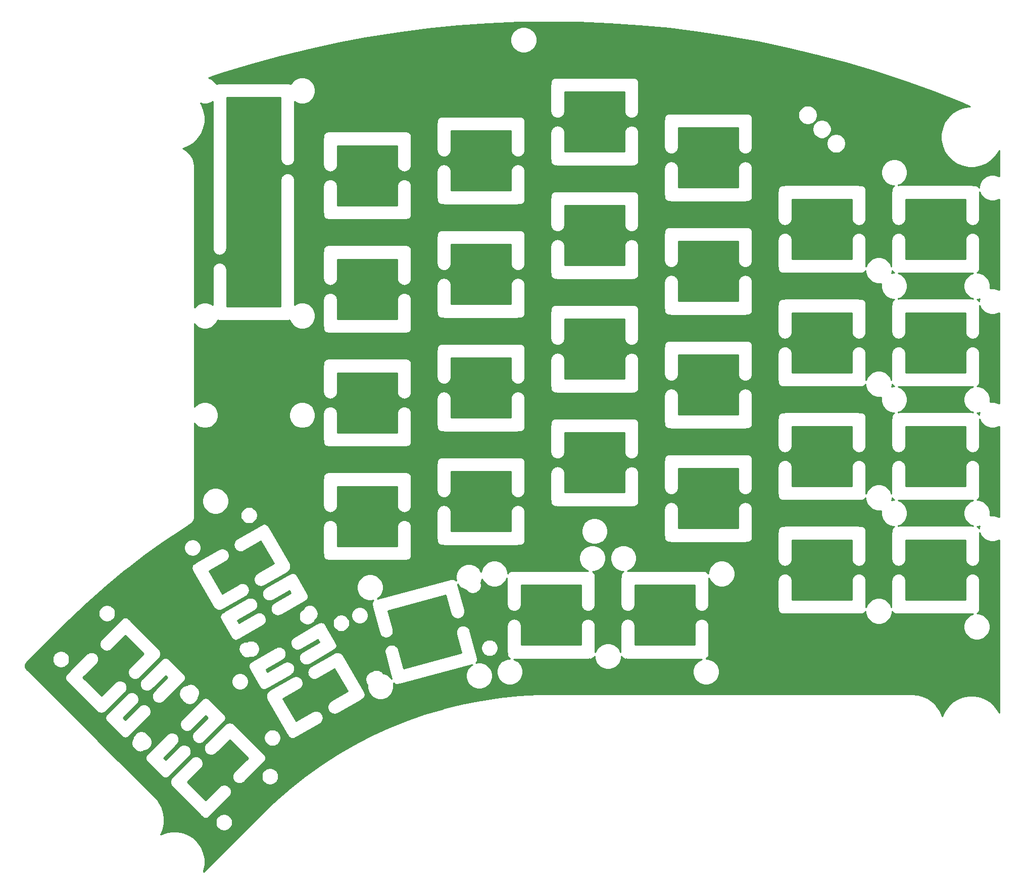
<source format=gtl>
%TF.GenerationSoftware,KiCad,Pcbnew,5.1.12-84ad8e8a86~92~ubuntu20.04.1*%
%TF.CreationDate,2021-11-16T23:16:43+01:00*%
%TF.ProjectId,LergoTopPlate_Alu_LessRouting,4c657267-6f54-46f7-9050-6c6174655f41,v1.A*%
%TF.SameCoordinates,Original*%
%TF.FileFunction,Copper,L1,Top*%
%TF.FilePolarity,Positive*%
%FSLAX46Y46*%
G04 Gerber Fmt 4.6, Leading zero omitted, Abs format (unit mm)*
G04 Created by KiCad (PCBNEW 5.1.12-84ad8e8a86~92~ubuntu20.04.1) date 2021-11-16 23:16:43*
%MOMM*%
%LPD*%
G01*
G04 APERTURE LIST*
%TA.AperFunction,NonConductor*%
%ADD10C,0.254000*%
%TD*%
%TA.AperFunction,NonConductor*%
%ADD11C,0.150000*%
%TD*%
G04 APERTURE END LIST*
D10*
X166420503Y-18711548D02*
X171480350Y-18912344D01*
X176532638Y-19254342D01*
X181573464Y-19737281D01*
X186598760Y-20360769D01*
X191604700Y-21124330D01*
X196587416Y-22027377D01*
X201542920Y-23069185D01*
X206467462Y-24248967D01*
X211357086Y-25565776D01*
X216208069Y-27018607D01*
X221016579Y-28606314D01*
X225778876Y-30327660D01*
X230491834Y-32181533D01*
X231961377Y-32801844D01*
X231715416Y-32801844D01*
X230724890Y-32998872D01*
X229791836Y-33385356D01*
X228952109Y-33946443D01*
X228237980Y-34660572D01*
X227676893Y-35500299D01*
X227290409Y-36433353D01*
X227093381Y-37423879D01*
X227093381Y-38433809D01*
X227290409Y-39424335D01*
X227676893Y-40357389D01*
X228237980Y-41197116D01*
X228952109Y-41911245D01*
X229791836Y-42472332D01*
X230724890Y-42858816D01*
X231715416Y-43055844D01*
X232725346Y-43055844D01*
X233715872Y-42858816D01*
X234648926Y-42472332D01*
X235488653Y-41911245D01*
X236202782Y-41197116D01*
X236763869Y-40357389D01*
X236843381Y-40165430D01*
X236843381Y-44545138D01*
X236779880Y-44502708D01*
X236374592Y-44334832D01*
X235944340Y-44249250D01*
X235505660Y-44249250D01*
X235075408Y-44334832D01*
X234670120Y-44502708D01*
X234305370Y-44746426D01*
X233995176Y-45056620D01*
X233751458Y-45421370D01*
X233583582Y-45826658D01*
X233498000Y-46256910D01*
X233498000Y-46460637D01*
X233492877Y-46448269D01*
X233402372Y-46312819D01*
X233287181Y-46197628D01*
X233151731Y-46107123D01*
X233001227Y-46044782D01*
X232841452Y-46013000D01*
X232678548Y-46013000D01*
X232631412Y-46022376D01*
X232600198Y-46015741D01*
X232594616Y-46015155D01*
X232439513Y-45999947D01*
X232419747Y-45998000D01*
X219980253Y-45998000D01*
X219967204Y-45999285D01*
X220331130Y-45848542D01*
X220695880Y-45604824D01*
X221006074Y-45294630D01*
X221249792Y-44929880D01*
X221417668Y-44524592D01*
X221503250Y-44094340D01*
X221503250Y-43655660D01*
X221417668Y-43225408D01*
X221249792Y-42820120D01*
X221006074Y-42455370D01*
X220695880Y-42145176D01*
X220331130Y-41901458D01*
X219925842Y-41733582D01*
X219495590Y-41648000D01*
X219056910Y-41648000D01*
X218626658Y-41733582D01*
X218221370Y-41901458D01*
X217856620Y-42145176D01*
X217546426Y-42455370D01*
X217302708Y-42820120D01*
X217134832Y-43225408D01*
X217049250Y-43655660D01*
X217049250Y-44094340D01*
X217134832Y-44524592D01*
X217302708Y-44929880D01*
X217546426Y-45294630D01*
X217856620Y-45604824D01*
X218221370Y-45848542D01*
X218626658Y-46016418D01*
X219056910Y-46102000D01*
X219260637Y-46102000D01*
X219248269Y-46107123D01*
X219112819Y-46197628D01*
X218997628Y-46312819D01*
X218907123Y-46448269D01*
X218844782Y-46598773D01*
X218813000Y-46758548D01*
X218813000Y-46921452D01*
X218822376Y-46968588D01*
X218815741Y-46999802D01*
X218815155Y-47005384D01*
X218799925Y-47160709D01*
X218798000Y-47180254D01*
X218798001Y-51619747D01*
X218799996Y-51640003D01*
X218799996Y-51650398D01*
X218800583Y-51655981D01*
X218817987Y-51811140D01*
X218825567Y-51846801D01*
X218832639Y-51882519D01*
X218834299Y-51887882D01*
X218881509Y-52036706D01*
X218895864Y-52070200D01*
X218909746Y-52103881D01*
X218912416Y-52108818D01*
X218987633Y-52245638D01*
X219008221Y-52275706D01*
X219028381Y-52306050D01*
X219031960Y-52310375D01*
X219132319Y-52429979D01*
X219158355Y-52455475D01*
X219184025Y-52481325D01*
X219188375Y-52484872D01*
X219310054Y-52582705D01*
X219340560Y-52602667D01*
X219370748Y-52623030D01*
X219375704Y-52625665D01*
X219514070Y-52698001D01*
X219547857Y-52711652D01*
X219581439Y-52725769D01*
X219586813Y-52727391D01*
X219736593Y-52771474D01*
X219772415Y-52778308D01*
X219808074Y-52785628D01*
X219813649Y-52786174D01*
X219813660Y-52786176D01*
X219813670Y-52786176D01*
X219969150Y-52800326D01*
X220005547Y-52800072D01*
X220042021Y-52800327D01*
X220047607Y-52799779D01*
X220202884Y-52783458D01*
X220238578Y-52776131D01*
X220274362Y-52769305D01*
X220279735Y-52767682D01*
X220428885Y-52721513D01*
X220462465Y-52707398D01*
X220496258Y-52693745D01*
X220501207Y-52691113D01*
X220501211Y-52691111D01*
X220501214Y-52691109D01*
X220638556Y-52616848D01*
X220668741Y-52596488D01*
X220699248Y-52576525D01*
X220703598Y-52572977D01*
X220823901Y-52473454D01*
X220849608Y-52447567D01*
X220875607Y-52422107D01*
X220879180Y-52417788D01*
X220879184Y-52417784D01*
X220879187Y-52417780D01*
X220977865Y-52296789D01*
X220998028Y-52266440D01*
X221018612Y-52236379D01*
X221021282Y-52231441D01*
X221094582Y-52093584D01*
X221108461Y-52059909D01*
X221122820Y-52026408D01*
X221124480Y-52021046D01*
X221169607Y-51871577D01*
X221176690Y-51835807D01*
X221184259Y-51800198D01*
X221184844Y-51794622D01*
X221184846Y-51794614D01*
X221184846Y-51794606D01*
X221200081Y-51639229D01*
X221202000Y-51619747D01*
X221202000Y-48402000D01*
X231198001Y-48402000D01*
X231198000Y-51619746D01*
X231199996Y-51640012D01*
X231199996Y-51650398D01*
X231200583Y-51655981D01*
X231217987Y-51811140D01*
X231225567Y-51846801D01*
X231232639Y-51882519D01*
X231234299Y-51887882D01*
X231281509Y-52036706D01*
X231295864Y-52070200D01*
X231309746Y-52103881D01*
X231312416Y-52108818D01*
X231387633Y-52245638D01*
X231408221Y-52275706D01*
X231428381Y-52306050D01*
X231431960Y-52310375D01*
X231532319Y-52429979D01*
X231558355Y-52455475D01*
X231584025Y-52481325D01*
X231588375Y-52484872D01*
X231710054Y-52582705D01*
X231740560Y-52602667D01*
X231770748Y-52623030D01*
X231775704Y-52625665D01*
X231914070Y-52698001D01*
X231947857Y-52711652D01*
X231981439Y-52725769D01*
X231986813Y-52727391D01*
X232136593Y-52771474D01*
X232172415Y-52778308D01*
X232208074Y-52785628D01*
X232213649Y-52786174D01*
X232213660Y-52786176D01*
X232213670Y-52786176D01*
X232369150Y-52800326D01*
X232405547Y-52800072D01*
X232442021Y-52800327D01*
X232447607Y-52799779D01*
X232602884Y-52783458D01*
X232638578Y-52776131D01*
X232674362Y-52769305D01*
X232679735Y-52767682D01*
X232828885Y-52721513D01*
X232862465Y-52707398D01*
X232896258Y-52693745D01*
X232901207Y-52691113D01*
X232901211Y-52691111D01*
X232901214Y-52691109D01*
X233038556Y-52616848D01*
X233068741Y-52596488D01*
X233099248Y-52576525D01*
X233103598Y-52572977D01*
X233223901Y-52473454D01*
X233249608Y-52447567D01*
X233275607Y-52422107D01*
X233279180Y-52417788D01*
X233279184Y-52417784D01*
X233279187Y-52417780D01*
X233377865Y-52296789D01*
X233398028Y-52266440D01*
X233418612Y-52236379D01*
X233421282Y-52231441D01*
X233494582Y-52093584D01*
X233508461Y-52059909D01*
X233522820Y-52026408D01*
X233524480Y-52021046D01*
X233569607Y-51871577D01*
X233576690Y-51835807D01*
X233584259Y-51800198D01*
X233584844Y-51794622D01*
X233584846Y-51794614D01*
X233584846Y-51794606D01*
X233600081Y-51639229D01*
X233602000Y-51619747D01*
X233602000Y-47180253D01*
X233600715Y-47167204D01*
X233751458Y-47531130D01*
X233995176Y-47895880D01*
X234305370Y-48206074D01*
X234670120Y-48449792D01*
X235075408Y-48617668D01*
X235505660Y-48703250D01*
X235944340Y-48703250D01*
X236374592Y-48617668D01*
X236779880Y-48449792D01*
X236843381Y-48407362D01*
X236843381Y-63595138D01*
X236779880Y-63552708D01*
X236374592Y-63384832D01*
X235944340Y-63299250D01*
X235505660Y-63299250D01*
X235312286Y-63337714D01*
X235350750Y-63144340D01*
X235350750Y-62705660D01*
X235265168Y-62275408D01*
X235097292Y-61870120D01*
X234853574Y-61505370D01*
X234543380Y-61195176D01*
X234178630Y-60951458D01*
X233773342Y-60783582D01*
X233343090Y-60698000D01*
X233139363Y-60698000D01*
X233151731Y-60692877D01*
X233287181Y-60602372D01*
X233402372Y-60487181D01*
X233492877Y-60351731D01*
X233555218Y-60201227D01*
X233587000Y-60041452D01*
X233587000Y-59878548D01*
X233577624Y-59831412D01*
X233584259Y-59800198D01*
X233584844Y-59794622D01*
X233584846Y-59794614D01*
X233584846Y-59794606D01*
X233600081Y-59639229D01*
X233602000Y-59619747D01*
X233602000Y-55180253D01*
X233600004Y-55159987D01*
X233600004Y-55149601D01*
X233599417Y-55144019D01*
X233582013Y-54988860D01*
X233574435Y-54953207D01*
X233567361Y-54917480D01*
X233565701Y-54912118D01*
X233518491Y-54763293D01*
X233504123Y-54729770D01*
X233490253Y-54696119D01*
X233487584Y-54691182D01*
X233412367Y-54554362D01*
X233391750Y-54524251D01*
X233371618Y-54493950D01*
X233368048Y-54489634D01*
X233368042Y-54489626D01*
X233368035Y-54489620D01*
X233267680Y-54370021D01*
X233241647Y-54344528D01*
X233215975Y-54318675D01*
X233211625Y-54315128D01*
X233089945Y-54217295D01*
X233059442Y-54197334D01*
X233029252Y-54176970D01*
X233024296Y-54174335D01*
X232885930Y-54101999D01*
X232852166Y-54088358D01*
X232818561Y-54074231D01*
X232813188Y-54072609D01*
X232663407Y-54028526D01*
X232627625Y-54021700D01*
X232591927Y-54014372D01*
X232586340Y-54013825D01*
X232430850Y-53999674D01*
X232394453Y-53999928D01*
X232357979Y-53999673D01*
X232352392Y-54000221D01*
X232197116Y-54016542D01*
X232161422Y-54023869D01*
X232125638Y-54030695D01*
X232120265Y-54032318D01*
X231971115Y-54078487D01*
X231937535Y-54092602D01*
X231903742Y-54106255D01*
X231898793Y-54108887D01*
X231898789Y-54108889D01*
X231898788Y-54108890D01*
X231898786Y-54108891D01*
X231761444Y-54183152D01*
X231731227Y-54203534D01*
X231700751Y-54223476D01*
X231696407Y-54227020D01*
X231696401Y-54227024D01*
X231696396Y-54227029D01*
X231576099Y-54326546D01*
X231550409Y-54352416D01*
X231524393Y-54377893D01*
X231520815Y-54382218D01*
X231422135Y-54503212D01*
X231401984Y-54533542D01*
X231381388Y-54563621D01*
X231378718Y-54568559D01*
X231305418Y-54706416D01*
X231291527Y-54740119D01*
X231277180Y-54773592D01*
X231275520Y-54778954D01*
X231230393Y-54928423D01*
X231223315Y-54964174D01*
X231215741Y-54999802D01*
X231215155Y-55005384D01*
X231199919Y-55160771D01*
X231199919Y-55160780D01*
X231198001Y-55180253D01*
X231198000Y-58398000D01*
X221202000Y-58398000D01*
X221202000Y-55180253D01*
X221200004Y-55159987D01*
X221200004Y-55149601D01*
X221199417Y-55144019D01*
X221182013Y-54988860D01*
X221174435Y-54953207D01*
X221167361Y-54917480D01*
X221165701Y-54912118D01*
X221118491Y-54763293D01*
X221104123Y-54729770D01*
X221090253Y-54696119D01*
X221087584Y-54691182D01*
X221012367Y-54554362D01*
X220991750Y-54524251D01*
X220971618Y-54493950D01*
X220968048Y-54489634D01*
X220968042Y-54489626D01*
X220968035Y-54489620D01*
X220867680Y-54370021D01*
X220841647Y-54344528D01*
X220815975Y-54318675D01*
X220811625Y-54315128D01*
X220689945Y-54217295D01*
X220659442Y-54197334D01*
X220629252Y-54176970D01*
X220624296Y-54174335D01*
X220485930Y-54101999D01*
X220452166Y-54088358D01*
X220418561Y-54074231D01*
X220413188Y-54072609D01*
X220263407Y-54028526D01*
X220227625Y-54021700D01*
X220191927Y-54014372D01*
X220186340Y-54013825D01*
X220030850Y-53999674D01*
X219994453Y-53999928D01*
X219957979Y-53999673D01*
X219952392Y-54000221D01*
X219797116Y-54016542D01*
X219761422Y-54023869D01*
X219725638Y-54030695D01*
X219720265Y-54032318D01*
X219571115Y-54078487D01*
X219537535Y-54092602D01*
X219503742Y-54106255D01*
X219498793Y-54108887D01*
X219498789Y-54108889D01*
X219498788Y-54108890D01*
X219498786Y-54108891D01*
X219361444Y-54183152D01*
X219331227Y-54203534D01*
X219300751Y-54223476D01*
X219296407Y-54227020D01*
X219296401Y-54227024D01*
X219296396Y-54227029D01*
X219176099Y-54326546D01*
X219150409Y-54352416D01*
X219124393Y-54377893D01*
X219120815Y-54382218D01*
X219022135Y-54503212D01*
X219001984Y-54533542D01*
X218981388Y-54563621D01*
X218978718Y-54568559D01*
X218905418Y-54706416D01*
X218891527Y-54740119D01*
X218877180Y-54773592D01*
X218875520Y-54778954D01*
X218830393Y-54928423D01*
X218823315Y-54964174D01*
X218815741Y-54999802D01*
X218815155Y-55005384D01*
X218799925Y-55160709D01*
X218798000Y-55180254D01*
X218798001Y-59619747D01*
X218799287Y-59632799D01*
X218648542Y-59268870D01*
X218404824Y-58904120D01*
X218094630Y-58593926D01*
X217729880Y-58350208D01*
X217324592Y-58182332D01*
X216894340Y-58096750D01*
X216455660Y-58096750D01*
X216025408Y-58182332D01*
X215620120Y-58350208D01*
X215255370Y-58593926D01*
X214945176Y-58904120D01*
X214701458Y-59268870D01*
X214550715Y-59632796D01*
X214552000Y-59619747D01*
X214552000Y-55180253D01*
X214550004Y-55159987D01*
X214550004Y-55149601D01*
X214549417Y-55144019D01*
X214532013Y-54988860D01*
X214524435Y-54953207D01*
X214517361Y-54917480D01*
X214515701Y-54912118D01*
X214468491Y-54763293D01*
X214454123Y-54729770D01*
X214440253Y-54696119D01*
X214437584Y-54691182D01*
X214362367Y-54554362D01*
X214341750Y-54524251D01*
X214321618Y-54493950D01*
X214318048Y-54489634D01*
X214318042Y-54489626D01*
X214318035Y-54489620D01*
X214217680Y-54370021D01*
X214191647Y-54344528D01*
X214165975Y-54318675D01*
X214161625Y-54315128D01*
X214039945Y-54217295D01*
X214009442Y-54197334D01*
X213979252Y-54176970D01*
X213974296Y-54174335D01*
X213835930Y-54101999D01*
X213802166Y-54088358D01*
X213768561Y-54074231D01*
X213763188Y-54072609D01*
X213613407Y-54028526D01*
X213577625Y-54021700D01*
X213541927Y-54014372D01*
X213536340Y-54013825D01*
X213380850Y-53999674D01*
X213344453Y-53999928D01*
X213307979Y-53999673D01*
X213302392Y-54000221D01*
X213147116Y-54016542D01*
X213111422Y-54023869D01*
X213075638Y-54030695D01*
X213070265Y-54032318D01*
X212921115Y-54078487D01*
X212887535Y-54092602D01*
X212853742Y-54106255D01*
X212848793Y-54108887D01*
X212848789Y-54108889D01*
X212848788Y-54108890D01*
X212848786Y-54108891D01*
X212711444Y-54183152D01*
X212681227Y-54203534D01*
X212650751Y-54223476D01*
X212646407Y-54227020D01*
X212646401Y-54227024D01*
X212646396Y-54227029D01*
X212526099Y-54326546D01*
X212500409Y-54352416D01*
X212474393Y-54377893D01*
X212470815Y-54382218D01*
X212372135Y-54503212D01*
X212351984Y-54533542D01*
X212331388Y-54563621D01*
X212328718Y-54568559D01*
X212255418Y-54706416D01*
X212241527Y-54740119D01*
X212227180Y-54773592D01*
X212225520Y-54778954D01*
X212180393Y-54928423D01*
X212173315Y-54964174D01*
X212165741Y-54999802D01*
X212165155Y-55005384D01*
X212149919Y-55160771D01*
X212149919Y-55160780D01*
X212148001Y-55180253D01*
X212148000Y-58398000D01*
X202152000Y-58398000D01*
X202152000Y-55180253D01*
X202150004Y-55159987D01*
X202150004Y-55149601D01*
X202149417Y-55144019D01*
X202132013Y-54988860D01*
X202124435Y-54953207D01*
X202117361Y-54917480D01*
X202115701Y-54912118D01*
X202068491Y-54763293D01*
X202054123Y-54729770D01*
X202040253Y-54696119D01*
X202037584Y-54691182D01*
X201962367Y-54554362D01*
X201941750Y-54524251D01*
X201921618Y-54493950D01*
X201918048Y-54489634D01*
X201918042Y-54489626D01*
X201918035Y-54489620D01*
X201817680Y-54370021D01*
X201791647Y-54344528D01*
X201765975Y-54318675D01*
X201761625Y-54315128D01*
X201639945Y-54217295D01*
X201609442Y-54197334D01*
X201579252Y-54176970D01*
X201574296Y-54174335D01*
X201435930Y-54101999D01*
X201402166Y-54088358D01*
X201368561Y-54074231D01*
X201363188Y-54072609D01*
X201213407Y-54028526D01*
X201177625Y-54021700D01*
X201141927Y-54014372D01*
X201136340Y-54013825D01*
X200980850Y-53999674D01*
X200944453Y-53999928D01*
X200907979Y-53999673D01*
X200902392Y-54000221D01*
X200747116Y-54016542D01*
X200711422Y-54023869D01*
X200675638Y-54030695D01*
X200670265Y-54032318D01*
X200521115Y-54078487D01*
X200487535Y-54092602D01*
X200453742Y-54106255D01*
X200448793Y-54108887D01*
X200448789Y-54108889D01*
X200448788Y-54108890D01*
X200448786Y-54108891D01*
X200311444Y-54183152D01*
X200281227Y-54203534D01*
X200250751Y-54223476D01*
X200246407Y-54227020D01*
X200246401Y-54227024D01*
X200246396Y-54227029D01*
X200126099Y-54326546D01*
X200100409Y-54352416D01*
X200074393Y-54377893D01*
X200070815Y-54382218D01*
X199972135Y-54503212D01*
X199951984Y-54533542D01*
X199931388Y-54563621D01*
X199928718Y-54568559D01*
X199855418Y-54706416D01*
X199841527Y-54740119D01*
X199827180Y-54773592D01*
X199825520Y-54778954D01*
X199780393Y-54928423D01*
X199773315Y-54964174D01*
X199765741Y-54999802D01*
X199765155Y-55005384D01*
X199749925Y-55160709D01*
X199748000Y-55180254D01*
X199748001Y-59619747D01*
X199749708Y-59637073D01*
X199749673Y-59642021D01*
X199750221Y-59647607D01*
X199766542Y-59802884D01*
X199772387Y-59831357D01*
X199763000Y-59878548D01*
X199763000Y-60041452D01*
X199794782Y-60201227D01*
X199857123Y-60351731D01*
X199947628Y-60487181D01*
X200062819Y-60602372D01*
X200198269Y-60692877D01*
X200348773Y-60755218D01*
X200508548Y-60787000D01*
X200671452Y-60787000D01*
X200718588Y-60777624D01*
X200749802Y-60784259D01*
X200755378Y-60784844D01*
X200755386Y-60784846D01*
X200755394Y-60784846D01*
X200910487Y-60800053D01*
X200930253Y-60802000D01*
X213369747Y-60802000D01*
X213387083Y-60800293D01*
X213392021Y-60800327D01*
X213397607Y-60799779D01*
X213552884Y-60783458D01*
X213581357Y-60777613D01*
X213628548Y-60787000D01*
X213791452Y-60787000D01*
X213951227Y-60755218D01*
X214101731Y-60692877D01*
X214237181Y-60602372D01*
X214352372Y-60487181D01*
X214442877Y-60351731D01*
X214448000Y-60339363D01*
X214448000Y-60543090D01*
X214533582Y-60973342D01*
X214701458Y-61378630D01*
X214945176Y-61743380D01*
X215255370Y-62053574D01*
X215620120Y-62297292D01*
X216025408Y-62465168D01*
X216455660Y-62550750D01*
X216894340Y-62550750D01*
X217087714Y-62512286D01*
X217049250Y-62705660D01*
X217049250Y-63144340D01*
X217134832Y-63574592D01*
X217302708Y-63979880D01*
X217546426Y-64344630D01*
X217856620Y-64654824D01*
X218221370Y-64898542D01*
X218626658Y-65066418D01*
X219056910Y-65152000D01*
X219260637Y-65152000D01*
X219248269Y-65157123D01*
X219112819Y-65247628D01*
X218997628Y-65362819D01*
X218907123Y-65498269D01*
X218844782Y-65648773D01*
X218813000Y-65808548D01*
X218813000Y-65971452D01*
X218822376Y-66018588D01*
X218815741Y-66049802D01*
X218815155Y-66055384D01*
X218799925Y-66210709D01*
X218798000Y-66230254D01*
X218798001Y-70669747D01*
X218799996Y-70690003D01*
X218799996Y-70700398D01*
X218800583Y-70705981D01*
X218817987Y-70861140D01*
X218825567Y-70896801D01*
X218832639Y-70932519D01*
X218834299Y-70937882D01*
X218881509Y-71086706D01*
X218895864Y-71120200D01*
X218909746Y-71153881D01*
X218912416Y-71158818D01*
X218987633Y-71295638D01*
X219008221Y-71325706D01*
X219028381Y-71356050D01*
X219031960Y-71360375D01*
X219132319Y-71479979D01*
X219158355Y-71505475D01*
X219184025Y-71531325D01*
X219188375Y-71534872D01*
X219310054Y-71632705D01*
X219340560Y-71652667D01*
X219370748Y-71673030D01*
X219375704Y-71675665D01*
X219514070Y-71748001D01*
X219547857Y-71761652D01*
X219581439Y-71775769D01*
X219586813Y-71777391D01*
X219736593Y-71821474D01*
X219772415Y-71828308D01*
X219808074Y-71835628D01*
X219813649Y-71836174D01*
X219813660Y-71836176D01*
X219813670Y-71836176D01*
X219969150Y-71850326D01*
X220005547Y-71850072D01*
X220042021Y-71850327D01*
X220047607Y-71849779D01*
X220202884Y-71833458D01*
X220238578Y-71826131D01*
X220274362Y-71819305D01*
X220279735Y-71817682D01*
X220428885Y-71771513D01*
X220462465Y-71757398D01*
X220496258Y-71743745D01*
X220501207Y-71741113D01*
X220501211Y-71741111D01*
X220501214Y-71741109D01*
X220638556Y-71666848D01*
X220668741Y-71646488D01*
X220699248Y-71626525D01*
X220703598Y-71622977D01*
X220823901Y-71523454D01*
X220849608Y-71497567D01*
X220875607Y-71472107D01*
X220879180Y-71467788D01*
X220879184Y-71467784D01*
X220879187Y-71467780D01*
X220977865Y-71346789D01*
X220998028Y-71316440D01*
X221018612Y-71286379D01*
X221021282Y-71281441D01*
X221094582Y-71143584D01*
X221108461Y-71109909D01*
X221122820Y-71076408D01*
X221124480Y-71071046D01*
X221169607Y-70921577D01*
X221176690Y-70885807D01*
X221184259Y-70850198D01*
X221184844Y-70844622D01*
X221184846Y-70844614D01*
X221184846Y-70844606D01*
X221200081Y-70689229D01*
X221202000Y-70669747D01*
X221202000Y-67452000D01*
X231198001Y-67452000D01*
X231198000Y-70669746D01*
X231199996Y-70690012D01*
X231199996Y-70700398D01*
X231200583Y-70705981D01*
X231217987Y-70861140D01*
X231225567Y-70896801D01*
X231232639Y-70932519D01*
X231234299Y-70937882D01*
X231281509Y-71086706D01*
X231295864Y-71120200D01*
X231309746Y-71153881D01*
X231312416Y-71158818D01*
X231387633Y-71295638D01*
X231408221Y-71325706D01*
X231428381Y-71356050D01*
X231431960Y-71360375D01*
X231532319Y-71479979D01*
X231558355Y-71505475D01*
X231584025Y-71531325D01*
X231588375Y-71534872D01*
X231710054Y-71632705D01*
X231740560Y-71652667D01*
X231770748Y-71673030D01*
X231775704Y-71675665D01*
X231914070Y-71748001D01*
X231947857Y-71761652D01*
X231981439Y-71775769D01*
X231986813Y-71777391D01*
X232136593Y-71821474D01*
X232172415Y-71828308D01*
X232208074Y-71835628D01*
X232213649Y-71836174D01*
X232213660Y-71836176D01*
X232213670Y-71836176D01*
X232369150Y-71850326D01*
X232405547Y-71850072D01*
X232442021Y-71850327D01*
X232447607Y-71849779D01*
X232602884Y-71833458D01*
X232638578Y-71826131D01*
X232674362Y-71819305D01*
X232679735Y-71817682D01*
X232828885Y-71771513D01*
X232862465Y-71757398D01*
X232896258Y-71743745D01*
X232901207Y-71741113D01*
X232901211Y-71741111D01*
X232901214Y-71741109D01*
X233038556Y-71666848D01*
X233068741Y-71646488D01*
X233099248Y-71626525D01*
X233103598Y-71622977D01*
X233223901Y-71523454D01*
X233249608Y-71497567D01*
X233275607Y-71472107D01*
X233279180Y-71467788D01*
X233279184Y-71467784D01*
X233279187Y-71467780D01*
X233377865Y-71346789D01*
X233398028Y-71316440D01*
X233418612Y-71286379D01*
X233421282Y-71281441D01*
X233494582Y-71143584D01*
X233508461Y-71109909D01*
X233522820Y-71076408D01*
X233524480Y-71071046D01*
X233569607Y-70921577D01*
X233576690Y-70885807D01*
X233584259Y-70850198D01*
X233584844Y-70844622D01*
X233584846Y-70844614D01*
X233584846Y-70844606D01*
X233600081Y-70689229D01*
X233602000Y-70669747D01*
X233602000Y-66230253D01*
X233600715Y-66217204D01*
X233751458Y-66581130D01*
X233995176Y-66945880D01*
X234305370Y-67256074D01*
X234670120Y-67499792D01*
X235075408Y-67667668D01*
X235505660Y-67753250D01*
X235944340Y-67753250D01*
X236374592Y-67667668D01*
X236779880Y-67499792D01*
X236843381Y-67457362D01*
X236843381Y-82645138D01*
X236779880Y-82602708D01*
X236374592Y-82434832D01*
X235944340Y-82349250D01*
X235505660Y-82349250D01*
X235312286Y-82387714D01*
X235350750Y-82194340D01*
X235350750Y-81755660D01*
X235265168Y-81325408D01*
X235097292Y-80920120D01*
X234853574Y-80555370D01*
X234543380Y-80245176D01*
X234178630Y-80001458D01*
X233773342Y-79833582D01*
X233343090Y-79748000D01*
X233139363Y-79748000D01*
X233151731Y-79742877D01*
X233287181Y-79652372D01*
X233402372Y-79537181D01*
X233492877Y-79401731D01*
X233555218Y-79251227D01*
X233587000Y-79091452D01*
X233587000Y-78928548D01*
X233577624Y-78881412D01*
X233584259Y-78850198D01*
X233584844Y-78844622D01*
X233584846Y-78844614D01*
X233584846Y-78844606D01*
X233600081Y-78689229D01*
X233602000Y-78669747D01*
X233602000Y-74230253D01*
X233600004Y-74209987D01*
X233600004Y-74199601D01*
X233599417Y-74194019D01*
X233582013Y-74038860D01*
X233574435Y-74003207D01*
X233567361Y-73967480D01*
X233565701Y-73962118D01*
X233518491Y-73813293D01*
X233504123Y-73779770D01*
X233490253Y-73746119D01*
X233487584Y-73741182D01*
X233412367Y-73604362D01*
X233391750Y-73574251D01*
X233371618Y-73543950D01*
X233368048Y-73539634D01*
X233368042Y-73539626D01*
X233368035Y-73539620D01*
X233267680Y-73420021D01*
X233241647Y-73394528D01*
X233215975Y-73368675D01*
X233211625Y-73365128D01*
X233089945Y-73267295D01*
X233059442Y-73247334D01*
X233029252Y-73226970D01*
X233024296Y-73224335D01*
X232885930Y-73151999D01*
X232852166Y-73138358D01*
X232818561Y-73124231D01*
X232813188Y-73122609D01*
X232663407Y-73078526D01*
X232627625Y-73071700D01*
X232591927Y-73064372D01*
X232586340Y-73063825D01*
X232430850Y-73049674D01*
X232394453Y-73049928D01*
X232357979Y-73049673D01*
X232352392Y-73050221D01*
X232197116Y-73066542D01*
X232161422Y-73073869D01*
X232125638Y-73080695D01*
X232120265Y-73082318D01*
X231971115Y-73128487D01*
X231937535Y-73142602D01*
X231903742Y-73156255D01*
X231898793Y-73158887D01*
X231898789Y-73158889D01*
X231898788Y-73158890D01*
X231898786Y-73158891D01*
X231761444Y-73233152D01*
X231731227Y-73253534D01*
X231700751Y-73273476D01*
X231696407Y-73277020D01*
X231696401Y-73277024D01*
X231696396Y-73277029D01*
X231576099Y-73376546D01*
X231550409Y-73402416D01*
X231524393Y-73427893D01*
X231520815Y-73432218D01*
X231422135Y-73553212D01*
X231401984Y-73583542D01*
X231381388Y-73613621D01*
X231378718Y-73618559D01*
X231305418Y-73756416D01*
X231291527Y-73790119D01*
X231277180Y-73823592D01*
X231275520Y-73828954D01*
X231230393Y-73978423D01*
X231223315Y-74014174D01*
X231215741Y-74049802D01*
X231215155Y-74055384D01*
X231199919Y-74210771D01*
X231199919Y-74210780D01*
X231198001Y-74230253D01*
X231198000Y-77448000D01*
X221202000Y-77448000D01*
X221202000Y-74230253D01*
X221200004Y-74209987D01*
X221200004Y-74199601D01*
X221199417Y-74194019D01*
X221182013Y-74038860D01*
X221174435Y-74003207D01*
X221167361Y-73967480D01*
X221165701Y-73962118D01*
X221118491Y-73813293D01*
X221104123Y-73779770D01*
X221090253Y-73746119D01*
X221087584Y-73741182D01*
X221012367Y-73604362D01*
X220991750Y-73574251D01*
X220971618Y-73543950D01*
X220968048Y-73539634D01*
X220968042Y-73539626D01*
X220968035Y-73539620D01*
X220867680Y-73420021D01*
X220841647Y-73394528D01*
X220815975Y-73368675D01*
X220811625Y-73365128D01*
X220689945Y-73267295D01*
X220659442Y-73247334D01*
X220629252Y-73226970D01*
X220624296Y-73224335D01*
X220485930Y-73151999D01*
X220452166Y-73138358D01*
X220418561Y-73124231D01*
X220413188Y-73122609D01*
X220263407Y-73078526D01*
X220227625Y-73071700D01*
X220191927Y-73064372D01*
X220186340Y-73063825D01*
X220030850Y-73049674D01*
X219994453Y-73049928D01*
X219957979Y-73049673D01*
X219952392Y-73050221D01*
X219797116Y-73066542D01*
X219761422Y-73073869D01*
X219725638Y-73080695D01*
X219720265Y-73082318D01*
X219571115Y-73128487D01*
X219537535Y-73142602D01*
X219503742Y-73156255D01*
X219498793Y-73158887D01*
X219498789Y-73158889D01*
X219498788Y-73158890D01*
X219498786Y-73158891D01*
X219361444Y-73233152D01*
X219331227Y-73253534D01*
X219300751Y-73273476D01*
X219296407Y-73277020D01*
X219296401Y-73277024D01*
X219296396Y-73277029D01*
X219176099Y-73376546D01*
X219150409Y-73402416D01*
X219124393Y-73427893D01*
X219120815Y-73432218D01*
X219022135Y-73553212D01*
X219001984Y-73583542D01*
X218981388Y-73613621D01*
X218978718Y-73618559D01*
X218905418Y-73756416D01*
X218891527Y-73790119D01*
X218877180Y-73823592D01*
X218875520Y-73828954D01*
X218830393Y-73978423D01*
X218823315Y-74014174D01*
X218815741Y-74049802D01*
X218815155Y-74055384D01*
X218799925Y-74210709D01*
X218798000Y-74230254D01*
X218798001Y-78669747D01*
X218799287Y-78682799D01*
X218648542Y-78318870D01*
X218404824Y-77954120D01*
X218094630Y-77643926D01*
X217729880Y-77400208D01*
X217324592Y-77232332D01*
X216894340Y-77146750D01*
X216455660Y-77146750D01*
X216025408Y-77232332D01*
X215620120Y-77400208D01*
X215255370Y-77643926D01*
X214945176Y-77954120D01*
X214701458Y-78318870D01*
X214550715Y-78682796D01*
X214552000Y-78669747D01*
X214552000Y-74230253D01*
X214550004Y-74209987D01*
X214550004Y-74199601D01*
X214549417Y-74194019D01*
X214532013Y-74038860D01*
X214524435Y-74003207D01*
X214517361Y-73967480D01*
X214515701Y-73962118D01*
X214468491Y-73813293D01*
X214454123Y-73779770D01*
X214440253Y-73746119D01*
X214437584Y-73741182D01*
X214362367Y-73604362D01*
X214341750Y-73574251D01*
X214321618Y-73543950D01*
X214318048Y-73539634D01*
X214318042Y-73539626D01*
X214318035Y-73539620D01*
X214217680Y-73420021D01*
X214191647Y-73394528D01*
X214165975Y-73368675D01*
X214161625Y-73365128D01*
X214039945Y-73267295D01*
X214009442Y-73247334D01*
X213979252Y-73226970D01*
X213974296Y-73224335D01*
X213835930Y-73151999D01*
X213802166Y-73138358D01*
X213768561Y-73124231D01*
X213763188Y-73122609D01*
X213613407Y-73078526D01*
X213577625Y-73071700D01*
X213541927Y-73064372D01*
X213536340Y-73063825D01*
X213380850Y-73049674D01*
X213344453Y-73049928D01*
X213307979Y-73049673D01*
X213302392Y-73050221D01*
X213147116Y-73066542D01*
X213111422Y-73073869D01*
X213075638Y-73080695D01*
X213070265Y-73082318D01*
X212921115Y-73128487D01*
X212887535Y-73142602D01*
X212853742Y-73156255D01*
X212848793Y-73158887D01*
X212848789Y-73158889D01*
X212848788Y-73158890D01*
X212848786Y-73158891D01*
X212711444Y-73233152D01*
X212681227Y-73253534D01*
X212650751Y-73273476D01*
X212646407Y-73277020D01*
X212646401Y-73277024D01*
X212646396Y-73277029D01*
X212526099Y-73376546D01*
X212500409Y-73402416D01*
X212474393Y-73427893D01*
X212470815Y-73432218D01*
X212372135Y-73553212D01*
X212351984Y-73583542D01*
X212331388Y-73613621D01*
X212328718Y-73618559D01*
X212255418Y-73756416D01*
X212241527Y-73790119D01*
X212227180Y-73823592D01*
X212225520Y-73828954D01*
X212180393Y-73978423D01*
X212173315Y-74014174D01*
X212165741Y-74049802D01*
X212165155Y-74055384D01*
X212149919Y-74210771D01*
X212149919Y-74210780D01*
X212148001Y-74230253D01*
X212148000Y-77448000D01*
X202152000Y-77448000D01*
X202152000Y-74230253D01*
X202150004Y-74209987D01*
X202150004Y-74199601D01*
X202149417Y-74194019D01*
X202132013Y-74038860D01*
X202124435Y-74003207D01*
X202117361Y-73967480D01*
X202115701Y-73962118D01*
X202068491Y-73813293D01*
X202054123Y-73779770D01*
X202040253Y-73746119D01*
X202037584Y-73741182D01*
X201962367Y-73604362D01*
X201941750Y-73574251D01*
X201921618Y-73543950D01*
X201918048Y-73539634D01*
X201918042Y-73539626D01*
X201918035Y-73539620D01*
X201817680Y-73420021D01*
X201791647Y-73394528D01*
X201765975Y-73368675D01*
X201761625Y-73365128D01*
X201639945Y-73267295D01*
X201609442Y-73247334D01*
X201579252Y-73226970D01*
X201574296Y-73224335D01*
X201435930Y-73151999D01*
X201402166Y-73138358D01*
X201368561Y-73124231D01*
X201363188Y-73122609D01*
X201213407Y-73078526D01*
X201177625Y-73071700D01*
X201141927Y-73064372D01*
X201136340Y-73063825D01*
X200980850Y-73049674D01*
X200944453Y-73049928D01*
X200907979Y-73049673D01*
X200902392Y-73050221D01*
X200747116Y-73066542D01*
X200711422Y-73073869D01*
X200675638Y-73080695D01*
X200670265Y-73082318D01*
X200521115Y-73128487D01*
X200487535Y-73142602D01*
X200453742Y-73156255D01*
X200448793Y-73158887D01*
X200448789Y-73158889D01*
X200448788Y-73158890D01*
X200448786Y-73158891D01*
X200311444Y-73233152D01*
X200281227Y-73253534D01*
X200250751Y-73273476D01*
X200246407Y-73277020D01*
X200246401Y-73277024D01*
X200246396Y-73277029D01*
X200126099Y-73376546D01*
X200100409Y-73402416D01*
X200074393Y-73427893D01*
X200070815Y-73432218D01*
X199972135Y-73553212D01*
X199951984Y-73583542D01*
X199931388Y-73613621D01*
X199928718Y-73618559D01*
X199855418Y-73756416D01*
X199841527Y-73790119D01*
X199827180Y-73823592D01*
X199825520Y-73828954D01*
X199780393Y-73978423D01*
X199773315Y-74014174D01*
X199765741Y-74049802D01*
X199765155Y-74055384D01*
X199749925Y-74210709D01*
X199748000Y-74230254D01*
X199748001Y-78669747D01*
X199749708Y-78687073D01*
X199749673Y-78692021D01*
X199750221Y-78697607D01*
X199766542Y-78852884D01*
X199772387Y-78881357D01*
X199763000Y-78928548D01*
X199763000Y-79091452D01*
X199794782Y-79251227D01*
X199857123Y-79401731D01*
X199947628Y-79537181D01*
X200062819Y-79652372D01*
X200198269Y-79742877D01*
X200348773Y-79805218D01*
X200508548Y-79837000D01*
X200671452Y-79837000D01*
X200718588Y-79827624D01*
X200749802Y-79834259D01*
X200755378Y-79834844D01*
X200755386Y-79834846D01*
X200755394Y-79834846D01*
X200910487Y-79850053D01*
X200930253Y-79852000D01*
X213369747Y-79852000D01*
X213387083Y-79850293D01*
X213392021Y-79850327D01*
X213397607Y-79849779D01*
X213552884Y-79833458D01*
X213581357Y-79827613D01*
X213628548Y-79837000D01*
X213791452Y-79837000D01*
X213951227Y-79805218D01*
X214101731Y-79742877D01*
X214237181Y-79652372D01*
X214352372Y-79537181D01*
X214442877Y-79401731D01*
X214448000Y-79389363D01*
X214448000Y-79593090D01*
X214533582Y-80023342D01*
X214701458Y-80428630D01*
X214945176Y-80793380D01*
X215255370Y-81103574D01*
X215620120Y-81347292D01*
X216025408Y-81515168D01*
X216455660Y-81600750D01*
X216894340Y-81600750D01*
X217087714Y-81562286D01*
X217049250Y-81755660D01*
X217049250Y-82194340D01*
X217134832Y-82624592D01*
X217302708Y-83029880D01*
X217546426Y-83394630D01*
X217856620Y-83704824D01*
X218221370Y-83948542D01*
X218626658Y-84116418D01*
X219056910Y-84202000D01*
X219260637Y-84202000D01*
X219248269Y-84207123D01*
X219112819Y-84297628D01*
X218997628Y-84412819D01*
X218907123Y-84548269D01*
X218844782Y-84698773D01*
X218813000Y-84858548D01*
X218813000Y-85021452D01*
X218822376Y-85068588D01*
X218815741Y-85099802D01*
X218815155Y-85105384D01*
X218799925Y-85260709D01*
X218798000Y-85280254D01*
X218798001Y-89719747D01*
X218799996Y-89740003D01*
X218799996Y-89750398D01*
X218800583Y-89755981D01*
X218817987Y-89911140D01*
X218825567Y-89946801D01*
X218832639Y-89982519D01*
X218834299Y-89987882D01*
X218881509Y-90136706D01*
X218895864Y-90170200D01*
X218909746Y-90203881D01*
X218912416Y-90208818D01*
X218987633Y-90345638D01*
X219008221Y-90375706D01*
X219028381Y-90406050D01*
X219031960Y-90410375D01*
X219132319Y-90529979D01*
X219158355Y-90555475D01*
X219184025Y-90581325D01*
X219188375Y-90584872D01*
X219310054Y-90682705D01*
X219340560Y-90702667D01*
X219370748Y-90723030D01*
X219375704Y-90725665D01*
X219514070Y-90798001D01*
X219547857Y-90811652D01*
X219581439Y-90825769D01*
X219586813Y-90827391D01*
X219736593Y-90871474D01*
X219772415Y-90878308D01*
X219808074Y-90885628D01*
X219813649Y-90886174D01*
X219813660Y-90886176D01*
X219813670Y-90886176D01*
X219969150Y-90900326D01*
X220005547Y-90900072D01*
X220042021Y-90900327D01*
X220047607Y-90899779D01*
X220202884Y-90883458D01*
X220238578Y-90876131D01*
X220274362Y-90869305D01*
X220279735Y-90867682D01*
X220428885Y-90821513D01*
X220462465Y-90807398D01*
X220496258Y-90793745D01*
X220501207Y-90791113D01*
X220501211Y-90791111D01*
X220501214Y-90791109D01*
X220638556Y-90716848D01*
X220668741Y-90696488D01*
X220699248Y-90676525D01*
X220703598Y-90672977D01*
X220823901Y-90573454D01*
X220849608Y-90547567D01*
X220875607Y-90522107D01*
X220879180Y-90517788D01*
X220879184Y-90517784D01*
X220879187Y-90517780D01*
X220977865Y-90396789D01*
X220998028Y-90366440D01*
X221018612Y-90336379D01*
X221021282Y-90331441D01*
X221094582Y-90193584D01*
X221108461Y-90159909D01*
X221122820Y-90126408D01*
X221124480Y-90121046D01*
X221169607Y-89971577D01*
X221176690Y-89935807D01*
X221184259Y-89900198D01*
X221184844Y-89894622D01*
X221184846Y-89894614D01*
X221184846Y-89894606D01*
X221200081Y-89739229D01*
X221202000Y-89719747D01*
X221202000Y-86502000D01*
X231198001Y-86502000D01*
X231198000Y-89719746D01*
X231199996Y-89740012D01*
X231199996Y-89750398D01*
X231200583Y-89755981D01*
X231217987Y-89911140D01*
X231225567Y-89946801D01*
X231232639Y-89982519D01*
X231234299Y-89987882D01*
X231281509Y-90136706D01*
X231295864Y-90170200D01*
X231309746Y-90203881D01*
X231312416Y-90208818D01*
X231387633Y-90345638D01*
X231408221Y-90375706D01*
X231428381Y-90406050D01*
X231431960Y-90410375D01*
X231532319Y-90529979D01*
X231558355Y-90555475D01*
X231584025Y-90581325D01*
X231588375Y-90584872D01*
X231710054Y-90682705D01*
X231740560Y-90702667D01*
X231770748Y-90723030D01*
X231775704Y-90725665D01*
X231914070Y-90798001D01*
X231947857Y-90811652D01*
X231981439Y-90825769D01*
X231986813Y-90827391D01*
X232136593Y-90871474D01*
X232172415Y-90878308D01*
X232208074Y-90885628D01*
X232213649Y-90886174D01*
X232213660Y-90886176D01*
X232213670Y-90886176D01*
X232369150Y-90900326D01*
X232405547Y-90900072D01*
X232442021Y-90900327D01*
X232447607Y-90899779D01*
X232602884Y-90883458D01*
X232638578Y-90876131D01*
X232674362Y-90869305D01*
X232679735Y-90867682D01*
X232828885Y-90821513D01*
X232862465Y-90807398D01*
X232896258Y-90793745D01*
X232901207Y-90791113D01*
X232901211Y-90791111D01*
X232901214Y-90791109D01*
X233038556Y-90716848D01*
X233068741Y-90696488D01*
X233099248Y-90676525D01*
X233103598Y-90672977D01*
X233223901Y-90573454D01*
X233249608Y-90547567D01*
X233275607Y-90522107D01*
X233279180Y-90517788D01*
X233279184Y-90517784D01*
X233279187Y-90517780D01*
X233377865Y-90396789D01*
X233398028Y-90366440D01*
X233418612Y-90336379D01*
X233421282Y-90331441D01*
X233494582Y-90193584D01*
X233508461Y-90159909D01*
X233522820Y-90126408D01*
X233524480Y-90121046D01*
X233569607Y-89971577D01*
X233576690Y-89935807D01*
X233584259Y-89900198D01*
X233584844Y-89894622D01*
X233584846Y-89894614D01*
X233584846Y-89894606D01*
X233600081Y-89739229D01*
X233602000Y-89719747D01*
X233602000Y-85280253D01*
X233600715Y-85267204D01*
X233751458Y-85631130D01*
X233995176Y-85995880D01*
X234305370Y-86306074D01*
X234670120Y-86549792D01*
X235075408Y-86717668D01*
X235505660Y-86803250D01*
X235944340Y-86803250D01*
X236374592Y-86717668D01*
X236779880Y-86549792D01*
X236843381Y-86507362D01*
X236843382Y-101695138D01*
X236779880Y-101652708D01*
X236374592Y-101484832D01*
X235944340Y-101399250D01*
X235505660Y-101399250D01*
X235312286Y-101437714D01*
X235350750Y-101244340D01*
X235350750Y-100805660D01*
X235265168Y-100375408D01*
X235097292Y-99970120D01*
X234853574Y-99605370D01*
X234543380Y-99295176D01*
X234178630Y-99051458D01*
X233773342Y-98883582D01*
X233343090Y-98798000D01*
X233139363Y-98798000D01*
X233151731Y-98792877D01*
X233287181Y-98702372D01*
X233402372Y-98587181D01*
X233492877Y-98451731D01*
X233555218Y-98301227D01*
X233587000Y-98141452D01*
X233587000Y-97978548D01*
X233577624Y-97931412D01*
X233584259Y-97900198D01*
X233584844Y-97894622D01*
X233584846Y-97894614D01*
X233584846Y-97894606D01*
X233600081Y-97739229D01*
X233602000Y-97719747D01*
X233602000Y-93280253D01*
X233600004Y-93259987D01*
X233600004Y-93249601D01*
X233599417Y-93244019D01*
X233582013Y-93088860D01*
X233574435Y-93053207D01*
X233567361Y-93017480D01*
X233565701Y-93012118D01*
X233518491Y-92863293D01*
X233504123Y-92829770D01*
X233490253Y-92796119D01*
X233487584Y-92791182D01*
X233412367Y-92654362D01*
X233391750Y-92624251D01*
X233371618Y-92593950D01*
X233368048Y-92589634D01*
X233368042Y-92589626D01*
X233368035Y-92589620D01*
X233267680Y-92470021D01*
X233241647Y-92444528D01*
X233215975Y-92418675D01*
X233211625Y-92415128D01*
X233089945Y-92317295D01*
X233059442Y-92297334D01*
X233029252Y-92276970D01*
X233024296Y-92274335D01*
X232885930Y-92201999D01*
X232852166Y-92188358D01*
X232818561Y-92174231D01*
X232813188Y-92172609D01*
X232663407Y-92128526D01*
X232627625Y-92121700D01*
X232591927Y-92114372D01*
X232586340Y-92113825D01*
X232430850Y-92099674D01*
X232394453Y-92099928D01*
X232357979Y-92099673D01*
X232352392Y-92100221D01*
X232197116Y-92116542D01*
X232161422Y-92123869D01*
X232125638Y-92130695D01*
X232120265Y-92132318D01*
X231971115Y-92178487D01*
X231937535Y-92192602D01*
X231903742Y-92206255D01*
X231898793Y-92208887D01*
X231898789Y-92208889D01*
X231898788Y-92208890D01*
X231898786Y-92208891D01*
X231761444Y-92283152D01*
X231731227Y-92303534D01*
X231700751Y-92323476D01*
X231696407Y-92327020D01*
X231696401Y-92327024D01*
X231696396Y-92327029D01*
X231576099Y-92426546D01*
X231550409Y-92452416D01*
X231524393Y-92477893D01*
X231520815Y-92482218D01*
X231422135Y-92603212D01*
X231401984Y-92633542D01*
X231381388Y-92663621D01*
X231378718Y-92668559D01*
X231305418Y-92806416D01*
X231291527Y-92840119D01*
X231277180Y-92873592D01*
X231275520Y-92878954D01*
X231230393Y-93028423D01*
X231223315Y-93064174D01*
X231215741Y-93099802D01*
X231215155Y-93105384D01*
X231199919Y-93260771D01*
X231199919Y-93260780D01*
X231198001Y-93280253D01*
X231198000Y-96498000D01*
X221202000Y-96498000D01*
X221202000Y-93280253D01*
X221200004Y-93259987D01*
X221200004Y-93249601D01*
X221199417Y-93244019D01*
X221182013Y-93088860D01*
X221174435Y-93053207D01*
X221167361Y-93017480D01*
X221165701Y-93012118D01*
X221118491Y-92863293D01*
X221104123Y-92829770D01*
X221090253Y-92796119D01*
X221087584Y-92791182D01*
X221012367Y-92654362D01*
X220991750Y-92624251D01*
X220971618Y-92593950D01*
X220968048Y-92589634D01*
X220968042Y-92589626D01*
X220968035Y-92589620D01*
X220867680Y-92470021D01*
X220841647Y-92444528D01*
X220815975Y-92418675D01*
X220811625Y-92415128D01*
X220689945Y-92317295D01*
X220659442Y-92297334D01*
X220629252Y-92276970D01*
X220624296Y-92274335D01*
X220485930Y-92201999D01*
X220452166Y-92188358D01*
X220418561Y-92174231D01*
X220413188Y-92172609D01*
X220263407Y-92128526D01*
X220227625Y-92121700D01*
X220191927Y-92114372D01*
X220186340Y-92113825D01*
X220030850Y-92099674D01*
X219994453Y-92099928D01*
X219957979Y-92099673D01*
X219952392Y-92100221D01*
X219797116Y-92116542D01*
X219761422Y-92123869D01*
X219725638Y-92130695D01*
X219720265Y-92132318D01*
X219571115Y-92178487D01*
X219537535Y-92192602D01*
X219503742Y-92206255D01*
X219498793Y-92208887D01*
X219498789Y-92208889D01*
X219498788Y-92208890D01*
X219498786Y-92208891D01*
X219361444Y-92283152D01*
X219331227Y-92303534D01*
X219300751Y-92323476D01*
X219296407Y-92327020D01*
X219296401Y-92327024D01*
X219296396Y-92327029D01*
X219176099Y-92426546D01*
X219150409Y-92452416D01*
X219124393Y-92477893D01*
X219120815Y-92482218D01*
X219022135Y-92603212D01*
X219001984Y-92633542D01*
X218981388Y-92663621D01*
X218978718Y-92668559D01*
X218905418Y-92806416D01*
X218891527Y-92840119D01*
X218877180Y-92873592D01*
X218875520Y-92878954D01*
X218830393Y-93028423D01*
X218823315Y-93064174D01*
X218815741Y-93099802D01*
X218815155Y-93105384D01*
X218799925Y-93260709D01*
X218798000Y-93280254D01*
X218798001Y-97719747D01*
X218799287Y-97732799D01*
X218648542Y-97368870D01*
X218404824Y-97004120D01*
X218094630Y-96693926D01*
X217729880Y-96450208D01*
X217324592Y-96282332D01*
X216894340Y-96196750D01*
X216455660Y-96196750D01*
X216025408Y-96282332D01*
X215620120Y-96450208D01*
X215255370Y-96693926D01*
X214945176Y-97004120D01*
X214701458Y-97368870D01*
X214550715Y-97732796D01*
X214552000Y-97719747D01*
X214552000Y-93280253D01*
X214550004Y-93259987D01*
X214550004Y-93249601D01*
X214549417Y-93244019D01*
X214532013Y-93088860D01*
X214524435Y-93053207D01*
X214517361Y-93017480D01*
X214515701Y-93012118D01*
X214468491Y-92863293D01*
X214454123Y-92829770D01*
X214440253Y-92796119D01*
X214437584Y-92791182D01*
X214362367Y-92654362D01*
X214341750Y-92624251D01*
X214321618Y-92593950D01*
X214318048Y-92589634D01*
X214318042Y-92589626D01*
X214318035Y-92589620D01*
X214217680Y-92470021D01*
X214191647Y-92444528D01*
X214165975Y-92418675D01*
X214161625Y-92415128D01*
X214039945Y-92317295D01*
X214009442Y-92297334D01*
X213979252Y-92276970D01*
X213974296Y-92274335D01*
X213835930Y-92201999D01*
X213802166Y-92188358D01*
X213768561Y-92174231D01*
X213763188Y-92172609D01*
X213613407Y-92128526D01*
X213577625Y-92121700D01*
X213541927Y-92114372D01*
X213536340Y-92113825D01*
X213380850Y-92099674D01*
X213344453Y-92099928D01*
X213307979Y-92099673D01*
X213302392Y-92100221D01*
X213147116Y-92116542D01*
X213111422Y-92123869D01*
X213075638Y-92130695D01*
X213070265Y-92132318D01*
X212921115Y-92178487D01*
X212887535Y-92192602D01*
X212853742Y-92206255D01*
X212848793Y-92208887D01*
X212848789Y-92208889D01*
X212848788Y-92208890D01*
X212848786Y-92208891D01*
X212711444Y-92283152D01*
X212681227Y-92303534D01*
X212650751Y-92323476D01*
X212646407Y-92327020D01*
X212646401Y-92327024D01*
X212646396Y-92327029D01*
X212526099Y-92426546D01*
X212500409Y-92452416D01*
X212474393Y-92477893D01*
X212470815Y-92482218D01*
X212372135Y-92603212D01*
X212351984Y-92633542D01*
X212331388Y-92663621D01*
X212328718Y-92668559D01*
X212255418Y-92806416D01*
X212241527Y-92840119D01*
X212227180Y-92873592D01*
X212225520Y-92878954D01*
X212180393Y-93028423D01*
X212173315Y-93064174D01*
X212165741Y-93099802D01*
X212165155Y-93105384D01*
X212149919Y-93260771D01*
X212149919Y-93260780D01*
X212148001Y-93280253D01*
X212148000Y-96498000D01*
X202152000Y-96498000D01*
X202152000Y-93280253D01*
X202150004Y-93259987D01*
X202150004Y-93249601D01*
X202149417Y-93244019D01*
X202132013Y-93088860D01*
X202124435Y-93053207D01*
X202117361Y-93017480D01*
X202115701Y-93012118D01*
X202068491Y-92863293D01*
X202054123Y-92829770D01*
X202040253Y-92796119D01*
X202037584Y-92791182D01*
X201962367Y-92654362D01*
X201941750Y-92624251D01*
X201921618Y-92593950D01*
X201918048Y-92589634D01*
X201918042Y-92589626D01*
X201918035Y-92589620D01*
X201817680Y-92470021D01*
X201791647Y-92444528D01*
X201765975Y-92418675D01*
X201761625Y-92415128D01*
X201639945Y-92317295D01*
X201609442Y-92297334D01*
X201579252Y-92276970D01*
X201574296Y-92274335D01*
X201435930Y-92201999D01*
X201402166Y-92188358D01*
X201368561Y-92174231D01*
X201363188Y-92172609D01*
X201213407Y-92128526D01*
X201177625Y-92121700D01*
X201141927Y-92114372D01*
X201136340Y-92113825D01*
X200980850Y-92099674D01*
X200944453Y-92099928D01*
X200907979Y-92099673D01*
X200902392Y-92100221D01*
X200747116Y-92116542D01*
X200711422Y-92123869D01*
X200675638Y-92130695D01*
X200670265Y-92132318D01*
X200521115Y-92178487D01*
X200487535Y-92192602D01*
X200453742Y-92206255D01*
X200448793Y-92208887D01*
X200448789Y-92208889D01*
X200448788Y-92208890D01*
X200448786Y-92208891D01*
X200311444Y-92283152D01*
X200281227Y-92303534D01*
X200250751Y-92323476D01*
X200246407Y-92327020D01*
X200246401Y-92327024D01*
X200246396Y-92327029D01*
X200126099Y-92426546D01*
X200100409Y-92452416D01*
X200074393Y-92477893D01*
X200070815Y-92482218D01*
X199972135Y-92603212D01*
X199951984Y-92633542D01*
X199931388Y-92663621D01*
X199928718Y-92668559D01*
X199855418Y-92806416D01*
X199841527Y-92840119D01*
X199827180Y-92873592D01*
X199825520Y-92878954D01*
X199780393Y-93028423D01*
X199773315Y-93064174D01*
X199765741Y-93099802D01*
X199765155Y-93105384D01*
X199749925Y-93260709D01*
X199748000Y-93280254D01*
X199748001Y-97719747D01*
X199749708Y-97737073D01*
X199749673Y-97742021D01*
X199750221Y-97747607D01*
X199766542Y-97902884D01*
X199772387Y-97931357D01*
X199763000Y-97978548D01*
X199763000Y-98141452D01*
X199794782Y-98301227D01*
X199857123Y-98451731D01*
X199947628Y-98587181D01*
X200062819Y-98702372D01*
X200198269Y-98792877D01*
X200348773Y-98855218D01*
X200508548Y-98887000D01*
X200671452Y-98887000D01*
X200718588Y-98877624D01*
X200749802Y-98884259D01*
X200755378Y-98884844D01*
X200755386Y-98884846D01*
X200755394Y-98884846D01*
X200910487Y-98900053D01*
X200930253Y-98902000D01*
X213369747Y-98902000D01*
X213387083Y-98900293D01*
X213392021Y-98900327D01*
X213397607Y-98899779D01*
X213552884Y-98883458D01*
X213581357Y-98877613D01*
X213628548Y-98887000D01*
X213791452Y-98887000D01*
X213951227Y-98855218D01*
X214101731Y-98792877D01*
X214237181Y-98702372D01*
X214352372Y-98587181D01*
X214442877Y-98451731D01*
X214448000Y-98439363D01*
X214448000Y-98643090D01*
X214533582Y-99073342D01*
X214701458Y-99478630D01*
X214945176Y-99843380D01*
X215255370Y-100153574D01*
X215620120Y-100397292D01*
X216025408Y-100565168D01*
X216455660Y-100650750D01*
X216894340Y-100650750D01*
X217087714Y-100612286D01*
X217049250Y-100805660D01*
X217049250Y-101244340D01*
X217134832Y-101674592D01*
X217302708Y-102079880D01*
X217546426Y-102444630D01*
X217856620Y-102754824D01*
X218221370Y-102998542D01*
X218626658Y-103166418D01*
X219056910Y-103252000D01*
X219260637Y-103252000D01*
X219248269Y-103257123D01*
X219112819Y-103347628D01*
X218997628Y-103462819D01*
X218907123Y-103598269D01*
X218844782Y-103748773D01*
X218813000Y-103908548D01*
X218813000Y-104071452D01*
X218822376Y-104118588D01*
X218815741Y-104149802D01*
X218815155Y-104155384D01*
X218799925Y-104310709D01*
X218798000Y-104330254D01*
X218798001Y-108769747D01*
X218799996Y-108790003D01*
X218799996Y-108800398D01*
X218800583Y-108805981D01*
X218817987Y-108961140D01*
X218825567Y-108996801D01*
X218832639Y-109032519D01*
X218834299Y-109037882D01*
X218881509Y-109186706D01*
X218895864Y-109220200D01*
X218909746Y-109253881D01*
X218912416Y-109258818D01*
X218987633Y-109395638D01*
X219008221Y-109425706D01*
X219028381Y-109456050D01*
X219031960Y-109460375D01*
X219132319Y-109579979D01*
X219158355Y-109605475D01*
X219184025Y-109631325D01*
X219188375Y-109634872D01*
X219310054Y-109732705D01*
X219340560Y-109752667D01*
X219370748Y-109773030D01*
X219375704Y-109775665D01*
X219514070Y-109848001D01*
X219547857Y-109861652D01*
X219581439Y-109875769D01*
X219586813Y-109877391D01*
X219736593Y-109921474D01*
X219772415Y-109928308D01*
X219808074Y-109935628D01*
X219813649Y-109936174D01*
X219813660Y-109936176D01*
X219813670Y-109936176D01*
X219969150Y-109950326D01*
X220005547Y-109950072D01*
X220042021Y-109950327D01*
X220047607Y-109949779D01*
X220202884Y-109933458D01*
X220238578Y-109926131D01*
X220274362Y-109919305D01*
X220279735Y-109917682D01*
X220428885Y-109871513D01*
X220462465Y-109857398D01*
X220496258Y-109843745D01*
X220501207Y-109841113D01*
X220501211Y-109841111D01*
X220501214Y-109841109D01*
X220638556Y-109766848D01*
X220668765Y-109746472D01*
X220699248Y-109726525D01*
X220703598Y-109722977D01*
X220823901Y-109623454D01*
X220849608Y-109597567D01*
X220875607Y-109572107D01*
X220879180Y-109567788D01*
X220879184Y-109567784D01*
X220879187Y-109567780D01*
X220977865Y-109446789D01*
X220998028Y-109416440D01*
X221018612Y-109386379D01*
X221021282Y-109381441D01*
X221094582Y-109243584D01*
X221108461Y-109209909D01*
X221122820Y-109176408D01*
X221124480Y-109171046D01*
X221169607Y-109021577D01*
X221176690Y-108985807D01*
X221184259Y-108950198D01*
X221184844Y-108944622D01*
X221184846Y-108944614D01*
X221184846Y-108944606D01*
X221200081Y-108789229D01*
X221202000Y-108769747D01*
X221202000Y-105552000D01*
X231198001Y-105552000D01*
X231198000Y-108769746D01*
X231199996Y-108790012D01*
X231199996Y-108800398D01*
X231200583Y-108805981D01*
X231217987Y-108961140D01*
X231225567Y-108996801D01*
X231232639Y-109032519D01*
X231234299Y-109037882D01*
X231281509Y-109186706D01*
X231295864Y-109220200D01*
X231309746Y-109253881D01*
X231312416Y-109258818D01*
X231387633Y-109395638D01*
X231408221Y-109425706D01*
X231428381Y-109456050D01*
X231431960Y-109460375D01*
X231532319Y-109579979D01*
X231558355Y-109605475D01*
X231584025Y-109631325D01*
X231588375Y-109634872D01*
X231710054Y-109732705D01*
X231740560Y-109752667D01*
X231770748Y-109773030D01*
X231775704Y-109775665D01*
X231914070Y-109848001D01*
X231947857Y-109861652D01*
X231981439Y-109875769D01*
X231986813Y-109877391D01*
X232136593Y-109921474D01*
X232172415Y-109928308D01*
X232208074Y-109935628D01*
X232213649Y-109936174D01*
X232213660Y-109936176D01*
X232213670Y-109936176D01*
X232369150Y-109950326D01*
X232405547Y-109950072D01*
X232442021Y-109950327D01*
X232447607Y-109949779D01*
X232602884Y-109933458D01*
X232638578Y-109926131D01*
X232674362Y-109919305D01*
X232679735Y-109917682D01*
X232828885Y-109871513D01*
X232862465Y-109857398D01*
X232896258Y-109843745D01*
X232901207Y-109841113D01*
X232901211Y-109841111D01*
X232901214Y-109841109D01*
X233038556Y-109766848D01*
X233068765Y-109746472D01*
X233099248Y-109726525D01*
X233103598Y-109722977D01*
X233223901Y-109623454D01*
X233249608Y-109597567D01*
X233275607Y-109572107D01*
X233279180Y-109567788D01*
X233279184Y-109567784D01*
X233279187Y-109567780D01*
X233377865Y-109446789D01*
X233398028Y-109416440D01*
X233418612Y-109386379D01*
X233421282Y-109381441D01*
X233494582Y-109243584D01*
X233508461Y-109209909D01*
X233522820Y-109176408D01*
X233524480Y-109171046D01*
X233569607Y-109021577D01*
X233576690Y-108985807D01*
X233584259Y-108950198D01*
X233584844Y-108944622D01*
X233584846Y-108944614D01*
X233584846Y-108944606D01*
X233600081Y-108789229D01*
X233602000Y-108769747D01*
X233602000Y-104330253D01*
X233600715Y-104317204D01*
X233751458Y-104681130D01*
X233995176Y-105045880D01*
X234305370Y-105356074D01*
X234670120Y-105599792D01*
X235075408Y-105767668D01*
X235505660Y-105853250D01*
X235944340Y-105853250D01*
X236374592Y-105767668D01*
X236779880Y-105599792D01*
X236843382Y-105557362D01*
X236843382Y-134503416D01*
X236763869Y-134311455D01*
X236202782Y-133471728D01*
X235488653Y-132757599D01*
X234648926Y-132196512D01*
X233715872Y-131810028D01*
X232725346Y-131613000D01*
X231715416Y-131613000D01*
X230724890Y-131810028D01*
X229791836Y-132196512D01*
X228952109Y-132757599D01*
X228237980Y-133471728D01*
X227676893Y-134311455D01*
X227341287Y-135121678D01*
X227325806Y-135057194D01*
X227322024Y-135045955D01*
X227319557Y-135034349D01*
X227304428Y-134993668D01*
X226947119Y-134179697D01*
X226941404Y-134169301D01*
X226936923Y-134158321D01*
X226914829Y-134120962D01*
X226419026Y-133383128D01*
X226411560Y-133373909D01*
X226405205Y-133363894D01*
X226376845Y-133331039D01*
X225758218Y-132692666D01*
X225749242Y-132684918D01*
X225741210Y-132676183D01*
X225707479Y-132648869D01*
X224985583Y-132130135D01*
X224975379Y-132124100D01*
X224965925Y-132116924D01*
X224927891Y-132096015D01*
X224125544Y-131713315D01*
X224114427Y-131709181D01*
X224103857Y-131703795D01*
X224062721Y-131689952D01*
X223205285Y-131455384D01*
X223193616Y-131453284D01*
X223182255Y-131449854D01*
X223139318Y-131443514D01*
X222255611Y-131364646D01*
X222238877Y-131362999D01*
X161741840Y-131366602D01*
X161738903Y-131366891D01*
X159610675Y-131400324D01*
X159609200Y-131400382D01*
X159607715Y-131400382D01*
X159595881Y-131400847D01*
X156384832Y-131577562D01*
X156381909Y-131577792D01*
X156378922Y-131577933D01*
X156367123Y-131578955D01*
X153167963Y-131906734D01*
X153165024Y-131907105D01*
X153162077Y-131907384D01*
X153150338Y-131908961D01*
X149970170Y-132387078D01*
X149967261Y-132387586D01*
X149964322Y-132388004D01*
X149952671Y-132390132D01*
X146798556Y-133017525D01*
X146795670Y-133018170D01*
X146792757Y-133018726D01*
X146781219Y-133021400D01*
X143660160Y-133796675D01*
X143657300Y-133797457D01*
X143654424Y-133798148D01*
X143643025Y-133801362D01*
X140561951Y-134722800D01*
X140559133Y-134723715D01*
X140556292Y-134724541D01*
X140545057Y-134728289D01*
X137510809Y-135793841D01*
X137508040Y-135794887D01*
X137505237Y-135795847D01*
X137494191Y-135800120D01*
X134513505Y-137007422D01*
X134510791Y-137008596D01*
X134508034Y-137009688D01*
X134497202Y-137014477D01*
X131576698Y-138360848D01*
X131574051Y-138362145D01*
X131571340Y-138363369D01*
X131560746Y-138368663D01*
X128706906Y-139851114D01*
X128704318Y-139852537D01*
X128701672Y-139853885D01*
X128691339Y-139859672D01*
X125910500Y-141474912D01*
X125907966Y-141476465D01*
X125905403Y-141477927D01*
X125895353Y-141484194D01*
X123193690Y-143228636D01*
X123191255Y-143230291D01*
X123188740Y-143231887D01*
X123178997Y-143238621D01*
X120562507Y-145108392D01*
X120560157Y-145110157D01*
X120557716Y-145111872D01*
X120548301Y-145119058D01*
X118022796Y-147110007D01*
X118020528Y-147111883D01*
X118018174Y-147113709D01*
X118009108Y-147121330D01*
X115580191Y-149229037D01*
X115578005Y-149231026D01*
X115575749Y-149232953D01*
X115567052Y-149240992D01*
X113250259Y-151451102D01*
X113246794Y-151453947D01*
X103489872Y-161215347D01*
X103568871Y-161024628D01*
X103765899Y-160034102D01*
X103765899Y-159024172D01*
X103568871Y-158033646D01*
X103182387Y-157100592D01*
X102621300Y-156260865D01*
X101907171Y-155546736D01*
X101067444Y-154985649D01*
X100134390Y-154599165D01*
X99143864Y-154402137D01*
X98133934Y-154402137D01*
X97143408Y-154599165D01*
X96333185Y-154934771D01*
X96367835Y-154878227D01*
X96373107Y-154867607D01*
X96379570Y-154857655D01*
X96397638Y-154818191D01*
X96720548Y-153989971D01*
X96723858Y-153978578D01*
X96728454Y-153967645D01*
X96739239Y-153925636D01*
X96739248Y-153925606D01*
X96739249Y-153925595D01*
X96910388Y-153053291D01*
X96911628Y-153041499D01*
X96914216Y-153029919D01*
X96917392Y-152986661D01*
X96917395Y-152986632D01*
X96917394Y-152986621D01*
X96921180Y-152745599D01*
X105518463Y-152745599D01*
X105518463Y-153026693D01*
X105573301Y-153302387D01*
X105680872Y-153562084D01*
X105837039Y-153795806D01*
X106035803Y-153994570D01*
X106269525Y-154150737D01*
X106529222Y-154258308D01*
X106804916Y-154313146D01*
X107086010Y-154313146D01*
X107361704Y-154258308D01*
X107621401Y-154150737D01*
X107855123Y-153994570D01*
X108053887Y-153795806D01*
X108210054Y-153562084D01*
X108317625Y-153302387D01*
X108372463Y-153026693D01*
X108372463Y-152745599D01*
X108317625Y-152469905D01*
X108210054Y-152210208D01*
X108053887Y-151976486D01*
X107855123Y-151777722D01*
X107621401Y-151621555D01*
X107361704Y-151513984D01*
X107086010Y-151459146D01*
X106804916Y-151459146D01*
X106529222Y-151513984D01*
X106269525Y-151621555D01*
X106035803Y-151777722D01*
X105837039Y-151976486D01*
X105680872Y-152210208D01*
X105573301Y-152469905D01*
X105518463Y-152745599D01*
X96921180Y-152745599D01*
X96931357Y-152097799D01*
X96930489Y-152085975D01*
X96930986Y-152074119D01*
X96926449Y-152030954D01*
X96782792Y-151153695D01*
X96779841Y-151142203D01*
X96778232Y-151130454D01*
X96766123Y-151088775D01*
X96469388Y-150250820D01*
X96464451Y-150240037D01*
X96460785Y-150228753D01*
X96441486Y-150189877D01*
X96001051Y-149417713D01*
X95994284Y-149407977D01*
X95988677Y-149397519D01*
X95962809Y-149362690D01*
X95962798Y-149362674D01*
X95962793Y-149362669D01*
X95393694Y-148682034D01*
X95383038Y-148669050D01*
X92868864Y-146154876D01*
X97919270Y-146154876D01*
X97919799Y-146160464D01*
X97935572Y-146315798D01*
X97942768Y-146351491D01*
X97949474Y-146387331D01*
X97951077Y-146392710D01*
X97996722Y-146542022D01*
X98010725Y-146575664D01*
X98024252Y-146609488D01*
X98026870Y-146614453D01*
X98100646Y-146752055D01*
X98120917Y-146782337D01*
X98140757Y-146812892D01*
X98144290Y-146817254D01*
X98243389Y-146937906D01*
X98243394Y-146937911D01*
X98255815Y-146953046D01*
X103034626Y-151731869D01*
X103048101Y-151742928D01*
X103051558Y-151746433D01*
X103055896Y-151749996D01*
X103177233Y-151848254D01*
X103201503Y-151864257D01*
X103228233Y-151904261D01*
X103343424Y-152019452D01*
X103478874Y-152109957D01*
X103629378Y-152172298D01*
X103789153Y-152204080D01*
X103952057Y-152204080D01*
X104111832Y-152172298D01*
X104262336Y-152109957D01*
X104397786Y-152019452D01*
X104512977Y-151904261D01*
X104539676Y-151864303D01*
X104566441Y-151846922D01*
X104570801Y-151843391D01*
X104570805Y-151843388D01*
X104570809Y-151843384D01*
X104691453Y-151744287D01*
X104691456Y-151744284D01*
X104706584Y-151731869D01*
X107845780Y-148592673D01*
X107858701Y-148576929D01*
X107866042Y-148569588D01*
X107869574Y-148565225D01*
X107966982Y-148443204D01*
X107986825Y-148412649D01*
X108007095Y-148382370D01*
X108009713Y-148377405D01*
X108081565Y-148238787D01*
X108095095Y-148204959D01*
X108109097Y-148171323D01*
X108110701Y-148165943D01*
X108154261Y-148016010D01*
X108160966Y-147980182D01*
X108168165Y-147944480D01*
X108168693Y-147938892D01*
X108182301Y-147783353D01*
X108181920Y-147746922D01*
X108182047Y-147710485D01*
X108181480Y-147704901D01*
X108164618Y-147549682D01*
X108157165Y-147514007D01*
X108150215Y-147478251D01*
X108148574Y-147472883D01*
X108101884Y-147323895D01*
X108087659Y-147290384D01*
X108073882Y-147256623D01*
X108071229Y-147251676D01*
X107996490Y-147114594D01*
X107975999Y-147084443D01*
X107955953Y-147054040D01*
X107952390Y-147049703D01*
X107852448Y-146929749D01*
X107826508Y-146904169D01*
X107800923Y-146878223D01*
X107796591Y-146874666D01*
X107796585Y-146874660D01*
X107796578Y-146874656D01*
X107675247Y-146776403D01*
X107644840Y-146756353D01*
X107614694Y-146735866D01*
X107609747Y-146733213D01*
X107471635Y-146660395D01*
X107437871Y-146646616D01*
X107404364Y-146632393D01*
X107398996Y-146630752D01*
X107398998Y-146630752D01*
X107398990Y-146630750D01*
X107249372Y-146586146D01*
X107213603Y-146579193D01*
X107177938Y-146571742D01*
X107172360Y-146571176D01*
X107172357Y-146571175D01*
X107172354Y-146571175D01*
X107016914Y-146556482D01*
X106980444Y-146556609D01*
X106944047Y-146556228D01*
X106938458Y-146556756D01*
X106783126Y-146572534D01*
X106747402Y-146579737D01*
X106711598Y-146586437D01*
X106706223Y-146588040D01*
X106706217Y-146588041D01*
X106706211Y-146588043D01*
X106556908Y-146633689D01*
X106523289Y-146647683D01*
X106489438Y-146661222D01*
X106484473Y-146663840D01*
X106346873Y-146737622D01*
X106316638Y-146757862D01*
X106286040Y-146777733D01*
X106281678Y-146781266D01*
X106161029Y-146880368D01*
X106161024Y-146880373D01*
X106145896Y-146892788D01*
X103870605Y-149168079D01*
X100819615Y-146117089D01*
X103094912Y-143841793D01*
X103107833Y-143826049D01*
X103115174Y-143818708D01*
X103118706Y-143814345D01*
X103216114Y-143692324D01*
X103235957Y-143661769D01*
X103256227Y-143631490D01*
X103258845Y-143626525D01*
X103330697Y-143487907D01*
X103344227Y-143454079D01*
X103358229Y-143420443D01*
X103359833Y-143415063D01*
X103403393Y-143265130D01*
X103410098Y-143229302D01*
X103417297Y-143193600D01*
X103417825Y-143188012D01*
X103431433Y-143032474D01*
X103431052Y-142996042D01*
X103431179Y-142959604D01*
X103430612Y-142954030D01*
X103430612Y-142954022D01*
X103430611Y-142954015D01*
X103413748Y-142798799D01*
X103406302Y-142763159D01*
X103399346Y-142727371D01*
X103397705Y-142722003D01*
X103351015Y-142573015D01*
X103336775Y-142539468D01*
X103323012Y-142505742D01*
X103320359Y-142500795D01*
X103245620Y-142363714D01*
X103225141Y-142333579D01*
X103205084Y-142303161D01*
X103201521Y-142298824D01*
X103101579Y-142178870D01*
X103075639Y-142153290D01*
X103050054Y-142127344D01*
X103045722Y-142123787D01*
X103045716Y-142123781D01*
X103045709Y-142123777D01*
X102924378Y-142025524D01*
X102893971Y-142005474D01*
X102863825Y-141984987D01*
X102858878Y-141982334D01*
X102720766Y-141909516D01*
X102687012Y-141895741D01*
X102653493Y-141881513D01*
X102648125Y-141879872D01*
X102498500Y-141835267D01*
X102462734Y-141828315D01*
X102427071Y-141820864D01*
X102421487Y-141820297D01*
X102266047Y-141805603D01*
X102229607Y-141805730D01*
X102193175Y-141805349D01*
X102187587Y-141805877D01*
X102032254Y-141821656D01*
X101996537Y-141828858D01*
X101960728Y-141835559D01*
X101955349Y-141837163D01*
X101806039Y-141882811D01*
X101772395Y-141896815D01*
X101738570Y-141910344D01*
X101733605Y-141912962D01*
X101596005Y-141986744D01*
X101565770Y-142006984D01*
X101535172Y-142026855D01*
X101530810Y-142030388D01*
X101412774Y-142127344D01*
X101395027Y-142141909D01*
X98255832Y-145281105D01*
X98244791Y-145294559D01*
X98241290Y-145298011D01*
X98237727Y-145302349D01*
X98139466Y-145423684D01*
X98119411Y-145454097D01*
X98098927Y-145484236D01*
X98096278Y-145489178D01*
X98096275Y-145489182D01*
X98096275Y-145489183D01*
X98023453Y-145627293D01*
X98009691Y-145661013D01*
X97995447Y-145694566D01*
X97993806Y-145699934D01*
X97949197Y-145849557D01*
X97942245Y-145885320D01*
X97934792Y-145920986D01*
X97934225Y-145926571D01*
X97919527Y-146082009D01*
X97919653Y-146118430D01*
X97919270Y-146154876D01*
X92868864Y-146154876D01*
X88732375Y-142018387D01*
X93766364Y-142018387D01*
X93766364Y-142181291D01*
X93798146Y-142341066D01*
X93860487Y-142491570D01*
X93950992Y-142627020D01*
X94066183Y-142742211D01*
X94106143Y-142768911D01*
X94123522Y-142795674D01*
X94127053Y-142800034D01*
X94127056Y-142800038D01*
X94127060Y-142800042D01*
X94226157Y-142920686D01*
X94226161Y-142920690D01*
X94238576Y-142935818D01*
X96299434Y-144996677D01*
X96312909Y-145007736D01*
X96316366Y-145011241D01*
X96320704Y-145014804D01*
X96442041Y-145113062D01*
X96466311Y-145129065D01*
X96493041Y-145169069D01*
X96608232Y-145284260D01*
X96743682Y-145374765D01*
X96894186Y-145437106D01*
X97053961Y-145468888D01*
X97216865Y-145468888D01*
X97376640Y-145437106D01*
X97527144Y-145374765D01*
X97662594Y-145284260D01*
X97777785Y-145169069D01*
X97804484Y-145129111D01*
X97831249Y-145111730D01*
X97835609Y-145108199D01*
X97835613Y-145108196D01*
X97835617Y-145108192D01*
X97956261Y-145009095D01*
X97956269Y-145009087D01*
X97971391Y-144996677D01*
X101110594Y-141857475D01*
X101123515Y-141841731D01*
X101130856Y-141834390D01*
X101134388Y-141830027D01*
X101231796Y-141708006D01*
X101251639Y-141677451D01*
X101271909Y-141647172D01*
X101274527Y-141642207D01*
X101346379Y-141503589D01*
X101359895Y-141469797D01*
X101373912Y-141436124D01*
X101375515Y-141430745D01*
X101419075Y-141280810D01*
X101425778Y-141244995D01*
X101432979Y-141209279D01*
X101433507Y-141203691D01*
X101447114Y-141048153D01*
X101446733Y-141011755D01*
X101446860Y-140975287D01*
X101446293Y-140969703D01*
X101429431Y-140814483D01*
X101421979Y-140778814D01*
X101415028Y-140743052D01*
X101413387Y-140737684D01*
X101366697Y-140588696D01*
X101352458Y-140555151D01*
X101338693Y-140521420D01*
X101336040Y-140516474D01*
X101290839Y-140433570D01*
X103576165Y-140433570D01*
X103576546Y-140470001D01*
X103576419Y-140506438D01*
X103576986Y-140512022D01*
X103593848Y-140667241D01*
X103601305Y-140702935D01*
X103608251Y-140738673D01*
X103609892Y-140744040D01*
X103656583Y-140893029D01*
X103670825Y-140926581D01*
X103684585Y-140960300D01*
X103687237Y-140965247D01*
X103761976Y-141102329D01*
X103782457Y-141132465D01*
X103802513Y-141162883D01*
X103806076Y-141167220D01*
X103906018Y-141287175D01*
X103931996Y-141312793D01*
X103957543Y-141338699D01*
X103961875Y-141342257D01*
X103961881Y-141342263D01*
X103961888Y-141342267D01*
X104083218Y-141440520D01*
X104113659Y-141460592D01*
X104143772Y-141481057D01*
X104148719Y-141483710D01*
X104286831Y-141556528D01*
X104320581Y-141570301D01*
X104354101Y-141584530D01*
X104359469Y-141586171D01*
X104509094Y-141630777D01*
X104544863Y-141637730D01*
X104580528Y-141645181D01*
X104586106Y-141645747D01*
X104586109Y-141645748D01*
X104586112Y-141645748D01*
X104741553Y-141660441D01*
X104777983Y-141660314D01*
X104814419Y-141660696D01*
X104820007Y-141660167D01*
X104820011Y-141660167D01*
X104975340Y-141644389D01*
X105011064Y-141637186D01*
X105046868Y-141630486D01*
X105052243Y-141628883D01*
X105052249Y-141628882D01*
X105052255Y-141628880D01*
X105201558Y-141583234D01*
X105235210Y-141569226D01*
X105269028Y-141555700D01*
X105273986Y-141553086D01*
X105273990Y-141553084D01*
X105273993Y-141553082D01*
X105411594Y-141479301D01*
X105441884Y-141459023D01*
X105472426Y-141439190D01*
X105476786Y-141435659D01*
X105476790Y-141435656D01*
X105476794Y-141435652D01*
X105597438Y-141336555D01*
X105597448Y-141336545D01*
X105612570Y-141324135D01*
X107887856Y-139048850D01*
X110938845Y-142099839D01*
X108663554Y-144375131D01*
X108650640Y-144390867D01*
X108643292Y-144398215D01*
X108639760Y-144402577D01*
X108542352Y-144524599D01*
X108522521Y-144555136D01*
X108502239Y-144585432D01*
X108499621Y-144590398D01*
X108427769Y-144729015D01*
X108414249Y-144762819D01*
X108400237Y-144796480D01*
X108398633Y-144801859D01*
X108355073Y-144951793D01*
X108348367Y-144987624D01*
X108341169Y-145023323D01*
X108340641Y-145028911D01*
X108327033Y-145184449D01*
X108327414Y-145220881D01*
X108327287Y-145257319D01*
X108327854Y-145262893D01*
X108327854Y-145262901D01*
X108327855Y-145262904D01*
X108344717Y-145418123D01*
X108352173Y-145453812D01*
X108359120Y-145489553D01*
X108360761Y-145494920D01*
X108407452Y-145643909D01*
X108421684Y-145677437D01*
X108435454Y-145711181D01*
X108438107Y-145716128D01*
X108512846Y-145853209D01*
X108533315Y-145883328D01*
X108553382Y-145913762D01*
X108556945Y-145918099D01*
X108656887Y-146038054D01*
X108682865Y-146063672D01*
X108708412Y-146089578D01*
X108712744Y-146093136D01*
X108712750Y-146093142D01*
X108712757Y-146093146D01*
X108834087Y-146191399D01*
X108864528Y-146211471D01*
X108894641Y-146231936D01*
X108899588Y-146234589D01*
X109037700Y-146307407D01*
X109071454Y-146321182D01*
X109104973Y-146335410D01*
X109110341Y-146337051D01*
X109259965Y-146381656D01*
X109295745Y-146388611D01*
X109331395Y-146396059D01*
X109336979Y-146396626D01*
X109492419Y-146411320D01*
X109528859Y-146411193D01*
X109565291Y-146411574D01*
X109570879Y-146411046D01*
X109726211Y-146395267D01*
X109761922Y-146388066D01*
X109797738Y-146381364D01*
X109803117Y-146379760D01*
X109952427Y-146334112D01*
X109986104Y-146320094D01*
X110019896Y-146306578D01*
X110024850Y-146303966D01*
X110024859Y-146303962D01*
X110024866Y-146303957D01*
X110162462Y-146230179D01*
X110192752Y-146209901D01*
X110223294Y-146190068D01*
X110227654Y-146186537D01*
X110227658Y-146186534D01*
X110227662Y-146186530D01*
X110348306Y-146087433D01*
X110348310Y-146087429D01*
X110363438Y-146075014D01*
X111400317Y-145038135D01*
X113225927Y-145038135D01*
X113225927Y-145319229D01*
X113280765Y-145594923D01*
X113388336Y-145854620D01*
X113544503Y-146088342D01*
X113743267Y-146287106D01*
X113976989Y-146443273D01*
X114236686Y-146550844D01*
X114512380Y-146605682D01*
X114793474Y-146605682D01*
X115069168Y-146550844D01*
X115328865Y-146443273D01*
X115562587Y-146287106D01*
X115761351Y-146088342D01*
X115917518Y-145854620D01*
X116025089Y-145594923D01*
X116079927Y-145319229D01*
X116079927Y-145038135D01*
X116025089Y-144762441D01*
X115917518Y-144502744D01*
X115761351Y-144269022D01*
X115562587Y-144070258D01*
X115328865Y-143914091D01*
X115069168Y-143806520D01*
X114793474Y-143751682D01*
X114512380Y-143751682D01*
X114236686Y-143806520D01*
X113976989Y-143914091D01*
X113743267Y-144070258D01*
X113544503Y-144269022D01*
X113388336Y-144502744D01*
X113280765Y-144762441D01*
X113225927Y-145038135D01*
X111400317Y-145038135D01*
X113502635Y-142935819D01*
X113513695Y-142922342D01*
X113517199Y-142918887D01*
X113520762Y-142914549D01*
X113619020Y-142793212D01*
X113635024Y-142768940D01*
X113675027Y-142742211D01*
X113790218Y-142627020D01*
X113880723Y-142491570D01*
X113943064Y-142341066D01*
X113974846Y-142181291D01*
X113974846Y-142018387D01*
X113943064Y-141858612D01*
X113880723Y-141708108D01*
X113790218Y-141572658D01*
X113675027Y-141457467D01*
X113635071Y-141430769D01*
X113617689Y-141404003D01*
X113614156Y-141399641D01*
X113515054Y-141278992D01*
X113515050Y-141278988D01*
X113502635Y-141263860D01*
X110810174Y-138571392D01*
X113636333Y-138571392D01*
X113636333Y-138852486D01*
X113691171Y-139128180D01*
X113798742Y-139387877D01*
X113954909Y-139621599D01*
X114153673Y-139820363D01*
X114387395Y-139976530D01*
X114647092Y-140084101D01*
X114922786Y-140138939D01*
X115203880Y-140138939D01*
X115479574Y-140084101D01*
X115739271Y-139976530D01*
X115972993Y-139820363D01*
X116171757Y-139621599D01*
X116327924Y-139387877D01*
X116435495Y-139128180D01*
X116490333Y-138852486D01*
X116490333Y-138571392D01*
X116435495Y-138295698D01*
X116327924Y-138036001D01*
X116171757Y-137802279D01*
X115972993Y-137603515D01*
X115739271Y-137447348D01*
X115479574Y-137339777D01*
X115203880Y-137284939D01*
X114922786Y-137284939D01*
X114647092Y-137339777D01*
X114387395Y-137447348D01*
X114153673Y-137603515D01*
X113954909Y-137802279D01*
X113798742Y-138036001D01*
X113691171Y-138295698D01*
X113636333Y-138571392D01*
X110810174Y-138571392D01*
X108723841Y-136485055D01*
X108710376Y-136474004D01*
X108706909Y-136470489D01*
X108702571Y-136466927D01*
X108581233Y-136368669D01*
X108550826Y-136348619D01*
X108520680Y-136328132D01*
X108515733Y-136325479D01*
X108377621Y-136252661D01*
X108343845Y-136238878D01*
X108310350Y-136224659D01*
X108304982Y-136223018D01*
X108304984Y-136223018D01*
X108304976Y-136223016D01*
X108155356Y-136178412D01*
X108119602Y-136171462D01*
X108083923Y-136164008D01*
X108078343Y-136163441D01*
X108078339Y-136163441D01*
X107922899Y-136148748D01*
X107886429Y-136148875D01*
X107850032Y-136148494D01*
X107844443Y-136149022D01*
X107689111Y-136164800D01*
X107653383Y-136172004D01*
X107617580Y-136178704D01*
X107612209Y-136180306D01*
X107612202Y-136180307D01*
X107612196Y-136180310D01*
X107462890Y-136225957D01*
X107429270Y-136239951D01*
X107395423Y-136253489D01*
X107390458Y-136256107D01*
X107252858Y-136329889D01*
X107222623Y-136350129D01*
X107192025Y-136370000D01*
X107187663Y-136373533D01*
X107067014Y-136472635D01*
X107067010Y-136472639D01*
X107051882Y-136485054D01*
X103912686Y-139624251D01*
X103899772Y-139639987D01*
X103892424Y-139647335D01*
X103888892Y-139651697D01*
X103791484Y-139773719D01*
X103771653Y-139804256D01*
X103751371Y-139834552D01*
X103748753Y-139839518D01*
X103676901Y-139978135D01*
X103663365Y-140011977D01*
X103649369Y-140045600D01*
X103647765Y-140050979D01*
X103604205Y-140200913D01*
X103597499Y-140236747D01*
X103590301Y-140272443D01*
X103589773Y-140278031D01*
X103576165Y-140433570D01*
X101290839Y-140433570D01*
X101261300Y-140379393D01*
X101240810Y-140349243D01*
X101220765Y-140318842D01*
X101217202Y-140314505D01*
X101217201Y-140314503D01*
X101217197Y-140314499D01*
X101117260Y-140194551D01*
X101091320Y-140168971D01*
X101065735Y-140143025D01*
X101061403Y-140139468D01*
X101061397Y-140139462D01*
X101061390Y-140139458D01*
X100940059Y-140041205D01*
X100909652Y-140021155D01*
X100879506Y-140000668D01*
X100874559Y-139998015D01*
X100736447Y-139925197D01*
X100702693Y-139911422D01*
X100669174Y-139897194D01*
X100663806Y-139895553D01*
X100514181Y-139850948D01*
X100478419Y-139843997D01*
X100442750Y-139836545D01*
X100437166Y-139835978D01*
X100281726Y-139821285D01*
X100245295Y-139821412D01*
X100208859Y-139821030D01*
X100203271Y-139821559D01*
X100203269Y-139821559D01*
X100047937Y-139837337D01*
X100012215Y-139844540D01*
X99976406Y-139851241D01*
X99971032Y-139852843D01*
X99971028Y-139852844D01*
X99971025Y-139852845D01*
X99971026Y-139852845D01*
X99821717Y-139898494D01*
X99788086Y-139912493D01*
X99754250Y-139926026D01*
X99749285Y-139928644D01*
X99611685Y-140002426D01*
X99581450Y-140022666D01*
X99550852Y-140042537D01*
X99546490Y-140046070D01*
X99426629Y-140144525D01*
X99410709Y-140157590D01*
X97135413Y-142432887D01*
X96802365Y-142099839D01*
X99077662Y-139824543D01*
X99090583Y-139808799D01*
X99097924Y-139801458D01*
X99101456Y-139797095D01*
X99198864Y-139675074D01*
X99218707Y-139644519D01*
X99238977Y-139614240D01*
X99241595Y-139609275D01*
X99313447Y-139470657D01*
X99326963Y-139436865D01*
X99340980Y-139403192D01*
X99342583Y-139397813D01*
X99386143Y-139247878D01*
X99392846Y-139212063D01*
X99400047Y-139176347D01*
X99400575Y-139170759D01*
X99414182Y-139015221D01*
X99413801Y-138978823D01*
X99413928Y-138942355D01*
X99413361Y-138936771D01*
X99396499Y-138781551D01*
X99389047Y-138745882D01*
X99382096Y-138710120D01*
X99380455Y-138704752D01*
X99333765Y-138555764D01*
X99319526Y-138522219D01*
X99305761Y-138488488D01*
X99303108Y-138483542D01*
X99228368Y-138346461D01*
X99207878Y-138316311D01*
X99187833Y-138285910D01*
X99184270Y-138281573D01*
X99184269Y-138281571D01*
X99184265Y-138281567D01*
X99084328Y-138161619D01*
X99058388Y-138136039D01*
X99032803Y-138110093D01*
X99028471Y-138106536D01*
X99028465Y-138106530D01*
X99028458Y-138106526D01*
X98907127Y-138008273D01*
X98876720Y-137988223D01*
X98846574Y-137967736D01*
X98841627Y-137965083D01*
X98703515Y-137892265D01*
X98669761Y-137878490D01*
X98636242Y-137864262D01*
X98630874Y-137862621D01*
X98481249Y-137818016D01*
X98445487Y-137811065D01*
X98409818Y-137803613D01*
X98404234Y-137803046D01*
X98248794Y-137788353D01*
X98212363Y-137788480D01*
X98175927Y-137788098D01*
X98170339Y-137788627D01*
X98170337Y-137788627D01*
X98015005Y-137804405D01*
X97979283Y-137811608D01*
X97943474Y-137818309D01*
X97938100Y-137819911D01*
X97938096Y-137819912D01*
X97938093Y-137819913D01*
X97938094Y-137819913D01*
X97788785Y-137865562D01*
X97755154Y-137879561D01*
X97721318Y-137893094D01*
X97716353Y-137895712D01*
X97578753Y-137969494D01*
X97548518Y-137989734D01*
X97517920Y-138009605D01*
X97513558Y-138013138D01*
X97393286Y-138111930D01*
X97377777Y-138124658D01*
X94238576Y-141263861D01*
X94227526Y-141277326D01*
X94224011Y-141280792D01*
X94220449Y-141285130D01*
X94122191Y-141406468D01*
X94106189Y-141430736D01*
X94066183Y-141457467D01*
X93950992Y-141572658D01*
X93860487Y-141708108D01*
X93798146Y-141858612D01*
X93766364Y-142018387D01*
X88732375Y-142018387D01*
X86359105Y-139645117D01*
X91409464Y-139645117D01*
X91409993Y-139650705D01*
X91425771Y-139806039D01*
X91432972Y-139841755D01*
X91439675Y-139877570D01*
X91441279Y-139882949D01*
X91486928Y-140032259D01*
X91500941Y-140065923D01*
X91514461Y-140099726D01*
X91517074Y-140104682D01*
X91517078Y-140104691D01*
X91517083Y-140104699D01*
X91590860Y-140242292D01*
X91611138Y-140272582D01*
X91630971Y-140303124D01*
X91634502Y-140307484D01*
X91634505Y-140307488D01*
X91634509Y-140307492D01*
X91733606Y-140428136D01*
X91733614Y-140428144D01*
X91746024Y-140443266D01*
X92056793Y-140754035D01*
X92072531Y-140766951D01*
X92079878Y-140774298D01*
X92084241Y-140777830D01*
X92206262Y-140875238D01*
X92236817Y-140895081D01*
X92267096Y-140915351D01*
X92272061Y-140917969D01*
X92410679Y-140989821D01*
X92444471Y-141003337D01*
X92478144Y-141017354D01*
X92483523Y-141018957D01*
X92633458Y-141062517D01*
X92669273Y-141069220D01*
X92704989Y-141076421D01*
X92710573Y-141076949D01*
X92710577Y-141076949D01*
X92866115Y-141090556D01*
X92902513Y-141090175D01*
X92938981Y-141090302D01*
X92944565Y-141089735D01*
X93099785Y-141072873D01*
X93135472Y-141065418D01*
X93171217Y-141058470D01*
X93176584Y-141056829D01*
X93325573Y-141010138D01*
X93359112Y-140995902D01*
X93392847Y-140982135D01*
X93397794Y-140979482D01*
X93534875Y-140904742D01*
X93564995Y-140884272D01*
X93595426Y-140864207D01*
X93599763Y-140860644D01*
X93622982Y-140841299D01*
X93891320Y-140787924D01*
X94151017Y-140680353D01*
X94384739Y-140524186D01*
X94583503Y-140325422D01*
X94739670Y-140091700D01*
X94847241Y-139832003D01*
X94902079Y-139556309D01*
X94902079Y-139275215D01*
X94847241Y-138999521D01*
X94739670Y-138739824D01*
X94583503Y-138506102D01*
X94384739Y-138307338D01*
X94270756Y-138231177D01*
X94194595Y-138117194D01*
X93995831Y-137918430D01*
X93762109Y-137762263D01*
X93502412Y-137654692D01*
X93226718Y-137599854D01*
X92945624Y-137599854D01*
X92669930Y-137654692D01*
X92410233Y-137762263D01*
X92176511Y-137918430D01*
X91977747Y-138117194D01*
X91821580Y-138350916D01*
X91714009Y-138610613D01*
X91661507Y-138874564D01*
X91629639Y-138913917D01*
X91609589Y-138944324D01*
X91589102Y-138974470D01*
X91586449Y-138979417D01*
X91513631Y-139117529D01*
X91499856Y-139151283D01*
X91485628Y-139184802D01*
X91483987Y-139190170D01*
X91439382Y-139339795D01*
X91432431Y-139375557D01*
X91424979Y-139411226D01*
X91424412Y-139416810D01*
X91409719Y-139572250D01*
X91409846Y-139608681D01*
X91409464Y-139645117D01*
X86359105Y-139645117D01*
X81997183Y-135283195D01*
X87031172Y-135283195D01*
X87031172Y-135446099D01*
X87062954Y-135605874D01*
X87125295Y-135756378D01*
X87215800Y-135891828D01*
X87330991Y-136007019D01*
X87370949Y-136033718D01*
X87388330Y-136060483D01*
X87391861Y-136064843D01*
X87391864Y-136064847D01*
X87391868Y-136064851D01*
X87490965Y-136185495D01*
X87490973Y-136185503D01*
X87503383Y-136200625D01*
X89564241Y-138261484D01*
X89577716Y-138272543D01*
X89581173Y-138276048D01*
X89585511Y-138279611D01*
X89706848Y-138377869D01*
X89731119Y-138393873D01*
X89757849Y-138433877D01*
X89873040Y-138549068D01*
X90008490Y-138639573D01*
X90158994Y-138701914D01*
X90318769Y-138733696D01*
X90481673Y-138733696D01*
X90641448Y-138701914D01*
X90791952Y-138639573D01*
X90927402Y-138549068D01*
X91042593Y-138433877D01*
X91069292Y-138393919D01*
X91096056Y-138376539D01*
X91100416Y-138373008D01*
X91100420Y-138373005D01*
X91100424Y-138373001D01*
X91221068Y-138273904D01*
X91221082Y-138273890D01*
X91236199Y-138261484D01*
X93081362Y-136416322D01*
X99558915Y-136416322D01*
X99559296Y-136452720D01*
X99559169Y-136489188D01*
X99559736Y-136494772D01*
X99576598Y-136649992D01*
X99584053Y-136685679D01*
X99591001Y-136721424D01*
X99592642Y-136726791D01*
X99639333Y-136875780D01*
X99653569Y-136909319D01*
X99667336Y-136943054D01*
X99669989Y-136948001D01*
X99744729Y-137085082D01*
X99765199Y-137115202D01*
X99785264Y-137145633D01*
X99788827Y-137149970D01*
X99888769Y-137269925D01*
X99914747Y-137295543D01*
X99940294Y-137321449D01*
X99944626Y-137325007D01*
X99944632Y-137325013D01*
X99944639Y-137325017D01*
X100065969Y-137423270D01*
X100096410Y-137443342D01*
X100126523Y-137463807D01*
X100131470Y-137466460D01*
X100269582Y-137539278D01*
X100303336Y-137553053D01*
X100336855Y-137567281D01*
X100342223Y-137568922D01*
X100491847Y-137613527D01*
X100527624Y-137620481D01*
X100563279Y-137627930D01*
X100568861Y-137628497D01*
X100568863Y-137628497D01*
X100724304Y-137643190D01*
X100760734Y-137643063D01*
X100797170Y-137643445D01*
X100802758Y-137642916D01*
X100802762Y-137642916D01*
X100958092Y-137627138D01*
X100993808Y-137619937D01*
X101029623Y-137613234D01*
X101034996Y-137611632D01*
X101035004Y-137611630D01*
X101184312Y-137565981D01*
X101217976Y-137551968D01*
X101251779Y-137538448D01*
X101256735Y-137535835D01*
X101256744Y-137535831D01*
X101256752Y-137535826D01*
X101394345Y-137462049D01*
X101424635Y-137441771D01*
X101455177Y-137421938D01*
X101459537Y-137418407D01*
X101459541Y-137418404D01*
X101459545Y-137418400D01*
X101580189Y-137319303D01*
X101580197Y-137319295D01*
X101595319Y-137306885D01*
X103870605Y-135031599D01*
X104203653Y-135364647D01*
X101928367Y-137639933D01*
X101915453Y-137655669D01*
X101908105Y-137663017D01*
X101904573Y-137667379D01*
X101807165Y-137789401D01*
X101787351Y-137819912D01*
X101767052Y-137850234D01*
X101764434Y-137855200D01*
X101692582Y-137993817D01*
X101679060Y-138027626D01*
X101665050Y-138061283D01*
X101663446Y-138066662D01*
X101619886Y-138216596D01*
X101613182Y-138252419D01*
X101605982Y-138288128D01*
X101605454Y-138293717D01*
X101591847Y-138449254D01*
X101592228Y-138485640D01*
X101592101Y-138522120D01*
X101592668Y-138527704D01*
X101609530Y-138682924D01*
X101616985Y-138718611D01*
X101623933Y-138754356D01*
X101625574Y-138759723D01*
X101672265Y-138908712D01*
X101686501Y-138942251D01*
X101700268Y-138975986D01*
X101702921Y-138980933D01*
X101777661Y-139118014D01*
X101798131Y-139148134D01*
X101818196Y-139178565D01*
X101821759Y-139182902D01*
X101921701Y-139302857D01*
X101947679Y-139328475D01*
X101973226Y-139354381D01*
X101977558Y-139357939D01*
X101977564Y-139357945D01*
X101977571Y-139357949D01*
X102098901Y-139456202D01*
X102129342Y-139476274D01*
X102159455Y-139496739D01*
X102164402Y-139499392D01*
X102302514Y-139572210D01*
X102336268Y-139585985D01*
X102369787Y-139600213D01*
X102375155Y-139601854D01*
X102524779Y-139646459D01*
X102560556Y-139653413D01*
X102596211Y-139660862D01*
X102601793Y-139661429D01*
X102601795Y-139661429D01*
X102757236Y-139676122D01*
X102793666Y-139675995D01*
X102830102Y-139676377D01*
X102835690Y-139675848D01*
X102835694Y-139675848D01*
X102991024Y-139660070D01*
X103026740Y-139652869D01*
X103062555Y-139646166D01*
X103067928Y-139644564D01*
X103067936Y-139644562D01*
X103217244Y-139598913D01*
X103250908Y-139584900D01*
X103284711Y-139571380D01*
X103289667Y-139568767D01*
X103289676Y-139568763D01*
X103289684Y-139568758D01*
X103427277Y-139494981D01*
X103457567Y-139474703D01*
X103488109Y-139454870D01*
X103492469Y-139451339D01*
X103492473Y-139451336D01*
X103492477Y-139451332D01*
X103613121Y-139352235D01*
X103613129Y-139352227D01*
X103628251Y-139339817D01*
X106767443Y-136200626D01*
X106778502Y-136187151D01*
X106782007Y-136183694D01*
X106785570Y-136179356D01*
X106883828Y-136058019D01*
X106899831Y-136033749D01*
X106939835Y-136007019D01*
X107055026Y-135891828D01*
X107145531Y-135756378D01*
X107207872Y-135605874D01*
X107239654Y-135446099D01*
X107239654Y-135283195D01*
X107207872Y-135123420D01*
X107145531Y-134972916D01*
X107055026Y-134837466D01*
X106939835Y-134722275D01*
X106899877Y-134695576D01*
X106882496Y-134668811D01*
X106878963Y-134664449D01*
X106779861Y-134543800D01*
X106767443Y-134528668D01*
X104706584Y-132467810D01*
X104693119Y-132456760D01*
X104689653Y-132453245D01*
X104685315Y-132449683D01*
X104563977Y-132351425D01*
X104539708Y-132335422D01*
X104512977Y-132295417D01*
X104397786Y-132180226D01*
X104262336Y-132089721D01*
X104111832Y-132027380D01*
X103952057Y-131995598D01*
X103789153Y-131995598D01*
X103629378Y-132027380D01*
X103478874Y-132089721D01*
X103343424Y-132180226D01*
X103228233Y-132295417D01*
X103201534Y-132335374D01*
X103174770Y-132352755D01*
X103170408Y-132356288D01*
X103049759Y-132455390D01*
X103049750Y-132455399D01*
X103034626Y-132467811D01*
X99895435Y-135607001D01*
X99882521Y-135622737D01*
X99875173Y-135630085D01*
X99871641Y-135634447D01*
X99774233Y-135756469D01*
X99754402Y-135787006D01*
X99734120Y-135817302D01*
X99731502Y-135822268D01*
X99659650Y-135960885D01*
X99646132Y-135994684D01*
X99632118Y-136028351D01*
X99630514Y-136033730D01*
X99586954Y-136183664D01*
X99580250Y-136219487D01*
X99573050Y-136255196D01*
X99572522Y-136260785D01*
X99558915Y-136416322D01*
X93081362Y-136416322D01*
X94375402Y-135122283D01*
X94388321Y-135106541D01*
X94395664Y-135099198D01*
X94399196Y-135094835D01*
X94496604Y-134972814D01*
X94516447Y-134942259D01*
X94536717Y-134911980D01*
X94539335Y-134907015D01*
X94611187Y-134768397D01*
X94624718Y-134734568D01*
X94638720Y-134700932D01*
X94640323Y-134695553D01*
X94683883Y-134545618D01*
X94690586Y-134509803D01*
X94697787Y-134474087D01*
X94698315Y-134468499D01*
X94711922Y-134312961D01*
X94711541Y-134276563D01*
X94711668Y-134240095D01*
X94711101Y-134234511D01*
X94694239Y-134079291D01*
X94686787Y-134043622D01*
X94679836Y-134007860D01*
X94678195Y-134002492D01*
X94631505Y-133853504D01*
X94617266Y-133819959D01*
X94603501Y-133786228D01*
X94600848Y-133781282D01*
X94526108Y-133644201D01*
X94505618Y-133614051D01*
X94485573Y-133583650D01*
X94482010Y-133579313D01*
X94482009Y-133579311D01*
X94482005Y-133579307D01*
X94382068Y-133459359D01*
X94356128Y-133433779D01*
X94330543Y-133407833D01*
X94326211Y-133404276D01*
X94326205Y-133404270D01*
X94326198Y-133404266D01*
X94204867Y-133306013D01*
X94174460Y-133285963D01*
X94144314Y-133265476D01*
X94139367Y-133262823D01*
X94001255Y-133190005D01*
X93967501Y-133176230D01*
X93933982Y-133162002D01*
X93928614Y-133160361D01*
X93778989Y-133115756D01*
X93743227Y-133108805D01*
X93707558Y-133101353D01*
X93701974Y-133100786D01*
X93546534Y-133086093D01*
X93510103Y-133086220D01*
X93473667Y-133085838D01*
X93468079Y-133086367D01*
X93468077Y-133086367D01*
X93312745Y-133102145D01*
X93277023Y-133109348D01*
X93241214Y-133116049D01*
X93235840Y-133117651D01*
X93235836Y-133117652D01*
X93235833Y-133117653D01*
X93235834Y-133117653D01*
X93086525Y-133163302D01*
X93052894Y-133177301D01*
X93019058Y-133190834D01*
X93014093Y-133193452D01*
X92876493Y-133267234D01*
X92846258Y-133287474D01*
X92815660Y-133307345D01*
X92811298Y-133310878D01*
X92691437Y-133409333D01*
X92675517Y-133422398D01*
X90400221Y-135697695D01*
X90067173Y-135364647D01*
X92342470Y-133089351D01*
X92355391Y-133073607D01*
X92362732Y-133066266D01*
X92366264Y-133061903D01*
X92463672Y-132939882D01*
X92483515Y-132909327D01*
X92503785Y-132879048D01*
X92506403Y-132874083D01*
X92578255Y-132735465D01*
X92591773Y-132701668D01*
X92605788Y-132668000D01*
X92607391Y-132662621D01*
X92650951Y-132512686D01*
X92657661Y-132476832D01*
X92664855Y-132441155D01*
X92665383Y-132435567D01*
X92678990Y-132280029D01*
X92678609Y-132243631D01*
X92678736Y-132207163D01*
X92678169Y-132201579D01*
X92661307Y-132046359D01*
X92653855Y-132010690D01*
X92646904Y-131974928D01*
X92645263Y-131969560D01*
X92598573Y-131820572D01*
X92584334Y-131787027D01*
X92570569Y-131753296D01*
X92567916Y-131748350D01*
X92493176Y-131611269D01*
X92472686Y-131581119D01*
X92452641Y-131550718D01*
X92449078Y-131546381D01*
X92449077Y-131546379D01*
X92449073Y-131546375D01*
X92349136Y-131426427D01*
X92323196Y-131400847D01*
X92297611Y-131374901D01*
X92293279Y-131371344D01*
X92293273Y-131371338D01*
X92293266Y-131371334D01*
X92171935Y-131273081D01*
X92141528Y-131253031D01*
X92111382Y-131232544D01*
X92106435Y-131229891D01*
X91968323Y-131157073D01*
X91934569Y-131143298D01*
X91901050Y-131129070D01*
X91895682Y-131127429D01*
X91746057Y-131082824D01*
X91710295Y-131075873D01*
X91674626Y-131068421D01*
X91669042Y-131067854D01*
X91513602Y-131053161D01*
X91477171Y-131053288D01*
X91440735Y-131052906D01*
X91435147Y-131053435D01*
X91435145Y-131053435D01*
X91279813Y-131069213D01*
X91244091Y-131076416D01*
X91208282Y-131083117D01*
X91202908Y-131084719D01*
X91202904Y-131084720D01*
X91202901Y-131084721D01*
X91202902Y-131084721D01*
X91053593Y-131130370D01*
X91019962Y-131144369D01*
X90986126Y-131157902D01*
X90981161Y-131160520D01*
X90843561Y-131234302D01*
X90813326Y-131254542D01*
X90782728Y-131274413D01*
X90778366Y-131277946D01*
X90658552Y-131376362D01*
X90642585Y-131389466D01*
X87503383Y-134528669D01*
X87492333Y-134542134D01*
X87488818Y-134545600D01*
X87485256Y-134549938D01*
X87386998Y-134671276D01*
X87370996Y-134695545D01*
X87330991Y-134722275D01*
X87215800Y-134837466D01*
X87125295Y-134972916D01*
X87062954Y-135123420D01*
X87031172Y-135283195D01*
X81997183Y-135283195D01*
X75261991Y-128548003D01*
X80295980Y-128548003D01*
X80295980Y-128710907D01*
X80327762Y-128870682D01*
X80390103Y-129021186D01*
X80480608Y-129156636D01*
X80595799Y-129271827D01*
X80635756Y-129298525D01*
X80653137Y-129325291D01*
X80656668Y-129329651D01*
X80656671Y-129329655D01*
X80656675Y-129329659D01*
X80755772Y-129450303D01*
X80755786Y-129450317D01*
X80768192Y-129465434D01*
X85546997Y-134244228D01*
X85560472Y-134255287D01*
X85563929Y-134258792D01*
X85568267Y-134262355D01*
X85689604Y-134360613D01*
X85720045Y-134380685D01*
X85750158Y-134401150D01*
X85755105Y-134403803D01*
X85893217Y-134476621D01*
X85926971Y-134490396D01*
X85960490Y-134504624D01*
X85965858Y-134506265D01*
X86115482Y-134550870D01*
X86151262Y-134557825D01*
X86186912Y-134565273D01*
X86192496Y-134565840D01*
X86347936Y-134580534D01*
X86384376Y-134580407D01*
X86420808Y-134580788D01*
X86426396Y-134580260D01*
X86581728Y-134564481D01*
X86617439Y-134557280D01*
X86653255Y-134550578D01*
X86658634Y-134548974D01*
X86807944Y-134503326D01*
X86841621Y-134489308D01*
X86875413Y-134475792D01*
X86880367Y-134473180D01*
X86880376Y-134473176D01*
X86880383Y-134473171D01*
X87017979Y-134399393D01*
X87048269Y-134379115D01*
X87078811Y-134359282D01*
X87083171Y-134355751D01*
X87083175Y-134355748D01*
X87083179Y-134355744D01*
X87203823Y-134256647D01*
X87203827Y-134256643D01*
X87218955Y-134244228D01*
X90358151Y-131105033D01*
X90371072Y-131089289D01*
X90378413Y-131081948D01*
X90381945Y-131077585D01*
X90479353Y-130955564D01*
X90499196Y-130925009D01*
X90519466Y-130894730D01*
X90522084Y-130889765D01*
X90593936Y-130751147D01*
X90607466Y-130717319D01*
X90621468Y-130683683D01*
X90623072Y-130678303D01*
X90666632Y-130528370D01*
X90673337Y-130492542D01*
X90680536Y-130456840D01*
X90681064Y-130451252D01*
X90694672Y-130295713D01*
X90694291Y-130259282D01*
X90694418Y-130222845D01*
X90693851Y-130217261D01*
X90676989Y-130062042D01*
X90669536Y-130026367D01*
X90662586Y-129990611D01*
X90660945Y-129985243D01*
X90614255Y-129836255D01*
X90600030Y-129802744D01*
X90586253Y-129768983D01*
X90583600Y-129764036D01*
X90538399Y-129681130D01*
X92823723Y-129681130D01*
X92824104Y-129717516D01*
X92823977Y-129753996D01*
X92824544Y-129759580D01*
X92841406Y-129914800D01*
X92848861Y-129950487D01*
X92855809Y-129986232D01*
X92857450Y-129991599D01*
X92904141Y-130140588D01*
X92918377Y-130174127D01*
X92932144Y-130207862D01*
X92934797Y-130212809D01*
X93009537Y-130349890D01*
X93030007Y-130380010D01*
X93050072Y-130410441D01*
X93053635Y-130414778D01*
X93153577Y-130534733D01*
X93179555Y-130560351D01*
X93205102Y-130586257D01*
X93209434Y-130589815D01*
X93209440Y-130589821D01*
X93209447Y-130589825D01*
X93330777Y-130688078D01*
X93361218Y-130708150D01*
X93391331Y-130728615D01*
X93396278Y-130731268D01*
X93534390Y-130804086D01*
X93568144Y-130817861D01*
X93601663Y-130832089D01*
X93607031Y-130833730D01*
X93756655Y-130878335D01*
X93792432Y-130885289D01*
X93828087Y-130892738D01*
X93833669Y-130893305D01*
X93833671Y-130893305D01*
X93989112Y-130907998D01*
X94025542Y-130907871D01*
X94061978Y-130908253D01*
X94067566Y-130907724D01*
X94067570Y-130907724D01*
X94222900Y-130891946D01*
X94258616Y-130884745D01*
X94294431Y-130878042D01*
X94299804Y-130876440D01*
X94299812Y-130876438D01*
X94449120Y-130830789D01*
X94482784Y-130816776D01*
X94516587Y-130803256D01*
X94521543Y-130800643D01*
X94521552Y-130800639D01*
X94521560Y-130800634D01*
X94659153Y-130726857D01*
X94689443Y-130706579D01*
X94719985Y-130686746D01*
X94724345Y-130683215D01*
X94724349Y-130683212D01*
X94724353Y-130683208D01*
X94844997Y-130584111D01*
X94845005Y-130584103D01*
X94860127Y-130571693D01*
X97135413Y-128296407D01*
X97468461Y-128629455D01*
X95193175Y-130904741D01*
X95180261Y-130920477D01*
X95172913Y-130927825D01*
X95169381Y-130932187D01*
X95071973Y-131054209D01*
X95052159Y-131084720D01*
X95031860Y-131115042D01*
X95029242Y-131120008D01*
X94957390Y-131258625D01*
X94943860Y-131292452D01*
X94929858Y-131326091D01*
X94928254Y-131331470D01*
X94884694Y-131481404D01*
X94877990Y-131517227D01*
X94870790Y-131552936D01*
X94870262Y-131558525D01*
X94856655Y-131714062D01*
X94857036Y-131750460D01*
X94856909Y-131786928D01*
X94857476Y-131792512D01*
X94874338Y-131947732D01*
X94881793Y-131983419D01*
X94888741Y-132019164D01*
X94890382Y-132024531D01*
X94937073Y-132173520D01*
X94951309Y-132207059D01*
X94965076Y-132240794D01*
X94967729Y-132245741D01*
X95042469Y-132382822D01*
X95062939Y-132412942D01*
X95083004Y-132443373D01*
X95086567Y-132447710D01*
X95186509Y-132567665D01*
X95212487Y-132593283D01*
X95238034Y-132619189D01*
X95242366Y-132622747D01*
X95242372Y-132622753D01*
X95242379Y-132622757D01*
X95363709Y-132721010D01*
X95394150Y-132741082D01*
X95424263Y-132761547D01*
X95429210Y-132764200D01*
X95567322Y-132837018D01*
X95601076Y-132850793D01*
X95634595Y-132865021D01*
X95639963Y-132866662D01*
X95789587Y-132911267D01*
X95825364Y-132918221D01*
X95861019Y-132925670D01*
X95866601Y-132926237D01*
X95866603Y-132926237D01*
X96022044Y-132940930D01*
X96058474Y-132940803D01*
X96094910Y-132941185D01*
X96100498Y-132940656D01*
X96100502Y-132940656D01*
X96255832Y-132924878D01*
X96291548Y-132917677D01*
X96327363Y-132910974D01*
X96332736Y-132909372D01*
X96332744Y-132909370D01*
X96482052Y-132863721D01*
X96515716Y-132849708D01*
X96549519Y-132836188D01*
X96554475Y-132833575D01*
X96554484Y-132833571D01*
X96554492Y-132833566D01*
X96692085Y-132759789D01*
X96722375Y-132739511D01*
X96752917Y-132719678D01*
X96757277Y-132716147D01*
X96757281Y-132716144D01*
X96757285Y-132716140D01*
X96877929Y-132617043D01*
X96877937Y-132617035D01*
X96893059Y-132604625D01*
X98318840Y-131178843D01*
X99366635Y-131178843D01*
X99366635Y-131459937D01*
X99421473Y-131735631D01*
X99529044Y-131995328D01*
X99685211Y-132229050D01*
X99883975Y-132427814D01*
X99997958Y-132503975D01*
X100074119Y-132617958D01*
X100272883Y-132816722D01*
X100506605Y-132972889D01*
X100766302Y-133080460D01*
X101041996Y-133135298D01*
X101323090Y-133135298D01*
X101598784Y-133080460D01*
X101858481Y-132972889D01*
X102092203Y-132816722D01*
X102290967Y-132617958D01*
X102447134Y-132384236D01*
X102554705Y-132124539D01*
X102605459Y-131869375D01*
X102645606Y-131819799D01*
X102665678Y-131789358D01*
X102686143Y-131759245D01*
X102688796Y-131754298D01*
X102719563Y-131695943D01*
X113991288Y-131695943D01*
X113991444Y-131701554D01*
X113996888Y-131857592D01*
X114001707Y-131893717D01*
X114006019Y-131929888D01*
X114007263Y-131935362D01*
X114042912Y-132087370D01*
X114054647Y-132121843D01*
X114065910Y-132156513D01*
X114068194Y-132161641D01*
X114132688Y-132303829D01*
X114132693Y-132303837D01*
X114140773Y-132321670D01*
X117519898Y-138174505D01*
X117530047Y-138188667D01*
X117532484Y-138192958D01*
X117535752Y-138197522D01*
X117627525Y-138323836D01*
X117647655Y-138346509D01*
X117686341Y-138439905D01*
X117776846Y-138575355D01*
X117892037Y-138690546D01*
X118027487Y-138781051D01*
X118177991Y-138843392D01*
X118337766Y-138875174D01*
X118500670Y-138875174D01*
X118660445Y-138843392D01*
X118810949Y-138781051D01*
X118946399Y-138690546D01*
X118947675Y-138689270D01*
X118969740Y-138682101D01*
X118974868Y-138679818D01*
X119117055Y-138615319D01*
X119117058Y-138615317D01*
X119134885Y-138607240D01*
X122979600Y-136387494D01*
X122996152Y-136375633D01*
X123005145Y-136370441D01*
X123009686Y-136367141D01*
X123135357Y-136274489D01*
X123162460Y-136250086D01*
X123189850Y-136226108D01*
X123193664Y-136221990D01*
X123298944Y-136106693D01*
X123320775Y-136077511D01*
X123343000Y-136048651D01*
X123345941Y-136043870D01*
X123426822Y-135910319D01*
X123442553Y-135877484D01*
X123458765Y-135844827D01*
X123460721Y-135839566D01*
X123514122Y-135692849D01*
X123523181Y-135657569D01*
X123532737Y-135622397D01*
X123533634Y-135616856D01*
X123557520Y-135462562D01*
X123559555Y-135426167D01*
X123562095Y-135389838D01*
X123561899Y-135384228D01*
X123555361Y-135228232D01*
X123550297Y-135192200D01*
X123545725Y-135156005D01*
X123544443Y-135150540D01*
X123507730Y-134998785D01*
X123495744Y-134964366D01*
X123484247Y-134929804D01*
X123481928Y-134924692D01*
X123416438Y-134782958D01*
X123397999Y-134751530D01*
X123380003Y-134719850D01*
X123376735Y-134715286D01*
X123284962Y-134588972D01*
X123260765Y-134561719D01*
X123236966Y-134534146D01*
X123232874Y-134530304D01*
X123118315Y-134424221D01*
X123089273Y-134402177D01*
X123060583Y-134379761D01*
X123055822Y-134376786D01*
X122922839Y-134294974D01*
X122890079Y-134278996D01*
X122857568Y-134262573D01*
X122852321Y-134260580D01*
X122705981Y-134206157D01*
X122670764Y-134196852D01*
X122635664Y-134187052D01*
X122630130Y-134186116D01*
X122476005Y-134161153D01*
X122439612Y-134158863D01*
X122403313Y-134156070D01*
X122397702Y-134156227D01*
X122241664Y-134161676D01*
X122205512Y-134166500D01*
X122169370Y-134170809D01*
X122163897Y-134172052D01*
X122011890Y-134207705D01*
X121977374Y-134219455D01*
X121942747Y-134230706D01*
X121937623Y-134232988D01*
X121937619Y-134232989D01*
X121937615Y-134232991D01*
X121795432Y-134297488D01*
X121795421Y-134297495D01*
X121777600Y-134305569D01*
X118990950Y-135914443D01*
X116833574Y-132177759D01*
X119620232Y-130568882D01*
X119636784Y-130557021D01*
X119645777Y-130551829D01*
X119650318Y-130548529D01*
X119775989Y-130455877D01*
X119803092Y-130431474D01*
X119830482Y-130407496D01*
X119834296Y-130403378D01*
X119939576Y-130288081D01*
X119961431Y-130258867D01*
X119983632Y-130230039D01*
X119986573Y-130225258D01*
X120067454Y-130091707D01*
X120083185Y-130058872D01*
X120099397Y-130026215D01*
X120101353Y-130020954D01*
X120154754Y-129874237D01*
X120163813Y-129838957D01*
X120173369Y-129803785D01*
X120174266Y-129798244D01*
X120198152Y-129643950D01*
X120200187Y-129607555D01*
X120202727Y-129571226D01*
X120202531Y-129565616D01*
X120195993Y-129409620D01*
X120190929Y-129373588D01*
X120186357Y-129337393D01*
X120185075Y-129331928D01*
X120148362Y-129180173D01*
X120136376Y-129145754D01*
X120124879Y-129111192D01*
X120122560Y-129106080D01*
X120057070Y-128964346D01*
X120038631Y-128932918D01*
X120020635Y-128901238D01*
X120017367Y-128896674D01*
X119925594Y-128770360D01*
X119901397Y-128743107D01*
X119877598Y-128715534D01*
X119873506Y-128711692D01*
X119758947Y-128605609D01*
X119729905Y-128583565D01*
X119701215Y-128561149D01*
X119696454Y-128558174D01*
X119563471Y-128476362D01*
X119530711Y-128460384D01*
X119498200Y-128443961D01*
X119492953Y-128441968D01*
X119346613Y-128387545D01*
X119311396Y-128378240D01*
X119276296Y-128368440D01*
X119270762Y-128367504D01*
X119116637Y-128342541D01*
X119080244Y-128340251D01*
X119043945Y-128337458D01*
X119038334Y-128337615D01*
X118882296Y-128343064D01*
X118846144Y-128347888D01*
X118810002Y-128352197D01*
X118804529Y-128353440D01*
X118652522Y-128389093D01*
X118618006Y-128400843D01*
X118583379Y-128412094D01*
X118578255Y-128414376D01*
X118578251Y-128414377D01*
X118578247Y-128414379D01*
X118436064Y-128478876D01*
X118436053Y-128478883D01*
X118418232Y-128486957D01*
X114573518Y-130706704D01*
X114559364Y-130716847D01*
X114555096Y-130719271D01*
X114550532Y-130722538D01*
X114424215Y-130814307D01*
X114396974Y-130838492D01*
X114369385Y-130862304D01*
X114365543Y-130866396D01*
X114259457Y-130980951D01*
X114237435Y-131009963D01*
X114214995Y-131038682D01*
X114212021Y-131043443D01*
X114130206Y-131176423D01*
X114114239Y-131209157D01*
X114097803Y-131241692D01*
X114095810Y-131246940D01*
X114041383Y-131393279D01*
X114032078Y-131428495D01*
X114022276Y-131463596D01*
X114021340Y-131469131D01*
X113996373Y-131623253D01*
X113994081Y-131659656D01*
X113991288Y-131695943D01*
X102719563Y-131695943D01*
X102761614Y-131616186D01*
X102775387Y-131582436D01*
X102789616Y-131548916D01*
X102791257Y-131543548D01*
X102835863Y-131393923D01*
X102842816Y-131358154D01*
X102850267Y-131322489D01*
X102850834Y-131316905D01*
X102865527Y-131161464D01*
X102865400Y-131124995D01*
X102865781Y-131088598D01*
X102865253Y-131083009D01*
X102849475Y-130927677D01*
X102842271Y-130891946D01*
X102835572Y-130856149D01*
X102833968Y-130850770D01*
X102833968Y-130850768D01*
X102833966Y-130850762D01*
X102788320Y-130701459D01*
X102774326Y-130667840D01*
X102760787Y-130633989D01*
X102758169Y-130629024D01*
X102684387Y-130491424D01*
X102664147Y-130461189D01*
X102644276Y-130430591D01*
X102640743Y-130426229D01*
X102541641Y-130305580D01*
X102529221Y-130290446D01*
X102214032Y-129975258D01*
X102198296Y-129962344D01*
X102190948Y-129954996D01*
X102186586Y-129951464D01*
X102064564Y-129854056D01*
X102034027Y-129834225D01*
X102003731Y-129813943D01*
X101998765Y-129811325D01*
X101860148Y-129739473D01*
X101826321Y-129725943D01*
X101792682Y-129711941D01*
X101787303Y-129710337D01*
X101637369Y-129666777D01*
X101601546Y-129660073D01*
X101565837Y-129652873D01*
X101560254Y-129652346D01*
X101560251Y-129652345D01*
X101560248Y-129652345D01*
X101404711Y-129638738D01*
X101368313Y-129639119D01*
X101331845Y-129638992D01*
X101326261Y-129639559D01*
X101171041Y-129656421D01*
X101135372Y-129663873D01*
X101099610Y-129670824D01*
X101094242Y-129672465D01*
X100945254Y-129719155D01*
X100911709Y-129733394D01*
X100877978Y-129747159D01*
X100873032Y-129749812D01*
X100735951Y-129824552D01*
X100705802Y-129845041D01*
X100675400Y-129865087D01*
X100671066Y-129868648D01*
X100671061Y-129868651D01*
X100671057Y-129868655D01*
X100639271Y-129895138D01*
X100377394Y-129947228D01*
X100117697Y-130054799D01*
X99883975Y-130210966D01*
X99685211Y-130409730D01*
X99529044Y-130643452D01*
X99421473Y-130903149D01*
X99366635Y-131178843D01*
X98318840Y-131178843D01*
X100032249Y-129465434D01*
X100043305Y-129451962D01*
X100046814Y-129448502D01*
X100050377Y-129444164D01*
X100148635Y-129322827D01*
X100164637Y-129298558D01*
X100204643Y-129271827D01*
X100319834Y-129156636D01*
X100336485Y-129131716D01*
X108186333Y-129131716D01*
X108186333Y-129412810D01*
X108241171Y-129688504D01*
X108348742Y-129948201D01*
X108504909Y-130181923D01*
X108703673Y-130380687D01*
X108937395Y-130536854D01*
X109197092Y-130644425D01*
X109472786Y-130699263D01*
X109753880Y-130699263D01*
X110029574Y-130644425D01*
X110289271Y-130536854D01*
X110522993Y-130380687D01*
X110721757Y-130181923D01*
X110877924Y-129948201D01*
X110985495Y-129688504D01*
X111040333Y-129412810D01*
X111040333Y-129131716D01*
X110985495Y-128856022D01*
X110877924Y-128596325D01*
X110721757Y-128362603D01*
X110522993Y-128163839D01*
X110289271Y-128007672D01*
X110029574Y-127900101D01*
X109753880Y-127845263D01*
X109472786Y-127845263D01*
X109197092Y-127900101D01*
X108937395Y-128007672D01*
X108703673Y-128163839D01*
X108504909Y-128362603D01*
X108348742Y-128596325D01*
X108241171Y-128856022D01*
X108186333Y-129131716D01*
X100336485Y-129131716D01*
X100410339Y-129021186D01*
X100472680Y-128870682D01*
X100504462Y-128710907D01*
X100504462Y-128548003D01*
X100472680Y-128388228D01*
X100410339Y-128237724D01*
X100319834Y-128102274D01*
X100204643Y-127987083D01*
X100164684Y-127960383D01*
X100147304Y-127933620D01*
X100143771Y-127929258D01*
X100045640Y-127809791D01*
X100032250Y-127793475D01*
X98843243Y-126604468D01*
X111032218Y-126604468D01*
X111032218Y-126767372D01*
X111064000Y-126927147D01*
X111126341Y-127077651D01*
X111216846Y-127213101D01*
X111218120Y-127214375D01*
X111225290Y-127236442D01*
X111227573Y-127241570D01*
X111292072Y-127383757D01*
X111292078Y-127383768D01*
X111300152Y-127401587D01*
X112757398Y-129925614D01*
X112767547Y-129939776D01*
X112769984Y-129944067D01*
X112773252Y-129948631D01*
X112865025Y-130074945D01*
X112885156Y-130097619D01*
X112923841Y-130191013D01*
X113014346Y-130326463D01*
X113129537Y-130441654D01*
X113264987Y-130532159D01*
X113415491Y-130594500D01*
X113575266Y-130626282D01*
X113738170Y-130626282D01*
X113897945Y-130594500D01*
X114048449Y-130532159D01*
X114183899Y-130441654D01*
X114185173Y-130440380D01*
X114207240Y-130433210D01*
X114212368Y-130430927D01*
X114354555Y-130366428D01*
X114354566Y-130366422D01*
X114372385Y-130358348D01*
X118217107Y-128138598D01*
X118233658Y-128126737D01*
X118242654Y-128121544D01*
X118247195Y-128118244D01*
X118372864Y-128025592D01*
X118399935Y-128001217D01*
X118427355Y-127977214D01*
X118431169Y-127973095D01*
X118536450Y-127857798D01*
X118558285Y-127828611D01*
X118580507Y-127799755D01*
X118583448Y-127794974D01*
X118638326Y-127704359D01*
X120919228Y-127704359D01*
X120919424Y-127709969D01*
X120925962Y-127865965D01*
X120931031Y-127902031D01*
X120935599Y-127938193D01*
X120936881Y-127943658D01*
X120973594Y-128095412D01*
X120985572Y-128129808D01*
X120997076Y-128164392D01*
X120999395Y-128169504D01*
X121064885Y-128311238D01*
X121083324Y-128342666D01*
X121101320Y-128374346D01*
X121104588Y-128378910D01*
X121196361Y-128505224D01*
X121220543Y-128532461D01*
X121244357Y-128560050D01*
X121248449Y-128563892D01*
X121363009Y-128669975D01*
X121392006Y-128691985D01*
X121420741Y-128714436D01*
X121425502Y-128717410D01*
X121558484Y-128799221D01*
X121591202Y-128815179D01*
X121623754Y-128831622D01*
X121629002Y-128833615D01*
X121775343Y-128888038D01*
X121810550Y-128897340D01*
X121845659Y-128907143D01*
X121851194Y-128908079D01*
X122005318Y-128933042D01*
X122041709Y-128935331D01*
X122078010Y-128938125D01*
X122083621Y-128937968D01*
X122239658Y-128932519D01*
X122275781Y-128927699D01*
X122311951Y-128923387D01*
X122317425Y-128922143D01*
X122469433Y-128886490D01*
X122503930Y-128874746D01*
X122538576Y-128863489D01*
X122543704Y-128861206D01*
X122685891Y-128796707D01*
X122685894Y-128796705D01*
X122703721Y-128788628D01*
X125490366Y-127179759D01*
X127647740Y-130916442D01*
X124861090Y-132525316D01*
X124844540Y-132537175D01*
X124835543Y-132542370D01*
X124831002Y-132545669D01*
X124705332Y-132638321D01*
X124678242Y-132662712D01*
X124650842Y-132686699D01*
X124647028Y-132690818D01*
X124541747Y-132806115D01*
X124519912Y-132835302D01*
X124497690Y-132864158D01*
X124494749Y-132868939D01*
X124413868Y-133002490D01*
X124398109Y-133035380D01*
X124381925Y-133067983D01*
X124379968Y-133073244D01*
X124326568Y-133219960D01*
X124317505Y-133255258D01*
X124307954Y-133290411D01*
X124307057Y-133295952D01*
X124283171Y-133450247D01*
X124281136Y-133486642D01*
X124278596Y-133522971D01*
X124278792Y-133528581D01*
X124285330Y-133684577D01*
X124290399Y-133720643D01*
X124294967Y-133756805D01*
X124296249Y-133762270D01*
X124332962Y-133914024D01*
X124344940Y-133948420D01*
X124356444Y-133983004D01*
X124358763Y-133988116D01*
X124424253Y-134129850D01*
X124442692Y-134161278D01*
X124460688Y-134192958D01*
X124463956Y-134197522D01*
X124555729Y-134323836D01*
X124579911Y-134351073D01*
X124603725Y-134378662D01*
X124607817Y-134382504D01*
X124722377Y-134488587D01*
X124751374Y-134510597D01*
X124780109Y-134533048D01*
X124784870Y-134536022D01*
X124917852Y-134617833D01*
X124950570Y-134633791D01*
X124983122Y-134650234D01*
X124988370Y-134652227D01*
X125134711Y-134706650D01*
X125169918Y-134715952D01*
X125205027Y-134725755D01*
X125210562Y-134726691D01*
X125364686Y-134751654D01*
X125401077Y-134753943D01*
X125437378Y-134756737D01*
X125442989Y-134756580D01*
X125599026Y-134751131D01*
X125635149Y-134746311D01*
X125671319Y-134741999D01*
X125676793Y-134740755D01*
X125828801Y-134705102D01*
X125863298Y-134693358D01*
X125897944Y-134682101D01*
X125903072Y-134679818D01*
X126045259Y-134615319D01*
X126045262Y-134615317D01*
X126063089Y-134607240D01*
X129907804Y-132387494D01*
X129921966Y-132377345D01*
X129926257Y-132374908D01*
X129930821Y-132371640D01*
X130057135Y-132279867D01*
X130079809Y-132259736D01*
X130173203Y-132221051D01*
X130308653Y-132130546D01*
X130423844Y-132015355D01*
X130514349Y-131879905D01*
X130576690Y-131729401D01*
X130608472Y-131569626D01*
X130608472Y-131406722D01*
X130576690Y-131246947D01*
X130514349Y-131096443D01*
X130423844Y-130960993D01*
X130422571Y-130959720D01*
X130415401Y-130937652D01*
X130413118Y-130932525D01*
X130348619Y-130790337D01*
X130348615Y-130790330D01*
X130340539Y-130772505D01*
X129185199Y-128771392D01*
X130610431Y-128771392D01*
X130610431Y-129052486D01*
X130665269Y-129328180D01*
X130772840Y-129587877D01*
X130929007Y-129821599D01*
X130941478Y-129834070D01*
X130939555Y-129843740D01*
X130939555Y-130282420D01*
X131025137Y-130712672D01*
X131193013Y-131117960D01*
X131436731Y-131482710D01*
X131746925Y-131792904D01*
X132111675Y-132036622D01*
X132516963Y-132204498D01*
X132947215Y-132290080D01*
X133385895Y-132290080D01*
X133816147Y-132204498D01*
X134221435Y-132036622D01*
X134586185Y-131792904D01*
X134896379Y-131482710D01*
X135140097Y-131117960D01*
X135307973Y-130712672D01*
X135393555Y-130282420D01*
X135393555Y-129843740D01*
X135325847Y-129503346D01*
X135409199Y-129586698D01*
X135544649Y-129677203D01*
X135695153Y-129739544D01*
X135854928Y-129771326D01*
X136017832Y-129771326D01*
X136177607Y-129739544D01*
X136270965Y-129700874D01*
X136304069Y-129699139D01*
X136309612Y-129698261D01*
X136309616Y-129698261D01*
X136463648Y-129672761D01*
X136463651Y-129672760D01*
X136482964Y-129669572D01*
X148498592Y-126449995D01*
X148514905Y-126443855D01*
X148519673Y-126442613D01*
X148524927Y-126440638D01*
X148536667Y-126436131D01*
X148308450Y-126588621D01*
X147998256Y-126898815D01*
X147754538Y-127263565D01*
X147586662Y-127668853D01*
X147501080Y-128099105D01*
X147501080Y-128537785D01*
X147586662Y-128968037D01*
X147754538Y-129373325D01*
X147998256Y-129738075D01*
X148308450Y-130048269D01*
X148673200Y-130291987D01*
X149078488Y-130459863D01*
X149508740Y-130545445D01*
X149947420Y-130545445D01*
X150377672Y-130459863D01*
X150782960Y-130291987D01*
X151147710Y-130048269D01*
X151457904Y-129738075D01*
X151701622Y-129373325D01*
X151869498Y-128968037D01*
X151955080Y-128537785D01*
X151955080Y-128099105D01*
X151869498Y-127668853D01*
X151768765Y-127425660D01*
X152609250Y-127425660D01*
X152609250Y-127864340D01*
X152694832Y-128294592D01*
X152862708Y-128699880D01*
X153106426Y-129064630D01*
X153416620Y-129374824D01*
X153781370Y-129618542D01*
X154186658Y-129786418D01*
X154616910Y-129872000D01*
X155055590Y-129872000D01*
X155485842Y-129786418D01*
X155891130Y-129618542D01*
X156255880Y-129374824D01*
X156566074Y-129064630D01*
X156809792Y-128699880D01*
X156977668Y-128294592D01*
X157063250Y-127864340D01*
X157063250Y-127425660D01*
X156977668Y-126995408D01*
X156809792Y-126590120D01*
X156566074Y-126225370D01*
X156255880Y-125915176D01*
X155891130Y-125671458D01*
X155527204Y-125520715D01*
X155540253Y-125522000D01*
X167979747Y-125522000D01*
X167997083Y-125520293D01*
X168002021Y-125520327D01*
X168007607Y-125519779D01*
X168162884Y-125503458D01*
X168191357Y-125497613D01*
X168238548Y-125507000D01*
X168401452Y-125507000D01*
X168561227Y-125475218D01*
X168711731Y-125412877D01*
X168847181Y-125322372D01*
X168962372Y-125207181D01*
X169052877Y-125071731D01*
X169058000Y-125059363D01*
X169058000Y-125263090D01*
X169143582Y-125693342D01*
X169311458Y-126098630D01*
X169555176Y-126463380D01*
X169865370Y-126773574D01*
X170230120Y-127017292D01*
X170635408Y-127185168D01*
X171065660Y-127270750D01*
X171504340Y-127270750D01*
X171934592Y-127185168D01*
X172339880Y-127017292D01*
X172704630Y-126773574D01*
X173014824Y-126463380D01*
X173258542Y-126098630D01*
X173426418Y-125693342D01*
X173512000Y-125263090D01*
X173512000Y-125059363D01*
X173517123Y-125071731D01*
X173607628Y-125207181D01*
X173722819Y-125322372D01*
X173858269Y-125412877D01*
X174008773Y-125475218D01*
X174168548Y-125507000D01*
X174331452Y-125507000D01*
X174378588Y-125497624D01*
X174409802Y-125504259D01*
X174415378Y-125504844D01*
X174415386Y-125504846D01*
X174415394Y-125504846D01*
X174570487Y-125520053D01*
X174590253Y-125522000D01*
X187029747Y-125522000D01*
X187042796Y-125520715D01*
X186678870Y-125671458D01*
X186314120Y-125915176D01*
X186003926Y-126225370D01*
X185760208Y-126590120D01*
X185592332Y-126995408D01*
X185506750Y-127425660D01*
X185506750Y-127864340D01*
X185592332Y-128294592D01*
X185760208Y-128699880D01*
X186003926Y-129064630D01*
X186314120Y-129374824D01*
X186678870Y-129618542D01*
X187084158Y-129786418D01*
X187514410Y-129872000D01*
X187953090Y-129872000D01*
X188383342Y-129786418D01*
X188788630Y-129618542D01*
X189153380Y-129374824D01*
X189463574Y-129064630D01*
X189707292Y-128699880D01*
X189875168Y-128294592D01*
X189960750Y-127864340D01*
X189960750Y-127425660D01*
X189875168Y-126995408D01*
X189707292Y-126590120D01*
X189463574Y-126225370D01*
X189153380Y-125915176D01*
X188788630Y-125671458D01*
X188383342Y-125503582D01*
X187953090Y-125418000D01*
X187749363Y-125418000D01*
X187761731Y-125412877D01*
X187897181Y-125322372D01*
X188012372Y-125207181D01*
X188102877Y-125071731D01*
X188165218Y-124921227D01*
X188197000Y-124761452D01*
X188197000Y-124598548D01*
X188187624Y-124551412D01*
X188194259Y-124520198D01*
X188194844Y-124514622D01*
X188194846Y-124514614D01*
X188194846Y-124514606D01*
X188210081Y-124359229D01*
X188212000Y-124339747D01*
X188212000Y-119900253D01*
X188210004Y-119879987D01*
X188210004Y-119869601D01*
X188209417Y-119864019D01*
X188192013Y-119708860D01*
X188184435Y-119673207D01*
X188177361Y-119637480D01*
X188175701Y-119632118D01*
X188128491Y-119483293D01*
X188114123Y-119449770D01*
X188100253Y-119416119D01*
X188097584Y-119411182D01*
X188022367Y-119274362D01*
X188001750Y-119244251D01*
X187981618Y-119213950D01*
X187978048Y-119209634D01*
X187978042Y-119209626D01*
X187978035Y-119209620D01*
X187877680Y-119090021D01*
X187851647Y-119064528D01*
X187825975Y-119038675D01*
X187821625Y-119035128D01*
X187699945Y-118937295D01*
X187669442Y-118917334D01*
X187639252Y-118896970D01*
X187634296Y-118894335D01*
X187495930Y-118821999D01*
X187462166Y-118808358D01*
X187428561Y-118794231D01*
X187423188Y-118792609D01*
X187273407Y-118748526D01*
X187237625Y-118741700D01*
X187201927Y-118734372D01*
X187196340Y-118733825D01*
X187040850Y-118719674D01*
X187004453Y-118719928D01*
X186967979Y-118719673D01*
X186962392Y-118720221D01*
X186807116Y-118736542D01*
X186771422Y-118743869D01*
X186735638Y-118750695D01*
X186730265Y-118752318D01*
X186581115Y-118798487D01*
X186547535Y-118812602D01*
X186513742Y-118826255D01*
X186508793Y-118828887D01*
X186508789Y-118828889D01*
X186508788Y-118828890D01*
X186508786Y-118828891D01*
X186371444Y-118903152D01*
X186341227Y-118923534D01*
X186310751Y-118943476D01*
X186306407Y-118947020D01*
X186306401Y-118947024D01*
X186306396Y-118947029D01*
X186186099Y-119046546D01*
X186160409Y-119072416D01*
X186134393Y-119097893D01*
X186130815Y-119102218D01*
X186032135Y-119223212D01*
X186011984Y-119253542D01*
X185991388Y-119283621D01*
X185988718Y-119288559D01*
X185915418Y-119426416D01*
X185901527Y-119460119D01*
X185887180Y-119493592D01*
X185885520Y-119498954D01*
X185840393Y-119648423D01*
X185833315Y-119684174D01*
X185825741Y-119719802D01*
X185825155Y-119725384D01*
X185809919Y-119880771D01*
X185809919Y-119880780D01*
X185808001Y-119900253D01*
X185808000Y-123118000D01*
X175812000Y-123118000D01*
X175812000Y-119900253D01*
X175810004Y-119879987D01*
X175810004Y-119869601D01*
X175809417Y-119864019D01*
X175792013Y-119708860D01*
X175784435Y-119673207D01*
X175777361Y-119637480D01*
X175775701Y-119632118D01*
X175728491Y-119483293D01*
X175714123Y-119449770D01*
X175700253Y-119416119D01*
X175697584Y-119411182D01*
X175622367Y-119274362D01*
X175601750Y-119244251D01*
X175581618Y-119213950D01*
X175578048Y-119209634D01*
X175578042Y-119209626D01*
X175578035Y-119209620D01*
X175477680Y-119090021D01*
X175451647Y-119064528D01*
X175425975Y-119038675D01*
X175421625Y-119035128D01*
X175299945Y-118937295D01*
X175269442Y-118917334D01*
X175239252Y-118896970D01*
X175234296Y-118894335D01*
X175095930Y-118821999D01*
X175062166Y-118808358D01*
X175028561Y-118794231D01*
X175023188Y-118792609D01*
X174873407Y-118748526D01*
X174837625Y-118741700D01*
X174801927Y-118734372D01*
X174796340Y-118733825D01*
X174640850Y-118719674D01*
X174604453Y-118719928D01*
X174567979Y-118719673D01*
X174562392Y-118720221D01*
X174407116Y-118736542D01*
X174371422Y-118743869D01*
X174335638Y-118750695D01*
X174330265Y-118752318D01*
X174181115Y-118798487D01*
X174147535Y-118812602D01*
X174113742Y-118826255D01*
X174108793Y-118828887D01*
X174108789Y-118828889D01*
X174108788Y-118828890D01*
X174108786Y-118828891D01*
X173971444Y-118903152D01*
X173941227Y-118923534D01*
X173910751Y-118943476D01*
X173906407Y-118947020D01*
X173906401Y-118947024D01*
X173906396Y-118947029D01*
X173786099Y-119046546D01*
X173760409Y-119072416D01*
X173734393Y-119097893D01*
X173730815Y-119102218D01*
X173632135Y-119223212D01*
X173611984Y-119253542D01*
X173591388Y-119283621D01*
X173588718Y-119288559D01*
X173515418Y-119426416D01*
X173501527Y-119460119D01*
X173487180Y-119493592D01*
X173485520Y-119498954D01*
X173440393Y-119648423D01*
X173433315Y-119684174D01*
X173425741Y-119719802D01*
X173425155Y-119725384D01*
X173409934Y-119880623D01*
X173408000Y-119900254D01*
X173408001Y-124339747D01*
X173409287Y-124352799D01*
X173258542Y-123988870D01*
X173014824Y-123624120D01*
X172704630Y-123313926D01*
X172339880Y-123070208D01*
X171934592Y-122902332D01*
X171504340Y-122816750D01*
X171065660Y-122816750D01*
X170635408Y-122902332D01*
X170230120Y-123070208D01*
X169865370Y-123313926D01*
X169555176Y-123624120D01*
X169311458Y-123988870D01*
X169160715Y-124352796D01*
X169162000Y-124339747D01*
X169162000Y-119900253D01*
X169160004Y-119879987D01*
X169160004Y-119869601D01*
X169159417Y-119864019D01*
X169142013Y-119708860D01*
X169134435Y-119673207D01*
X169127361Y-119637480D01*
X169125701Y-119632118D01*
X169078491Y-119483293D01*
X169064123Y-119449770D01*
X169050253Y-119416119D01*
X169047584Y-119411182D01*
X168972367Y-119274362D01*
X168951750Y-119244251D01*
X168931618Y-119213950D01*
X168928048Y-119209634D01*
X168928042Y-119209626D01*
X168928035Y-119209620D01*
X168827680Y-119090021D01*
X168801647Y-119064528D01*
X168775975Y-119038675D01*
X168771625Y-119035128D01*
X168649945Y-118937295D01*
X168619442Y-118917334D01*
X168589252Y-118896970D01*
X168584296Y-118894335D01*
X168445930Y-118821999D01*
X168412166Y-118808358D01*
X168378561Y-118794231D01*
X168373188Y-118792609D01*
X168223407Y-118748526D01*
X168187625Y-118741700D01*
X168151927Y-118734372D01*
X168146340Y-118733825D01*
X167990850Y-118719674D01*
X167954453Y-118719928D01*
X167917979Y-118719673D01*
X167912392Y-118720221D01*
X167757116Y-118736542D01*
X167721422Y-118743869D01*
X167685638Y-118750695D01*
X167680265Y-118752318D01*
X167531115Y-118798487D01*
X167497535Y-118812602D01*
X167463742Y-118826255D01*
X167458793Y-118828887D01*
X167458789Y-118828889D01*
X167458788Y-118828890D01*
X167458786Y-118828891D01*
X167321444Y-118903152D01*
X167291227Y-118923534D01*
X167260751Y-118943476D01*
X167256407Y-118947020D01*
X167256401Y-118947024D01*
X167256396Y-118947029D01*
X167136099Y-119046546D01*
X167110409Y-119072416D01*
X167084393Y-119097893D01*
X167080815Y-119102218D01*
X166982135Y-119223212D01*
X166961984Y-119253542D01*
X166941388Y-119283621D01*
X166938718Y-119288559D01*
X166865418Y-119426416D01*
X166851527Y-119460119D01*
X166837180Y-119493592D01*
X166835520Y-119498954D01*
X166790393Y-119648423D01*
X166783315Y-119684174D01*
X166775741Y-119719802D01*
X166775155Y-119725384D01*
X166759934Y-119880623D01*
X166758000Y-119900254D01*
X166758001Y-123118000D01*
X156762000Y-123118000D01*
X156762000Y-119900253D01*
X156760004Y-119879987D01*
X156760004Y-119869601D01*
X156759417Y-119864019D01*
X156742013Y-119708860D01*
X156734435Y-119673207D01*
X156727361Y-119637480D01*
X156725701Y-119632118D01*
X156678491Y-119483293D01*
X156664123Y-119449770D01*
X156650253Y-119416119D01*
X156647584Y-119411182D01*
X156572367Y-119274362D01*
X156551750Y-119244251D01*
X156531618Y-119213950D01*
X156528048Y-119209634D01*
X156528042Y-119209626D01*
X156528035Y-119209620D01*
X156427680Y-119090021D01*
X156401647Y-119064528D01*
X156375975Y-119038675D01*
X156371625Y-119035128D01*
X156249945Y-118937295D01*
X156219442Y-118917334D01*
X156189252Y-118896970D01*
X156184296Y-118894335D01*
X156045930Y-118821999D01*
X156012166Y-118808358D01*
X155978561Y-118794231D01*
X155973188Y-118792609D01*
X155823407Y-118748526D01*
X155787625Y-118741700D01*
X155751927Y-118734372D01*
X155746340Y-118733825D01*
X155590850Y-118719674D01*
X155554453Y-118719928D01*
X155517979Y-118719673D01*
X155512392Y-118720221D01*
X155357116Y-118736542D01*
X155321422Y-118743869D01*
X155285638Y-118750695D01*
X155280265Y-118752318D01*
X155131115Y-118798487D01*
X155097535Y-118812602D01*
X155063742Y-118826255D01*
X155058793Y-118828887D01*
X155058789Y-118828889D01*
X155058788Y-118828890D01*
X155058786Y-118828891D01*
X154921444Y-118903152D01*
X154891227Y-118923534D01*
X154860751Y-118943476D01*
X154856407Y-118947020D01*
X154856401Y-118947024D01*
X154856396Y-118947029D01*
X154736099Y-119046546D01*
X154710409Y-119072416D01*
X154684393Y-119097893D01*
X154680815Y-119102218D01*
X154582135Y-119223212D01*
X154561984Y-119253542D01*
X154541388Y-119283621D01*
X154538718Y-119288559D01*
X154465418Y-119426416D01*
X154451527Y-119460119D01*
X154437180Y-119493592D01*
X154435520Y-119498954D01*
X154390393Y-119648423D01*
X154383315Y-119684174D01*
X154375741Y-119719802D01*
X154375155Y-119725384D01*
X154359919Y-119880771D01*
X154359919Y-119880780D01*
X154358001Y-119900253D01*
X154358000Y-124339746D01*
X154359707Y-124357082D01*
X154359673Y-124362021D01*
X154360221Y-124367607D01*
X154376542Y-124522884D01*
X154382387Y-124551357D01*
X154373000Y-124598548D01*
X154373000Y-124761452D01*
X154404782Y-124921227D01*
X154467123Y-125071731D01*
X154557628Y-125207181D01*
X154672819Y-125322372D01*
X154808269Y-125412877D01*
X154820637Y-125418000D01*
X154616910Y-125418000D01*
X154186658Y-125503582D01*
X153781370Y-125671458D01*
X153416620Y-125915176D01*
X153106426Y-126225370D01*
X152862708Y-126590120D01*
X152694832Y-126995408D01*
X152609250Y-127425660D01*
X151768765Y-127425660D01*
X151701622Y-127263565D01*
X151457904Y-126898815D01*
X151147710Y-126588621D01*
X150782960Y-126344903D01*
X150377672Y-126177027D01*
X149947420Y-126091445D01*
X149508740Y-126091445D01*
X149168346Y-126159153D01*
X149251698Y-126075801D01*
X149342203Y-125940351D01*
X149404544Y-125789847D01*
X149436326Y-125630072D01*
X149436326Y-125467168D01*
X149404544Y-125307393D01*
X149365874Y-125214035D01*
X149364139Y-125180931D01*
X149363261Y-125175387D01*
X149337761Y-125021351D01*
X149337759Y-125021342D01*
X149334571Y-125002035D01*
X148932257Y-123500575D01*
X150020503Y-123500575D01*
X150020503Y-123781669D01*
X150075341Y-124057363D01*
X150182912Y-124317060D01*
X150339079Y-124550782D01*
X150537843Y-124749546D01*
X150771565Y-124905713D01*
X151031262Y-125013284D01*
X151306956Y-125068122D01*
X151588050Y-125068122D01*
X151863744Y-125013284D01*
X152123441Y-124905713D01*
X152357163Y-124749546D01*
X152555927Y-124550782D01*
X152712094Y-124317060D01*
X152819665Y-124057363D01*
X152874503Y-123781669D01*
X152874503Y-123500575D01*
X152819665Y-123224881D01*
X152712094Y-122965184D01*
X152555927Y-122731462D01*
X152357163Y-122532698D01*
X152123441Y-122376531D01*
X151863744Y-122268960D01*
X151588050Y-122214122D01*
X151306956Y-122214122D01*
X151031262Y-122268960D01*
X150771565Y-122376531D01*
X150537843Y-122532698D01*
X150339079Y-122731462D01*
X150182912Y-122965184D01*
X150075341Y-123224881D01*
X150020503Y-123500575D01*
X148932257Y-123500575D01*
X148185546Y-120713814D01*
X148178373Y-120694758D01*
X148175685Y-120684724D01*
X148173673Y-120679483D01*
X148116705Y-120534116D01*
X148100154Y-120501634D01*
X148084077Y-120468960D01*
X148081086Y-120464210D01*
X147996966Y-120332675D01*
X147974432Y-120304039D01*
X147952304Y-120275097D01*
X147948447Y-120271019D01*
X147840381Y-120158329D01*
X147812698Y-120134602D01*
X147785386Y-120110523D01*
X147780811Y-120107271D01*
X147652914Y-120017717D01*
X147621132Y-119999809D01*
X147589683Y-119981505D01*
X147584567Y-119979206D01*
X147584562Y-119979203D01*
X147584557Y-119979201D01*
X147441708Y-119916197D01*
X147407104Y-119904820D01*
X147372644Y-119892954D01*
X147367175Y-119891691D01*
X147214803Y-119857632D01*
X147178613Y-119853189D01*
X147142543Y-119848247D01*
X147136933Y-119848071D01*
X146980847Y-119844256D01*
X146944500Y-119846925D01*
X146908138Y-119849085D01*
X146902600Y-119850002D01*
X146748746Y-119876577D01*
X146713608Y-119886255D01*
X146678358Y-119895437D01*
X146673108Y-119897410D01*
X146673104Y-119897412D01*
X146527343Y-119953365D01*
X146494797Y-119969663D01*
X146461961Y-119985536D01*
X146457191Y-119988494D01*
X146325071Y-120071695D01*
X146296289Y-120094021D01*
X146267185Y-120115952D01*
X146263080Y-120119780D01*
X146149638Y-120227056D01*
X146125726Y-120254564D01*
X146101447Y-120281718D01*
X146098164Y-120286270D01*
X146007720Y-120413538D01*
X145989608Y-120445164D01*
X145971067Y-120476514D01*
X145968730Y-120481618D01*
X145904727Y-120624030D01*
X145893110Y-120658548D01*
X145881003Y-120692929D01*
X145879702Y-120698390D01*
X145844580Y-120850521D01*
X145839883Y-120886688D01*
X145834691Y-120922716D01*
X145834475Y-120928325D01*
X145829571Y-121084381D01*
X145831988Y-121120764D01*
X145833893Y-121157119D01*
X145834771Y-121162663D01*
X145860271Y-121316698D01*
X145860274Y-121316709D01*
X145863461Y-121336015D01*
X146696274Y-124444120D01*
X137040880Y-127031275D01*
X136208066Y-123923170D01*
X136200895Y-123904118D01*
X136198205Y-123894078D01*
X136196193Y-123888838D01*
X136139223Y-123743470D01*
X136122682Y-123711008D01*
X136106598Y-123678318D01*
X136103606Y-123673568D01*
X136019487Y-123542033D01*
X135996951Y-123513394D01*
X135974823Y-123484452D01*
X135970966Y-123480374D01*
X135862899Y-123367684D01*
X135835245Y-123343982D01*
X135807906Y-123319879D01*
X135803331Y-123316628D01*
X135675435Y-123227074D01*
X135643689Y-123209186D01*
X135612200Y-123190859D01*
X135607080Y-123188558D01*
X135464224Y-123125552D01*
X135429624Y-123114176D01*
X135395166Y-123102311D01*
X135389696Y-123101049D01*
X135237325Y-123066989D01*
X135201162Y-123062548D01*
X135165060Y-123057603D01*
X135159454Y-123057427D01*
X135159449Y-123057427D01*
X135003363Y-123053613D01*
X134967004Y-123056283D01*
X134930657Y-123058442D01*
X134925121Y-123059359D01*
X134925117Y-123059359D01*
X134925114Y-123059360D01*
X134771265Y-123085934D01*
X134736127Y-123095612D01*
X134700877Y-123104794D01*
X134695627Y-123106767D01*
X134695623Y-123106769D01*
X134549862Y-123162722D01*
X134517299Y-123179028D01*
X134484479Y-123194894D01*
X134479708Y-123197852D01*
X134347590Y-123281052D01*
X134318783Y-123303397D01*
X134289704Y-123325310D01*
X134285599Y-123329138D01*
X134172157Y-123436415D01*
X134148269Y-123463895D01*
X134123968Y-123491073D01*
X134120685Y-123495626D01*
X134030240Y-123622894D01*
X134012128Y-123654520D01*
X133993585Y-123685874D01*
X133991248Y-123690978D01*
X133927246Y-123833390D01*
X133915632Y-123867902D01*
X133903523Y-123902285D01*
X133902223Y-123907746D01*
X133867100Y-124059877D01*
X133862405Y-124096020D01*
X133857210Y-124132074D01*
X133856994Y-124137683D01*
X133852090Y-124293739D01*
X133854506Y-124330112D01*
X133856412Y-124366479D01*
X133857290Y-124372023D01*
X133882791Y-124526060D01*
X133882794Y-124526071D01*
X133885980Y-124545371D01*
X135035005Y-128833592D01*
X135041145Y-128849905D01*
X135042387Y-128854673D01*
X135044362Y-128859927D01*
X135048869Y-128871667D01*
X134896379Y-128643450D01*
X134586185Y-128333256D01*
X134221435Y-128089538D01*
X133816147Y-127921662D01*
X133684722Y-127895520D01*
X133623781Y-127804315D01*
X133425017Y-127605551D01*
X133191295Y-127449384D01*
X132931598Y-127341813D01*
X132655904Y-127286975D01*
X132374810Y-127286975D01*
X132099116Y-127341813D01*
X131839419Y-127449384D01*
X131739294Y-127516285D01*
X131621190Y-127539777D01*
X131361493Y-127647348D01*
X131127771Y-127803515D01*
X130929007Y-128002279D01*
X130772840Y-128236001D01*
X130665269Y-128495698D01*
X130610431Y-128771392D01*
X129185199Y-128771392D01*
X126961423Y-124919691D01*
X126951279Y-124905535D01*
X126948838Y-124901238D01*
X126945570Y-124896674D01*
X126853797Y-124770360D01*
X126829600Y-124743107D01*
X126805801Y-124715534D01*
X126801709Y-124711692D01*
X126687150Y-124605609D01*
X126658108Y-124583565D01*
X126629418Y-124561149D01*
X126624657Y-124558174D01*
X126491674Y-124476362D01*
X126458914Y-124460384D01*
X126426403Y-124443961D01*
X126421156Y-124441968D01*
X126274816Y-124387545D01*
X126239599Y-124378240D01*
X126204499Y-124368440D01*
X126198965Y-124367504D01*
X126044840Y-124342541D01*
X126008447Y-124340251D01*
X125972148Y-124337458D01*
X125966537Y-124337615D01*
X125810499Y-124343064D01*
X125774347Y-124347888D01*
X125738205Y-124352197D01*
X125732732Y-124353440D01*
X125580725Y-124389093D01*
X125546209Y-124400843D01*
X125511582Y-124412094D01*
X125506458Y-124414376D01*
X125506454Y-124414377D01*
X125506450Y-124414379D01*
X125364267Y-124478876D01*
X125364256Y-124478883D01*
X125346435Y-124486957D01*
X121501722Y-126706704D01*
X121485172Y-126718563D01*
X121476175Y-126723758D01*
X121471634Y-126727057D01*
X121345964Y-126819709D01*
X121318874Y-126844100D01*
X121291474Y-126868087D01*
X121287660Y-126872206D01*
X121182379Y-126987503D01*
X121160544Y-127016690D01*
X121138322Y-127045546D01*
X121135381Y-127050327D01*
X121054500Y-127183878D01*
X121038741Y-127216768D01*
X121022557Y-127249371D01*
X121020600Y-127254632D01*
X120967200Y-127401348D01*
X120958137Y-127436646D01*
X120948586Y-127471799D01*
X120947689Y-127477340D01*
X120923803Y-127631635D01*
X120921768Y-127668030D01*
X120919228Y-127704359D01*
X118638326Y-127704359D01*
X118664329Y-127661423D01*
X118680068Y-127628573D01*
X118696272Y-127595930D01*
X118698229Y-127590669D01*
X118751629Y-127443952D01*
X118760689Y-127408664D01*
X118770243Y-127373502D01*
X118771140Y-127367961D01*
X118795026Y-127213666D01*
X118797061Y-127177271D01*
X118799601Y-127140942D01*
X118799405Y-127135332D01*
X118792867Y-126979336D01*
X118787798Y-126943271D01*
X118783230Y-126907108D01*
X118781948Y-126901644D01*
X118745235Y-126749889D01*
X118733257Y-126715493D01*
X118721753Y-126680909D01*
X118719434Y-126675797D01*
X118653944Y-126534063D01*
X118635505Y-126502635D01*
X118617509Y-126470955D01*
X118614241Y-126466391D01*
X118522468Y-126340077D01*
X118498271Y-126312824D01*
X118474472Y-126285251D01*
X118470380Y-126281409D01*
X118355821Y-126175326D01*
X118326770Y-126153275D01*
X118298087Y-126130865D01*
X118293333Y-126127895D01*
X118293328Y-126127891D01*
X118293323Y-126127889D01*
X118160345Y-126046080D01*
X118127627Y-126030122D01*
X118095075Y-126013679D01*
X118089827Y-126011686D01*
X117943486Y-125957263D01*
X117908288Y-125947963D01*
X117873170Y-125938158D01*
X117867636Y-125937222D01*
X117713511Y-125912259D01*
X117677118Y-125909969D01*
X117640819Y-125907176D01*
X117635208Y-125907333D01*
X117479171Y-125912782D01*
X117443048Y-125917602D01*
X117406878Y-125921914D01*
X117401404Y-125923158D01*
X117249396Y-125958811D01*
X117214911Y-125970551D01*
X117180252Y-125981812D01*
X117175125Y-125984095D01*
X117033166Y-126048490D01*
X117015107Y-126056673D01*
X114228450Y-127665551D01*
X113992949Y-127257652D01*
X116779607Y-125648775D01*
X116796159Y-125636914D01*
X116805152Y-125631722D01*
X116809693Y-125628422D01*
X116935364Y-125535770D01*
X116962467Y-125511367D01*
X116989857Y-125487389D01*
X116993671Y-125483271D01*
X117098951Y-125367974D01*
X117120782Y-125338792D01*
X117143007Y-125309932D01*
X117145948Y-125305151D01*
X117226829Y-125171600D01*
X117242560Y-125138765D01*
X117258772Y-125106108D01*
X117260728Y-125100847D01*
X117314129Y-124954130D01*
X117323188Y-124918850D01*
X117332744Y-124883678D01*
X117333641Y-124878137D01*
X117357527Y-124723843D01*
X117359562Y-124687448D01*
X117362102Y-124651119D01*
X117361906Y-124645509D01*
X117355368Y-124489513D01*
X117350304Y-124453481D01*
X117345732Y-124417286D01*
X117344450Y-124411821D01*
X117307737Y-124260066D01*
X117295751Y-124225647D01*
X117284254Y-124191085D01*
X117281935Y-124185973D01*
X117216445Y-124044239D01*
X117198006Y-124012811D01*
X117180010Y-123981131D01*
X117176742Y-123976567D01*
X117084969Y-123850253D01*
X117060772Y-123823000D01*
X117036973Y-123795427D01*
X117032881Y-123791585D01*
X116918322Y-123685502D01*
X116889280Y-123663458D01*
X116860590Y-123641042D01*
X116855829Y-123638067D01*
X116722846Y-123556255D01*
X116690086Y-123540277D01*
X116657575Y-123523854D01*
X116652328Y-123521861D01*
X116505988Y-123467438D01*
X116470771Y-123458133D01*
X116435671Y-123448333D01*
X116430137Y-123447397D01*
X116276012Y-123422434D01*
X116239619Y-123420144D01*
X116203320Y-123417351D01*
X116197709Y-123417508D01*
X116041671Y-123422957D01*
X116005519Y-123427781D01*
X115969377Y-123432090D01*
X115963904Y-123433333D01*
X115811897Y-123468986D01*
X115777381Y-123480736D01*
X115742754Y-123491987D01*
X115737630Y-123494269D01*
X115737626Y-123494270D01*
X115737622Y-123494272D01*
X115595439Y-123558769D01*
X115595428Y-123558776D01*
X115577607Y-123566850D01*
X111732886Y-125786601D01*
X111718730Y-125796745D01*
X111714433Y-125799186D01*
X111709869Y-125802454D01*
X111583555Y-125894227D01*
X111560881Y-125914358D01*
X111467487Y-125953043D01*
X111332037Y-126043548D01*
X111216846Y-126158739D01*
X111126341Y-126294189D01*
X111064000Y-126444693D01*
X111032218Y-126604468D01*
X98843243Y-126604468D01*
X97971391Y-125732617D01*
X97957926Y-125721567D01*
X97954460Y-125718052D01*
X97950122Y-125714490D01*
X97828784Y-125616232D01*
X97804515Y-125600230D01*
X97777785Y-125560225D01*
X97662594Y-125445034D01*
X97527144Y-125354529D01*
X97376640Y-125292188D01*
X97216865Y-125260406D01*
X97053961Y-125260406D01*
X96894186Y-125292188D01*
X96743682Y-125354529D01*
X96608232Y-125445034D01*
X96493041Y-125560225D01*
X96466342Y-125600183D01*
X96439577Y-125617564D01*
X96435215Y-125621097D01*
X96315611Y-125719341D01*
X96299434Y-125732617D01*
X93160243Y-128871809D01*
X93147329Y-128887545D01*
X93139981Y-128894893D01*
X93136449Y-128899255D01*
X93039041Y-129021277D01*
X93019210Y-129051814D01*
X92998928Y-129082110D01*
X92996310Y-129087076D01*
X92924458Y-129225693D01*
X92910940Y-129259492D01*
X92896926Y-129293159D01*
X92895322Y-129298538D01*
X92851762Y-129448472D01*
X92845058Y-129484295D01*
X92837858Y-129520004D01*
X92837330Y-129525593D01*
X92823723Y-129681130D01*
X90538399Y-129681130D01*
X90508861Y-129626954D01*
X90488370Y-129596803D01*
X90468324Y-129566400D01*
X90464761Y-129562063D01*
X90364819Y-129442109D01*
X90338879Y-129416529D01*
X90313294Y-129390583D01*
X90308962Y-129387026D01*
X90308956Y-129387020D01*
X90308949Y-129387016D01*
X90187618Y-129288763D01*
X90157211Y-129268713D01*
X90127065Y-129248226D01*
X90122118Y-129245573D01*
X89984006Y-129172755D01*
X89950242Y-129158976D01*
X89916735Y-129144753D01*
X89911367Y-129143112D01*
X89911369Y-129143112D01*
X89911361Y-129143110D01*
X89761743Y-129098506D01*
X89725974Y-129091553D01*
X89690309Y-129084102D01*
X89684731Y-129083536D01*
X89684728Y-129083535D01*
X89684725Y-129083535D01*
X89529285Y-129068842D01*
X89492815Y-129068969D01*
X89456418Y-129068588D01*
X89450829Y-129069116D01*
X89295497Y-129084894D01*
X89259773Y-129092097D01*
X89223969Y-129098797D01*
X89218594Y-129100400D01*
X89218588Y-129100401D01*
X89218582Y-129100403D01*
X89069279Y-129146049D01*
X89035660Y-129160043D01*
X89001809Y-129173582D01*
X88996844Y-129176200D01*
X88859244Y-129249982D01*
X88829009Y-129270222D01*
X88798411Y-129290093D01*
X88794049Y-129293626D01*
X88673400Y-129392728D01*
X88673397Y-129392731D01*
X88658267Y-129405148D01*
X86382971Y-131680445D01*
X83331981Y-128629455D01*
X85607278Y-126354159D01*
X85620199Y-126338415D01*
X85627540Y-126331074D01*
X85631072Y-126326711D01*
X85728480Y-126204690D01*
X85748323Y-126174135D01*
X85768593Y-126143856D01*
X85771211Y-126138891D01*
X85843063Y-126000273D01*
X85856581Y-125966475D01*
X85870596Y-125932808D01*
X85872199Y-125927429D01*
X85915759Y-125777494D01*
X85922463Y-125741670D01*
X85929663Y-125705965D01*
X85930191Y-125700377D01*
X85943799Y-125544839D01*
X85943418Y-125508408D01*
X85943545Y-125471971D01*
X85942978Y-125466387D01*
X85926116Y-125311167D01*
X85918664Y-125275498D01*
X85911713Y-125239736D01*
X85910072Y-125234368D01*
X85863382Y-125085380D01*
X85849138Y-125051825D01*
X85835378Y-125018106D01*
X85832726Y-125013159D01*
X85757986Y-124876077D01*
X85737500Y-124845933D01*
X85717450Y-124815525D01*
X85713887Y-124811188D01*
X85613945Y-124691234D01*
X85588005Y-124665654D01*
X85562420Y-124639708D01*
X85558088Y-124636151D01*
X85558082Y-124636145D01*
X85558075Y-124636141D01*
X85436744Y-124537888D01*
X85406337Y-124517838D01*
X85376191Y-124497351D01*
X85371244Y-124494698D01*
X85233132Y-124421880D01*
X85199356Y-124408097D01*
X85165861Y-124393878D01*
X85160493Y-124392237D01*
X85160495Y-124392237D01*
X85160487Y-124392235D01*
X85010867Y-124347631D01*
X84975113Y-124340681D01*
X84939434Y-124333227D01*
X84933854Y-124332660D01*
X84933850Y-124332660D01*
X84778410Y-124317967D01*
X84741940Y-124318094D01*
X84705543Y-124317713D01*
X84699954Y-124318241D01*
X84544622Y-124334019D01*
X84508894Y-124341223D01*
X84473091Y-124347923D01*
X84467720Y-124349525D01*
X84467713Y-124349526D01*
X84467707Y-124349529D01*
X84318401Y-124395176D01*
X84284781Y-124409170D01*
X84250934Y-124422708D01*
X84245969Y-124425326D01*
X84108369Y-124499108D01*
X84078134Y-124519348D01*
X84047536Y-124539219D01*
X84043174Y-124542752D01*
X83922525Y-124641854D01*
X83922515Y-124641864D01*
X83907393Y-124654274D01*
X80768191Y-127793476D01*
X80757141Y-127806941D01*
X80753626Y-127810407D01*
X80750064Y-127814745D01*
X80651806Y-127936083D01*
X80635802Y-127960354D01*
X80595799Y-127987083D01*
X80480608Y-128102274D01*
X80390103Y-128237724D01*
X80327762Y-128388228D01*
X80295980Y-128548003D01*
X75261991Y-128548003D01*
X73847175Y-127133187D01*
X73827296Y-127102576D01*
X73823896Y-127098377D01*
X73724105Y-126976891D01*
X73667740Y-126871771D01*
X73632869Y-126757711D01*
X73620814Y-126639041D01*
X73632039Y-126520299D01*
X73666113Y-126405998D01*
X73721743Y-126300487D01*
X73820684Y-126178305D01*
X73827025Y-126168689D01*
X73847200Y-126143949D01*
X73850990Y-126136820D01*
X74571887Y-125415923D01*
X78188787Y-125415923D01*
X78188787Y-125697017D01*
X78243625Y-125972711D01*
X78351196Y-126232408D01*
X78507363Y-126466130D01*
X78706127Y-126664894D01*
X78939849Y-126821061D01*
X79199546Y-126928632D01*
X79475240Y-126983470D01*
X79756334Y-126983470D01*
X80032028Y-126928632D01*
X80291725Y-126821061D01*
X80525447Y-126664894D01*
X80724211Y-126466130D01*
X80880378Y-126232408D01*
X80987949Y-125972711D01*
X81042787Y-125697017D01*
X81042787Y-125415923D01*
X80987949Y-125140229D01*
X80880378Y-124880532D01*
X80724211Y-124646810D01*
X80525447Y-124448046D01*
X80291725Y-124291879D01*
X80032028Y-124184308D01*
X79756334Y-124129470D01*
X79475240Y-124129470D01*
X79199546Y-124184308D01*
X78939849Y-124291879D01*
X78706127Y-124448046D01*
X78507363Y-124646810D01*
X78351196Y-124880532D01*
X78243625Y-125140229D01*
X78188787Y-125415923D01*
X74571887Y-125415923D01*
X77041869Y-122945941D01*
X86088525Y-122945941D01*
X86088906Y-122982372D01*
X86088779Y-123018809D01*
X86089346Y-123024393D01*
X86106208Y-123179612D01*
X86113665Y-123215306D01*
X86120611Y-123251044D01*
X86122252Y-123256411D01*
X86168943Y-123405400D01*
X86183185Y-123438952D01*
X86196945Y-123472671D01*
X86199597Y-123477618D01*
X86274336Y-123614700D01*
X86294817Y-123644836D01*
X86314873Y-123675254D01*
X86318436Y-123679591D01*
X86418378Y-123799546D01*
X86444356Y-123825164D01*
X86469903Y-123851070D01*
X86474235Y-123854628D01*
X86474241Y-123854634D01*
X86474248Y-123854638D01*
X86595578Y-123952891D01*
X86626019Y-123972963D01*
X86656132Y-123993428D01*
X86661079Y-123996081D01*
X86799191Y-124068899D01*
X86832941Y-124082672D01*
X86866461Y-124096901D01*
X86871829Y-124098542D01*
X87021454Y-124143148D01*
X87057223Y-124150101D01*
X87092888Y-124157552D01*
X87098466Y-124158118D01*
X87098469Y-124158119D01*
X87098472Y-124158119D01*
X87253913Y-124172812D01*
X87290343Y-124172685D01*
X87326779Y-124173067D01*
X87332367Y-124172538D01*
X87332371Y-124172538D01*
X87487700Y-124156760D01*
X87523424Y-124149557D01*
X87559228Y-124142857D01*
X87564603Y-124141254D01*
X87564609Y-124141253D01*
X87564615Y-124141251D01*
X87713918Y-124095605D01*
X87747570Y-124081597D01*
X87781388Y-124068071D01*
X87786346Y-124065457D01*
X87786350Y-124065455D01*
X87786353Y-124065453D01*
X87923954Y-123991672D01*
X87954244Y-123971394D01*
X87984786Y-123951561D01*
X87989146Y-123948030D01*
X87989150Y-123948027D01*
X87989154Y-123948023D01*
X88109798Y-123848926D01*
X88109812Y-123848912D01*
X88124929Y-123836506D01*
X90400221Y-121561215D01*
X93451211Y-124612205D01*
X91175925Y-126887490D01*
X91163011Y-126903226D01*
X91155663Y-126910574D01*
X91152131Y-126914936D01*
X91054723Y-127036958D01*
X91034892Y-127067495D01*
X91014610Y-127097791D01*
X91011992Y-127102757D01*
X90940140Y-127241374D01*
X90926604Y-127275216D01*
X90912608Y-127308839D01*
X90911004Y-127314218D01*
X90867444Y-127464152D01*
X90860738Y-127499986D01*
X90853540Y-127535682D01*
X90853012Y-127541270D01*
X90839404Y-127696809D01*
X90839785Y-127733177D01*
X90839658Y-127769677D01*
X90840225Y-127775261D01*
X90857087Y-127930480D01*
X90864544Y-127966174D01*
X90871490Y-128001912D01*
X90873131Y-128007279D01*
X90919822Y-128156268D01*
X90934064Y-128189820D01*
X90947824Y-128223539D01*
X90950476Y-128228486D01*
X91025215Y-128365568D01*
X91045696Y-128395704D01*
X91065752Y-128426122D01*
X91069315Y-128430459D01*
X91169257Y-128550414D01*
X91195235Y-128576032D01*
X91220782Y-128601938D01*
X91225114Y-128605496D01*
X91225120Y-128605502D01*
X91225127Y-128605506D01*
X91346457Y-128703759D01*
X91376898Y-128723831D01*
X91407011Y-128744296D01*
X91411958Y-128746949D01*
X91550070Y-128819767D01*
X91583820Y-128833540D01*
X91617340Y-128847769D01*
X91622708Y-128849410D01*
X91772333Y-128894016D01*
X91808102Y-128900969D01*
X91843767Y-128908420D01*
X91849345Y-128908986D01*
X91849348Y-128908987D01*
X91849351Y-128908987D01*
X92004792Y-128923680D01*
X92041222Y-128923553D01*
X92077658Y-128923935D01*
X92083246Y-128923406D01*
X92083250Y-128923406D01*
X92238579Y-128907628D01*
X92274303Y-128900425D01*
X92310107Y-128893725D01*
X92315482Y-128892122D01*
X92315488Y-128892121D01*
X92315494Y-128892119D01*
X92464797Y-128846473D01*
X92498449Y-128832465D01*
X92532267Y-128818939D01*
X92537225Y-128816325D01*
X92537229Y-128816323D01*
X92537232Y-128816321D01*
X92674833Y-128742540D01*
X92705123Y-128722262D01*
X92735665Y-128702429D01*
X92740025Y-128698898D01*
X92740029Y-128698895D01*
X92740033Y-128698891D01*
X92860677Y-128599794D01*
X92860687Y-128599784D01*
X92875809Y-128587374D01*
X96015006Y-125448178D01*
X96026070Y-125434697D01*
X96029595Y-125431220D01*
X96033157Y-125426882D01*
X96131411Y-125305541D01*
X96151454Y-125275142D01*
X96171946Y-125244988D01*
X96174598Y-125240041D01*
X96247412Y-125101927D01*
X96261207Y-125068122D01*
X96275413Y-125034653D01*
X96277054Y-125029286D01*
X96321655Y-124879658D01*
X96328605Y-124843900D01*
X96336056Y-124808228D01*
X96336623Y-124802643D01*
X96351312Y-124647203D01*
X96351184Y-124610755D01*
X96351564Y-124574334D01*
X96351036Y-124568746D01*
X96335253Y-124413413D01*
X96328047Y-124377681D01*
X96321347Y-124341885D01*
X96319743Y-124336506D01*
X96274090Y-124187197D01*
X96260081Y-124153544D01*
X96246556Y-124119731D01*
X96243938Y-124114766D01*
X96170154Y-123977168D01*
X96149883Y-123946889D01*
X96130039Y-123916334D01*
X96126506Y-123911972D01*
X96027400Y-123791326D01*
X96027399Y-123791325D01*
X96014988Y-123776202D01*
X95961922Y-123723136D01*
X109388153Y-123723136D01*
X109388310Y-123728747D01*
X109393759Y-123884785D01*
X109398583Y-123920941D01*
X109402892Y-123957079D01*
X109404135Y-123962552D01*
X109439788Y-124114559D01*
X109451542Y-124149087D01*
X109462789Y-124183701D01*
X109465072Y-124188829D01*
X109529571Y-124331017D01*
X109529580Y-124331032D01*
X109537652Y-124348848D01*
X109757399Y-124729461D01*
X109769254Y-124746005D01*
X109774452Y-124755008D01*
X109777752Y-124759549D01*
X109870404Y-124885218D01*
X109894779Y-124912289D01*
X109918782Y-124939709D01*
X109922901Y-124943523D01*
X110038198Y-125048804D01*
X110067385Y-125070639D01*
X110096241Y-125092861D01*
X110101022Y-125095802D01*
X110234573Y-125176683D01*
X110267423Y-125192422D01*
X110300066Y-125208626D01*
X110305327Y-125210583D01*
X110452044Y-125263983D01*
X110487332Y-125273043D01*
X110522494Y-125282597D01*
X110528035Y-125283494D01*
X110682330Y-125307380D01*
X110718725Y-125309415D01*
X110755054Y-125311955D01*
X110760664Y-125311759D01*
X110916660Y-125305221D01*
X110952726Y-125300152D01*
X110988888Y-125295584D01*
X110994353Y-125294302D01*
X111146107Y-125257589D01*
X111180503Y-125245611D01*
X111215087Y-125234107D01*
X111220199Y-125231788D01*
X111253863Y-125216233D01*
X111339997Y-125233366D01*
X111621091Y-125233366D01*
X111896785Y-125178528D01*
X112156482Y-125070957D01*
X112390204Y-124914790D01*
X112588968Y-124716026D01*
X112745135Y-124482304D01*
X112852706Y-124222607D01*
X112907544Y-123946913D01*
X112907544Y-123665819D01*
X112852706Y-123390125D01*
X112745135Y-123130428D01*
X112588968Y-122896706D01*
X112476514Y-122784252D01*
X118078603Y-122784252D01*
X118078799Y-122789862D01*
X118085337Y-122945858D01*
X118090406Y-122981924D01*
X118094974Y-123018086D01*
X118096256Y-123023551D01*
X118132969Y-123175305D01*
X118144947Y-123209701D01*
X118156451Y-123244285D01*
X118158770Y-123249397D01*
X118224260Y-123391131D01*
X118242699Y-123422559D01*
X118260695Y-123454239D01*
X118263963Y-123458803D01*
X118355736Y-123585117D01*
X118379918Y-123612354D01*
X118403732Y-123639943D01*
X118407824Y-123643785D01*
X118522384Y-123749868D01*
X118551381Y-123771878D01*
X118580116Y-123794329D01*
X118584877Y-123797303D01*
X118717859Y-123879114D01*
X118750577Y-123895072D01*
X118783129Y-123911515D01*
X118788377Y-123913508D01*
X118934718Y-123967931D01*
X118969925Y-123977233D01*
X119005034Y-123987036D01*
X119010569Y-123987972D01*
X119164693Y-124012935D01*
X119201084Y-124015224D01*
X119237385Y-124018018D01*
X119242996Y-124017861D01*
X119399033Y-124012412D01*
X119435156Y-124007592D01*
X119471326Y-124003280D01*
X119476800Y-124002036D01*
X119628808Y-123966383D01*
X119663305Y-123954639D01*
X119697951Y-123943382D01*
X119703079Y-123941099D01*
X119845266Y-123876600D01*
X119845269Y-123876598D01*
X119863096Y-123868521D01*
X122649740Y-122259652D01*
X122885240Y-122667550D01*
X120098597Y-124276420D01*
X120082046Y-124288280D01*
X120073052Y-124293473D01*
X120068510Y-124296772D01*
X119942840Y-124389424D01*
X119915754Y-124413812D01*
X119888347Y-124437805D01*
X119884540Y-124441917D01*
X119884535Y-124441921D01*
X119884533Y-124441924D01*
X119779253Y-124557220D01*
X119757422Y-124586402D01*
X119735197Y-124615262D01*
X119732256Y-124620043D01*
X119651375Y-124753594D01*
X119635633Y-124786450D01*
X119619432Y-124819086D01*
X119617478Y-124824342D01*
X119617475Y-124824348D01*
X119617473Y-124824354D01*
X119564075Y-124971064D01*
X119555018Y-125006336D01*
X119545460Y-125041516D01*
X119544563Y-125047057D01*
X119520677Y-125201351D01*
X119518642Y-125237746D01*
X119516102Y-125274075D01*
X119516298Y-125279685D01*
X119522836Y-125435681D01*
X119527906Y-125471756D01*
X119532473Y-125507908D01*
X119533754Y-125513373D01*
X119570468Y-125665128D01*
X119582442Y-125699513D01*
X119593950Y-125734109D01*
X119596269Y-125739221D01*
X119661759Y-125880955D01*
X119680198Y-125912383D01*
X119698194Y-125944063D01*
X119701462Y-125948627D01*
X119793235Y-126074941D01*
X119817417Y-126102178D01*
X119841231Y-126129767D01*
X119845323Y-126133609D01*
X119959883Y-126239692D01*
X119988864Y-126261690D01*
X120017615Y-126284153D01*
X120022375Y-126287127D01*
X120155358Y-126368939D01*
X120188090Y-126384903D01*
X120220628Y-126401340D01*
X120225876Y-126403333D01*
X120372216Y-126457756D01*
X120407442Y-126467063D01*
X120442533Y-126476861D01*
X120448068Y-126477797D01*
X120602192Y-126502760D01*
X120638583Y-126505049D01*
X120674884Y-126507843D01*
X120680495Y-126507686D01*
X120836533Y-126502237D01*
X120872689Y-126497413D01*
X120908827Y-126493104D01*
X120914300Y-126491861D01*
X121066307Y-126456208D01*
X121100835Y-126444454D01*
X121135449Y-126433207D01*
X121140574Y-126430925D01*
X121140578Y-126430924D01*
X121140582Y-126430922D01*
X121282765Y-126366425D01*
X121282780Y-126366416D01*
X121300596Y-126358344D01*
X125145304Y-124138602D01*
X125159466Y-124128453D01*
X125163757Y-124126016D01*
X125168321Y-124122748D01*
X125294635Y-124030975D01*
X125317309Y-124010844D01*
X125410703Y-123972159D01*
X125546153Y-123881654D01*
X125661344Y-123766463D01*
X125751849Y-123631013D01*
X125814190Y-123480509D01*
X125845972Y-123320734D01*
X125845972Y-123157830D01*
X125814190Y-122998055D01*
X125751849Y-122847551D01*
X125661344Y-122712101D01*
X125660070Y-122710827D01*
X125652900Y-122688759D01*
X125650617Y-122683632D01*
X125586118Y-122541445D01*
X125586114Y-122541438D01*
X125578038Y-122523614D01*
X124120791Y-119999588D01*
X124110647Y-119985432D01*
X124108206Y-119981135D01*
X124104938Y-119976571D01*
X124013165Y-119850257D01*
X123993034Y-119827583D01*
X123954349Y-119734189D01*
X123863844Y-119598739D01*
X123748653Y-119483548D01*
X123613203Y-119393043D01*
X123465148Y-119331716D01*
X125160431Y-119331716D01*
X125160431Y-119612810D01*
X125215269Y-119888504D01*
X125322840Y-120148201D01*
X125479007Y-120381923D01*
X125677771Y-120580687D01*
X125911493Y-120736854D01*
X126171190Y-120844425D01*
X126446884Y-120899263D01*
X126727978Y-120899263D01*
X127003672Y-120844425D01*
X127263369Y-120736854D01*
X127497091Y-120580687D01*
X127695855Y-120381923D01*
X127852022Y-120148201D01*
X127959593Y-119888504D01*
X128014431Y-119612810D01*
X128014431Y-119331716D01*
X127959593Y-119056022D01*
X127852022Y-118796325D01*
X127695855Y-118562603D01*
X127497091Y-118363839D01*
X127263369Y-118207672D01*
X127003672Y-118100101D01*
X126727978Y-118045263D01*
X126446884Y-118045263D01*
X126171190Y-118100101D01*
X125911493Y-118207672D01*
X125677771Y-118363839D01*
X125479007Y-118562603D01*
X125322840Y-118796325D01*
X125215269Y-119056022D01*
X125160431Y-119331716D01*
X123465148Y-119331716D01*
X123462699Y-119330702D01*
X123302924Y-119298920D01*
X123140020Y-119298920D01*
X122980245Y-119330702D01*
X122829741Y-119393043D01*
X122694291Y-119483548D01*
X122693017Y-119484822D01*
X122670949Y-119491992D01*
X122665822Y-119494275D01*
X122523635Y-119558774D01*
X122523628Y-119558778D01*
X122505804Y-119566854D01*
X118661097Y-121786597D01*
X118644547Y-121798456D01*
X118635550Y-121803651D01*
X118631009Y-121806950D01*
X118505339Y-121899602D01*
X118478249Y-121923993D01*
X118450849Y-121947980D01*
X118447035Y-121952099D01*
X118341754Y-122067396D01*
X118319919Y-122096583D01*
X118297697Y-122125439D01*
X118294756Y-122130220D01*
X118213875Y-122263771D01*
X118198116Y-122296661D01*
X118181932Y-122329264D01*
X118179975Y-122334525D01*
X118126575Y-122481241D01*
X118117512Y-122516539D01*
X118107961Y-122551692D01*
X118107064Y-122557233D01*
X118083178Y-122711528D01*
X118081143Y-122747923D01*
X118078603Y-122784252D01*
X112476514Y-122784252D01*
X112390204Y-122697942D01*
X112156482Y-122541775D01*
X111896785Y-122434204D01*
X111621091Y-122379366D01*
X111339997Y-122379366D01*
X111064303Y-122434204D01*
X110804606Y-122541775D01*
X110750927Y-122577642D01*
X110694645Y-122568929D01*
X110658250Y-122566894D01*
X110621921Y-122564354D01*
X110616311Y-122564550D01*
X110460315Y-122571088D01*
X110424283Y-122576152D01*
X110388088Y-122580724D01*
X110382623Y-122582006D01*
X110230868Y-122618719D01*
X110196449Y-122630705D01*
X110161887Y-122642202D01*
X110156775Y-122644521D01*
X110015041Y-122710011D01*
X109983613Y-122728450D01*
X109951933Y-122746446D01*
X109947369Y-122749714D01*
X109821055Y-122841487D01*
X109793802Y-122865684D01*
X109766229Y-122889483D01*
X109762387Y-122893575D01*
X109656304Y-123008134D01*
X109634260Y-123037176D01*
X109611844Y-123065866D01*
X109608869Y-123070627D01*
X109527057Y-123203610D01*
X109511079Y-123236370D01*
X109494656Y-123268881D01*
X109492663Y-123274128D01*
X109438240Y-123420468D01*
X109428935Y-123455685D01*
X109419135Y-123490785D01*
X109418199Y-123496319D01*
X109393236Y-123650444D01*
X109390946Y-123686837D01*
X109388153Y-123723136D01*
X95961922Y-123723136D01*
X91236199Y-118997425D01*
X91222732Y-118986373D01*
X91219268Y-118982860D01*
X91214930Y-118979298D01*
X91093592Y-118881040D01*
X91069323Y-118865038D01*
X91042593Y-118825033D01*
X90927402Y-118709842D01*
X90791952Y-118619337D01*
X90641448Y-118556996D01*
X90481673Y-118525214D01*
X90318769Y-118525214D01*
X90158994Y-118556996D01*
X90008490Y-118619337D01*
X89873040Y-118709842D01*
X89757849Y-118825033D01*
X89731150Y-118864991D01*
X89704385Y-118882372D01*
X89700023Y-118885905D01*
X89581988Y-118982860D01*
X89564241Y-118997425D01*
X86425046Y-122136622D01*
X86412132Y-122152358D01*
X86404784Y-122159706D01*
X86401252Y-122164068D01*
X86303844Y-122286090D01*
X86284013Y-122316627D01*
X86263731Y-122346923D01*
X86261113Y-122351889D01*
X86189261Y-122490506D01*
X86175725Y-122524348D01*
X86161729Y-122557971D01*
X86160125Y-122563350D01*
X86116565Y-122713284D01*
X86109859Y-122749118D01*
X86102661Y-122784814D01*
X86102133Y-122790402D01*
X86088525Y-122945941D01*
X77041869Y-122945941D01*
X80876849Y-119110962D01*
X82331793Y-117708459D01*
X85896251Y-117708459D01*
X85896251Y-117989553D01*
X85951089Y-118265247D01*
X86058660Y-118524944D01*
X86214827Y-118758666D01*
X86413591Y-118957430D01*
X86647313Y-119113597D01*
X86907010Y-119221168D01*
X87182704Y-119276006D01*
X87463798Y-119276006D01*
X87739492Y-119221168D01*
X87999189Y-119113597D01*
X88232911Y-118957430D01*
X88431675Y-118758666D01*
X88587842Y-118524944D01*
X88657997Y-118355576D01*
X106269718Y-118355576D01*
X106269718Y-118518480D01*
X106301500Y-118678255D01*
X106363841Y-118828759D01*
X106454346Y-118964209D01*
X106455620Y-118965483D01*
X106462790Y-118987550D01*
X106465073Y-118992678D01*
X106529572Y-119134865D01*
X106529578Y-119134876D01*
X106537652Y-119152695D01*
X107994898Y-121676722D01*
X108005047Y-121690884D01*
X108007484Y-121695175D01*
X108010752Y-121699739D01*
X108102525Y-121826053D01*
X108122656Y-121848727D01*
X108161341Y-121942121D01*
X108251846Y-122077571D01*
X108367037Y-122192762D01*
X108502487Y-122283267D01*
X108652991Y-122345608D01*
X108812766Y-122377390D01*
X108975670Y-122377390D01*
X109135445Y-122345608D01*
X109285949Y-122283267D01*
X109421399Y-122192762D01*
X109422673Y-122191488D01*
X109444740Y-122184318D01*
X109449868Y-122182035D01*
X109592055Y-122117536D01*
X109592066Y-122117530D01*
X109609885Y-122109456D01*
X113454607Y-119889706D01*
X113471158Y-119877845D01*
X113480154Y-119872652D01*
X113484695Y-119869352D01*
X113610364Y-119776700D01*
X113637435Y-119752325D01*
X113664855Y-119728322D01*
X113668669Y-119724203D01*
X113773950Y-119608906D01*
X113795785Y-119579719D01*
X113818007Y-119550863D01*
X113820948Y-119546082D01*
X113901829Y-119412531D01*
X113917568Y-119379681D01*
X113933772Y-119347038D01*
X113935729Y-119341777D01*
X113989129Y-119195060D01*
X113998189Y-119159772D01*
X114007743Y-119124610D01*
X114008640Y-119119069D01*
X114032526Y-118964774D01*
X114034561Y-118928379D01*
X114037101Y-118892050D01*
X114036905Y-118886440D01*
X114030367Y-118730444D01*
X114025298Y-118694379D01*
X114020730Y-118658216D01*
X114019448Y-118652752D01*
X113982735Y-118500997D01*
X113970757Y-118466601D01*
X113959253Y-118432017D01*
X113956934Y-118426905D01*
X113891444Y-118285171D01*
X113873005Y-118253743D01*
X113855009Y-118222063D01*
X113851741Y-118217499D01*
X113759968Y-118091185D01*
X113735771Y-118063932D01*
X113711972Y-118036359D01*
X113707880Y-118032517D01*
X113593321Y-117926434D01*
X113564270Y-117904383D01*
X113535587Y-117881973D01*
X113530833Y-117879003D01*
X113530828Y-117878999D01*
X113530823Y-117878997D01*
X113397845Y-117797188D01*
X113365127Y-117781230D01*
X113332575Y-117764787D01*
X113327327Y-117762794D01*
X113180986Y-117708371D01*
X113145788Y-117699071D01*
X113110670Y-117689266D01*
X113105136Y-117688330D01*
X112951011Y-117663367D01*
X112914618Y-117661077D01*
X112878319Y-117658284D01*
X112872708Y-117658441D01*
X112716671Y-117663890D01*
X112680548Y-117668710D01*
X112644378Y-117673022D01*
X112638904Y-117674266D01*
X112486896Y-117709919D01*
X112452411Y-117721659D01*
X112417752Y-117732920D01*
X112412625Y-117735203D01*
X112270666Y-117799598D01*
X112252607Y-117807781D01*
X109465950Y-119416659D01*
X109230449Y-119008760D01*
X112017107Y-117399883D01*
X112033659Y-117388022D01*
X112042652Y-117382830D01*
X112047193Y-117379530D01*
X112172864Y-117286878D01*
X112199967Y-117262475D01*
X112227357Y-117238497D01*
X112231171Y-117234379D01*
X112336451Y-117119082D01*
X112358282Y-117089900D01*
X112380507Y-117061040D01*
X112383448Y-117056259D01*
X112464329Y-116922708D01*
X112480060Y-116889873D01*
X112496272Y-116857216D01*
X112498228Y-116851955D01*
X112551629Y-116705238D01*
X112560688Y-116669958D01*
X112570244Y-116634786D01*
X112571141Y-116629245D01*
X112595027Y-116474951D01*
X112597062Y-116438556D01*
X112599602Y-116402227D01*
X112599406Y-116396617D01*
X112592868Y-116240621D01*
X112587804Y-116204589D01*
X112583232Y-116168394D01*
X112581950Y-116162929D01*
X112545237Y-116011174D01*
X112533251Y-115976755D01*
X112521754Y-115942193D01*
X112519435Y-115937081D01*
X112453945Y-115795347D01*
X112435506Y-115763919D01*
X112417510Y-115732239D01*
X112414242Y-115727675D01*
X112322469Y-115601361D01*
X112298272Y-115574108D01*
X112274473Y-115546535D01*
X112270381Y-115542693D01*
X112155822Y-115436610D01*
X112126780Y-115414566D01*
X112098090Y-115392150D01*
X112093329Y-115389175D01*
X111960346Y-115307363D01*
X111927586Y-115291385D01*
X111895075Y-115274962D01*
X111889828Y-115272969D01*
X111743488Y-115218546D01*
X111708271Y-115209241D01*
X111673171Y-115199441D01*
X111667637Y-115198505D01*
X111513512Y-115173542D01*
X111477119Y-115171252D01*
X111440820Y-115168459D01*
X111435209Y-115168616D01*
X111279171Y-115174065D01*
X111243019Y-115178889D01*
X111206877Y-115183198D01*
X111201404Y-115184441D01*
X111049397Y-115220094D01*
X111014881Y-115231844D01*
X110980254Y-115243095D01*
X110975130Y-115245377D01*
X110975126Y-115245378D01*
X110975122Y-115245380D01*
X110832939Y-115309877D01*
X110832928Y-115309884D01*
X110815107Y-115317958D01*
X106970386Y-117537709D01*
X106956230Y-117547853D01*
X106951933Y-117550294D01*
X106947369Y-117553562D01*
X106821055Y-117645335D01*
X106798381Y-117665466D01*
X106704987Y-117704151D01*
X106569537Y-117794656D01*
X106454346Y-117909847D01*
X106363841Y-118045297D01*
X106301500Y-118195801D01*
X106269718Y-118355576D01*
X88657997Y-118355576D01*
X88695413Y-118265247D01*
X88750251Y-117989553D01*
X88750251Y-117708459D01*
X88695413Y-117432765D01*
X88587842Y-117173068D01*
X88431675Y-116939346D01*
X88232911Y-116740582D01*
X87999189Y-116584415D01*
X87739492Y-116476844D01*
X87463798Y-116422006D01*
X87182704Y-116422006D01*
X86907010Y-116476844D01*
X86647313Y-116584415D01*
X86413591Y-116740582D01*
X86214827Y-116939346D01*
X86058660Y-117173068D01*
X85951089Y-117432765D01*
X85896251Y-117708459D01*
X82331793Y-117708459D01*
X83897581Y-116199108D01*
X87020414Y-113402204D01*
X90243640Y-110721611D01*
X91040739Y-110106684D01*
X101507218Y-110106684D01*
X101507218Y-110269588D01*
X101539000Y-110429363D01*
X101601341Y-110579867D01*
X101691846Y-110715317D01*
X101693119Y-110716590D01*
X101700289Y-110738657D01*
X101702572Y-110743785D01*
X101767071Y-110885973D01*
X101767078Y-110885986D01*
X101775152Y-110903805D01*
X105154280Y-116756611D01*
X105164429Y-116770773D01*
X105166866Y-116775064D01*
X105170134Y-116779628D01*
X105261907Y-116905942D01*
X105286089Y-116933179D01*
X105309903Y-116960768D01*
X105313995Y-116964610D01*
X105428555Y-117070693D01*
X105457552Y-117092703D01*
X105486287Y-117115154D01*
X105491048Y-117118128D01*
X105624030Y-117199939D01*
X105656748Y-117215897D01*
X105689300Y-117232340D01*
X105694548Y-117234333D01*
X105840889Y-117288756D01*
X105876096Y-117298058D01*
X105911205Y-117307861D01*
X105916740Y-117308797D01*
X106070864Y-117333760D01*
X106107255Y-117336049D01*
X106143556Y-117338843D01*
X106149167Y-117338686D01*
X106305204Y-117333237D01*
X106341327Y-117328417D01*
X106377497Y-117324105D01*
X106382971Y-117322861D01*
X106534979Y-117287208D01*
X106569476Y-117275464D01*
X106604122Y-117264207D01*
X106609250Y-117261924D01*
X106751437Y-117197425D01*
X106751448Y-117197419D01*
X106769267Y-117189345D01*
X110613982Y-114969599D01*
X110630533Y-114957738D01*
X110639529Y-114952545D01*
X110644070Y-114949245D01*
X110769739Y-114856593D01*
X110796810Y-114832218D01*
X110824230Y-114808215D01*
X110828044Y-114804096D01*
X110933325Y-114688799D01*
X110955160Y-114659612D01*
X110977382Y-114630756D01*
X110980323Y-114625975D01*
X111035201Y-114535360D01*
X113316103Y-114535360D01*
X113316299Y-114540970D01*
X113322837Y-114696966D01*
X113327906Y-114733032D01*
X113332474Y-114769194D01*
X113333756Y-114774659D01*
X113370469Y-114926413D01*
X113382447Y-114960809D01*
X113393951Y-114995393D01*
X113396270Y-115000505D01*
X113461760Y-115142239D01*
X113480199Y-115173667D01*
X113498195Y-115205347D01*
X113501463Y-115209911D01*
X113593236Y-115336225D01*
X113617418Y-115363462D01*
X113641232Y-115391051D01*
X113645324Y-115394893D01*
X113759884Y-115500976D01*
X113788881Y-115522986D01*
X113817616Y-115545437D01*
X113822377Y-115548411D01*
X113955359Y-115630222D01*
X113988077Y-115646180D01*
X114020629Y-115662623D01*
X114025877Y-115664616D01*
X114172218Y-115719039D01*
X114207425Y-115728341D01*
X114242534Y-115738144D01*
X114248069Y-115739080D01*
X114402193Y-115764043D01*
X114438584Y-115766332D01*
X114474885Y-115769126D01*
X114480496Y-115768969D01*
X114636533Y-115763520D01*
X114672656Y-115758700D01*
X114708826Y-115754388D01*
X114714300Y-115753144D01*
X114866308Y-115717491D01*
X114900805Y-115705747D01*
X114935451Y-115694490D01*
X114940579Y-115692207D01*
X115082766Y-115627708D01*
X115082769Y-115627706D01*
X115100596Y-115619629D01*
X117887240Y-114010760D01*
X118122740Y-114418658D01*
X115336097Y-116027528D01*
X115319546Y-116039388D01*
X115310552Y-116044581D01*
X115306010Y-116047880D01*
X115180340Y-116140532D01*
X115153254Y-116164920D01*
X115125847Y-116188913D01*
X115122040Y-116193025D01*
X115122035Y-116193029D01*
X115122033Y-116193032D01*
X115016753Y-116308328D01*
X114994922Y-116337510D01*
X114972697Y-116366370D01*
X114969756Y-116371151D01*
X114888875Y-116504702D01*
X114873130Y-116537563D01*
X114856932Y-116570194D01*
X114854978Y-116575450D01*
X114854975Y-116575456D01*
X114854973Y-116575462D01*
X114801575Y-116722172D01*
X114792518Y-116757444D01*
X114782960Y-116792624D01*
X114782063Y-116798165D01*
X114758177Y-116952459D01*
X114756142Y-116988854D01*
X114753602Y-117025183D01*
X114753798Y-117030793D01*
X114760336Y-117186789D01*
X114765406Y-117222864D01*
X114769973Y-117259016D01*
X114771254Y-117264481D01*
X114807968Y-117416236D01*
X114819942Y-117450621D01*
X114831450Y-117485217D01*
X114833769Y-117490329D01*
X114899259Y-117632063D01*
X114917698Y-117663491D01*
X114935694Y-117695171D01*
X114938962Y-117699735D01*
X115030735Y-117826049D01*
X115054917Y-117853286D01*
X115078731Y-117880875D01*
X115082823Y-117884717D01*
X115197383Y-117990800D01*
X115226364Y-118012798D01*
X115255115Y-118035261D01*
X115259875Y-118038235D01*
X115392858Y-118120047D01*
X115425590Y-118136011D01*
X115458128Y-118152448D01*
X115463376Y-118154441D01*
X115609716Y-118208864D01*
X115644942Y-118218171D01*
X115680033Y-118227969D01*
X115685568Y-118228905D01*
X115839692Y-118253868D01*
X115876083Y-118256157D01*
X115912384Y-118258951D01*
X115917995Y-118258794D01*
X116074033Y-118253345D01*
X116110189Y-118248521D01*
X116146327Y-118244212D01*
X116151800Y-118242969D01*
X116267554Y-118215819D01*
X119493220Y-118215819D01*
X119493220Y-118496913D01*
X119548058Y-118772607D01*
X119655629Y-119032304D01*
X119811796Y-119266026D01*
X120010560Y-119464790D01*
X120244282Y-119620957D01*
X120503979Y-119728528D01*
X120779673Y-119783366D01*
X121060767Y-119783366D01*
X121336461Y-119728528D01*
X121596158Y-119620957D01*
X121829880Y-119464790D01*
X122028644Y-119266026D01*
X122184811Y-119032304D01*
X122249994Y-118874940D01*
X122297760Y-118840236D01*
X122324997Y-118816054D01*
X122352586Y-118792240D01*
X122356428Y-118788148D01*
X122462511Y-118673588D01*
X122484509Y-118644607D01*
X122506972Y-118615856D01*
X122509946Y-118611096D01*
X122591758Y-118478113D01*
X122607722Y-118445381D01*
X122624159Y-118412843D01*
X122626152Y-118407595D01*
X122680575Y-118261255D01*
X122689882Y-118226029D01*
X122699680Y-118190938D01*
X122700616Y-118185403D01*
X122723383Y-118044837D01*
X128267229Y-118044837D01*
X128267229Y-118325931D01*
X128322067Y-118601625D01*
X128429638Y-118861322D01*
X128585805Y-119095044D01*
X128784569Y-119293808D01*
X129018291Y-119449975D01*
X129277988Y-119557546D01*
X129553682Y-119612384D01*
X129834776Y-119612384D01*
X130110470Y-119557546D01*
X130370167Y-119449975D01*
X130603889Y-119293808D01*
X130802653Y-119095044D01*
X130958820Y-118861322D01*
X131066391Y-118601625D01*
X131121229Y-118325931D01*
X131121229Y-118044837D01*
X131066391Y-117769143D01*
X130958820Y-117509446D01*
X130802653Y-117275724D01*
X130603889Y-117076960D01*
X130370167Y-116920793D01*
X130110470Y-116813222D01*
X129834776Y-116758384D01*
X129553682Y-116758384D01*
X129277988Y-116813222D01*
X129018291Y-116920793D01*
X128784569Y-117076960D01*
X128585805Y-117275724D01*
X128429638Y-117509446D01*
X128322067Y-117769143D01*
X128267229Y-118044837D01*
X122723383Y-118044837D01*
X122725579Y-118031279D01*
X122727868Y-117994888D01*
X122730662Y-117958587D01*
X122730505Y-117952976D01*
X122725056Y-117796938D01*
X122720232Y-117760786D01*
X122715923Y-117724644D01*
X122714680Y-117719171D01*
X122679027Y-117567164D01*
X122667277Y-117532648D01*
X122656026Y-117498021D01*
X122653743Y-117492894D01*
X122589244Y-117350706D01*
X122589237Y-117350695D01*
X122581163Y-117332874D01*
X122358291Y-116946849D01*
X122346432Y-116930299D01*
X122341237Y-116921302D01*
X122337938Y-116916761D01*
X122245286Y-116791091D01*
X122220895Y-116764001D01*
X122196908Y-116736601D01*
X122192789Y-116732787D01*
X122077492Y-116627506D01*
X122048305Y-116605671D01*
X122019449Y-116583449D01*
X122014668Y-116580508D01*
X121881117Y-116499627D01*
X121848227Y-116483868D01*
X121815624Y-116467684D01*
X121810363Y-116465727D01*
X121663647Y-116412327D01*
X121628349Y-116403264D01*
X121593196Y-116393713D01*
X121587655Y-116392816D01*
X121433360Y-116368930D01*
X121396965Y-116366895D01*
X121360636Y-116364355D01*
X121355026Y-116364551D01*
X121199030Y-116371089D01*
X121162965Y-116376158D01*
X121126802Y-116380726D01*
X121121338Y-116382008D01*
X120969583Y-116418721D01*
X120935187Y-116430699D01*
X120900603Y-116442203D01*
X120895491Y-116444522D01*
X120753757Y-116510012D01*
X120722329Y-116528451D01*
X120690649Y-116546447D01*
X120686085Y-116549715D01*
X120559771Y-116641488D01*
X120532518Y-116665685D01*
X120504945Y-116689484D01*
X120501103Y-116693576D01*
X120395020Y-116808135D01*
X120372969Y-116837186D01*
X120350559Y-116865869D01*
X120347589Y-116870623D01*
X120347585Y-116870628D01*
X120347585Y-116870629D01*
X120265774Y-117003611D01*
X120249816Y-117036329D01*
X120233373Y-117068881D01*
X120231380Y-117074129D01*
X120218382Y-117109081D01*
X120010560Y-117247942D01*
X119811796Y-117446706D01*
X119655629Y-117680428D01*
X119548058Y-117940125D01*
X119493220Y-118215819D01*
X116267554Y-118215819D01*
X116303807Y-118207316D01*
X116338335Y-118195562D01*
X116372949Y-118184315D01*
X116378074Y-118182033D01*
X116378078Y-118182032D01*
X116378082Y-118182030D01*
X116520265Y-118117533D01*
X116520280Y-118117524D01*
X116538096Y-118109452D01*
X120382804Y-115889710D01*
X120396966Y-115879561D01*
X120401257Y-115877124D01*
X120405821Y-115873856D01*
X120532135Y-115782083D01*
X120554809Y-115761952D01*
X120648203Y-115723267D01*
X120783653Y-115632762D01*
X120898844Y-115517571D01*
X120989349Y-115382121D01*
X121051690Y-115231617D01*
X121083472Y-115071842D01*
X121083472Y-114908938D01*
X121051690Y-114749163D01*
X120989349Y-114598659D01*
X120898844Y-114463209D01*
X120897570Y-114461935D01*
X120890400Y-114439867D01*
X120888117Y-114434740D01*
X120823618Y-114292553D01*
X120823614Y-114292546D01*
X120815538Y-114274722D01*
X120242514Y-113282215D01*
X129194920Y-113282215D01*
X129194920Y-113720895D01*
X129280502Y-114151147D01*
X129448378Y-114556435D01*
X129692096Y-114921185D01*
X130002290Y-115231379D01*
X130367040Y-115475097D01*
X130772328Y-115642973D01*
X131202580Y-115728555D01*
X131641260Y-115728555D01*
X131981654Y-115660847D01*
X131898302Y-115744199D01*
X131807797Y-115879649D01*
X131745456Y-116030153D01*
X131713674Y-116189928D01*
X131713674Y-116352832D01*
X131745456Y-116512607D01*
X131784126Y-116605965D01*
X131785861Y-116639069D01*
X131786739Y-116644613D01*
X131812225Y-116798561D01*
X131815428Y-116817964D01*
X132964453Y-121106186D01*
X132971629Y-121125251D01*
X132974315Y-121135276D01*
X132976326Y-121140516D01*
X133033295Y-121285884D01*
X133049852Y-121318379D01*
X133065923Y-121351040D01*
X133068914Y-121355790D01*
X133153034Y-121487324D01*
X133175554Y-121515942D01*
X133197696Y-121544903D01*
X133201553Y-121548981D01*
X133309618Y-121661671D01*
X133337320Y-121685415D01*
X133364614Y-121709477D01*
X133369189Y-121712729D01*
X133497086Y-121802283D01*
X133528839Y-121820175D01*
X133560317Y-121838496D01*
X133565433Y-121840794D01*
X133565438Y-121840797D01*
X133565443Y-121840799D01*
X133708292Y-121903803D01*
X133742896Y-121915180D01*
X133777356Y-121927046D01*
X133782825Y-121928309D01*
X133935197Y-121962368D01*
X133971387Y-121966811D01*
X134007457Y-121971753D01*
X134013067Y-121971929D01*
X134169154Y-121975744D01*
X134205505Y-121973075D01*
X134241862Y-121970915D01*
X134247398Y-121969998D01*
X134247402Y-121969998D01*
X134401254Y-121943423D01*
X134436401Y-121933742D01*
X134471641Y-121924563D01*
X134476888Y-121922591D01*
X134476894Y-121922589D01*
X134476899Y-121922586D01*
X134622657Y-121866635D01*
X134655261Y-121850308D01*
X134688039Y-121834463D01*
X134692806Y-121831508D01*
X134692812Y-121831504D01*
X134824929Y-121748305D01*
X134853728Y-121725967D01*
X134882815Y-121704048D01*
X134886916Y-121700223D01*
X134886922Y-121700219D01*
X134886926Y-121700214D01*
X135000362Y-121592944D01*
X135024257Y-121565456D01*
X135048553Y-121538283D01*
X135051836Y-121533730D01*
X135142280Y-121406462D01*
X135160397Y-121374828D01*
X135178933Y-121343486D01*
X135181270Y-121338382D01*
X135245273Y-121195970D01*
X135256894Y-121161440D01*
X135268997Y-121127070D01*
X135270298Y-121121610D01*
X135305420Y-120969478D01*
X135310116Y-120933321D01*
X135315309Y-120897284D01*
X135315525Y-120891675D01*
X135320429Y-120735619D01*
X135318012Y-120699238D01*
X135316107Y-120662881D01*
X135315229Y-120657337D01*
X135289729Y-120503301D01*
X135289726Y-120503289D01*
X135286539Y-120483985D01*
X134453725Y-117375880D01*
X144109120Y-114788726D01*
X144941933Y-117896830D01*
X144949110Y-117915899D01*
X144951796Y-117925922D01*
X144953807Y-117931162D01*
X145010777Y-118076531D01*
X145027348Y-118109052D01*
X145043403Y-118141682D01*
X145046394Y-118146432D01*
X145046396Y-118146436D01*
X145046399Y-118146440D01*
X145130513Y-118277967D01*
X145153049Y-118306606D01*
X145175177Y-118335548D01*
X145179034Y-118339626D01*
X145287101Y-118452316D01*
X145314758Y-118476021D01*
X145342093Y-118500120D01*
X145346669Y-118503372D01*
X145474565Y-118592926D01*
X145506311Y-118610814D01*
X145537800Y-118629141D01*
X145542920Y-118631442D01*
X145685776Y-118694448D01*
X145720386Y-118705827D01*
X145754834Y-118717689D01*
X145760303Y-118718951D01*
X145912675Y-118753011D01*
X145948848Y-118757453D01*
X145984941Y-118762397D01*
X145990546Y-118762573D01*
X145990551Y-118762573D01*
X146146637Y-118766387D01*
X146182996Y-118763717D01*
X146219343Y-118761558D01*
X146224878Y-118760641D01*
X146224883Y-118760641D01*
X146224888Y-118760640D01*
X146378735Y-118734066D01*
X146413882Y-118724385D01*
X146449122Y-118715206D01*
X146454369Y-118713234D01*
X146454375Y-118713232D01*
X146454380Y-118713229D01*
X146600138Y-118657278D01*
X146632714Y-118640965D01*
X146665521Y-118625106D01*
X146670292Y-118622148D01*
X146802410Y-118538947D01*
X146831209Y-118516609D01*
X146860296Y-118494690D01*
X146864397Y-118490865D01*
X146864403Y-118490861D01*
X146864407Y-118490856D01*
X146977844Y-118383585D01*
X147001767Y-118356064D01*
X147026032Y-118328926D01*
X147029315Y-118324374D01*
X147119760Y-118197105D01*
X147137872Y-118165480D01*
X147156415Y-118134126D01*
X147158752Y-118129022D01*
X147222754Y-117986610D01*
X147234368Y-117952098D01*
X147246477Y-117917715D01*
X147247777Y-117912254D01*
X147282900Y-117760123D01*
X147287596Y-117723973D01*
X147292790Y-117687926D01*
X147293006Y-117682317D01*
X147297910Y-117526261D01*
X147295492Y-117489852D01*
X147293588Y-117453521D01*
X147292710Y-117447977D01*
X147267209Y-117293941D01*
X147267205Y-117293927D01*
X147264019Y-117274628D01*
X146114994Y-112986408D01*
X146108858Y-112970106D01*
X146107613Y-112965326D01*
X146105638Y-112960072D01*
X146101132Y-112948334D01*
X146253621Y-113176550D01*
X146563815Y-113486744D01*
X146928565Y-113730462D01*
X147333853Y-113898338D01*
X147450729Y-113921586D01*
X147517951Y-114022191D01*
X147716715Y-114220955D01*
X147950437Y-114377122D01*
X148210134Y-114484693D01*
X148485828Y-114539531D01*
X148766922Y-114539531D01*
X149042616Y-114484693D01*
X149302313Y-114377122D01*
X149536035Y-114220955D01*
X149734799Y-114022191D01*
X149890966Y-113788469D01*
X149998537Y-113528772D01*
X150053375Y-113253078D01*
X150053375Y-112971984D01*
X150000580Y-112706559D01*
X150124863Y-112406512D01*
X150190058Y-112078755D01*
X150261458Y-112251130D01*
X150505176Y-112615880D01*
X150815370Y-112926074D01*
X151180120Y-113169792D01*
X151585408Y-113337668D01*
X152015660Y-113423250D01*
X152454340Y-113423250D01*
X152884592Y-113337668D01*
X153289880Y-113169792D01*
X153654630Y-112926074D01*
X153964824Y-112615880D01*
X154208542Y-112251130D01*
X154359287Y-111887201D01*
X154358001Y-111900253D01*
X154358000Y-116339746D01*
X154359996Y-116360012D01*
X154359996Y-116370398D01*
X154360583Y-116375981D01*
X154377987Y-116531140D01*
X154385567Y-116566801D01*
X154392639Y-116602519D01*
X154394299Y-116607882D01*
X154441509Y-116756706D01*
X154455864Y-116790200D01*
X154469746Y-116823881D01*
X154472416Y-116828818D01*
X154547633Y-116965638D01*
X154568221Y-116995706D01*
X154588381Y-117026050D01*
X154591960Y-117030375D01*
X154692319Y-117149979D01*
X154718355Y-117175475D01*
X154744025Y-117201325D01*
X154748375Y-117204872D01*
X154870054Y-117302705D01*
X154900560Y-117322667D01*
X154930748Y-117343030D01*
X154935704Y-117345665D01*
X155074070Y-117418001D01*
X155107857Y-117431652D01*
X155141439Y-117445769D01*
X155146813Y-117447391D01*
X155296593Y-117491474D01*
X155332415Y-117498308D01*
X155368074Y-117505628D01*
X155373649Y-117506174D01*
X155373660Y-117506176D01*
X155373670Y-117506176D01*
X155529150Y-117520326D01*
X155565547Y-117520072D01*
X155602021Y-117520327D01*
X155607607Y-117519779D01*
X155762884Y-117503458D01*
X155798578Y-117496131D01*
X155834362Y-117489305D01*
X155839735Y-117487682D01*
X155988885Y-117441513D01*
X156022465Y-117427398D01*
X156056258Y-117413745D01*
X156061207Y-117411113D01*
X156061211Y-117411111D01*
X156061214Y-117411109D01*
X156198556Y-117336848D01*
X156228741Y-117316488D01*
X156259248Y-117296525D01*
X156263598Y-117292977D01*
X156383901Y-117193454D01*
X156409608Y-117167567D01*
X156435607Y-117142107D01*
X156439180Y-117137788D01*
X156439184Y-117137784D01*
X156439187Y-117137780D01*
X156537865Y-117016789D01*
X156558028Y-116986440D01*
X156578612Y-116956379D01*
X156581282Y-116951441D01*
X156654582Y-116813584D01*
X156668461Y-116779909D01*
X156682820Y-116746408D01*
X156684480Y-116741046D01*
X156729607Y-116591577D01*
X156736690Y-116555807D01*
X156744259Y-116520198D01*
X156744844Y-116514622D01*
X156744846Y-116514614D01*
X156744846Y-116514606D01*
X156760081Y-116359229D01*
X156762000Y-116339747D01*
X156762000Y-113122000D01*
X166758000Y-113122000D01*
X166758001Y-116339747D01*
X166759996Y-116360003D01*
X166759996Y-116370398D01*
X166760583Y-116375981D01*
X166777987Y-116531140D01*
X166785567Y-116566801D01*
X166792639Y-116602519D01*
X166794299Y-116607882D01*
X166841509Y-116756706D01*
X166855864Y-116790200D01*
X166869746Y-116823881D01*
X166872416Y-116828818D01*
X166947633Y-116965638D01*
X166968221Y-116995706D01*
X166988381Y-117026050D01*
X166991960Y-117030375D01*
X167092319Y-117149979D01*
X167118355Y-117175475D01*
X167144025Y-117201325D01*
X167148375Y-117204872D01*
X167270054Y-117302705D01*
X167300560Y-117322667D01*
X167330748Y-117343030D01*
X167335704Y-117345665D01*
X167474070Y-117418001D01*
X167507857Y-117431652D01*
X167541439Y-117445769D01*
X167546813Y-117447391D01*
X167696593Y-117491474D01*
X167732415Y-117498308D01*
X167768074Y-117505628D01*
X167773649Y-117506174D01*
X167773660Y-117506176D01*
X167773670Y-117506176D01*
X167929150Y-117520326D01*
X167965547Y-117520072D01*
X168002021Y-117520327D01*
X168007607Y-117519779D01*
X168162884Y-117503458D01*
X168198578Y-117496131D01*
X168234362Y-117489305D01*
X168239735Y-117487682D01*
X168388885Y-117441513D01*
X168422465Y-117427398D01*
X168456258Y-117413745D01*
X168461207Y-117411113D01*
X168461211Y-117411111D01*
X168461214Y-117411109D01*
X168598556Y-117336848D01*
X168628741Y-117316488D01*
X168659248Y-117296525D01*
X168663598Y-117292977D01*
X168783901Y-117193454D01*
X168809608Y-117167567D01*
X168835607Y-117142107D01*
X168839180Y-117137788D01*
X168839184Y-117137784D01*
X168839187Y-117137780D01*
X168937865Y-117016789D01*
X168958028Y-116986440D01*
X168978612Y-116956379D01*
X168981282Y-116951441D01*
X169054582Y-116813584D01*
X169068461Y-116779909D01*
X169082820Y-116746408D01*
X169084480Y-116741046D01*
X169129607Y-116591577D01*
X169136690Y-116555807D01*
X169144259Y-116520198D01*
X169144844Y-116514622D01*
X169144846Y-116514614D01*
X169144846Y-116514606D01*
X169160081Y-116359229D01*
X169162000Y-116339747D01*
X169162000Y-111900253D01*
X169160293Y-111882917D01*
X169160327Y-111877979D01*
X169159779Y-111872392D01*
X169143458Y-111717116D01*
X169137613Y-111688643D01*
X169147000Y-111641452D01*
X169147000Y-111478548D01*
X169115218Y-111318773D01*
X169052877Y-111168269D01*
X168962372Y-111032819D01*
X168847181Y-110917628D01*
X168711731Y-110827123D01*
X168699363Y-110822000D01*
X168903090Y-110822000D01*
X169333342Y-110736418D01*
X169738630Y-110568542D01*
X170103380Y-110324824D01*
X170413574Y-110014630D01*
X170657292Y-109649880D01*
X170825168Y-109244592D01*
X170910750Y-108814340D01*
X170910750Y-108375660D01*
X171659250Y-108375660D01*
X171659250Y-108814340D01*
X171744832Y-109244592D01*
X171912708Y-109649880D01*
X172156426Y-110014630D01*
X172466620Y-110324824D01*
X172831370Y-110568542D01*
X173236658Y-110736418D01*
X173666910Y-110822000D01*
X173870637Y-110822000D01*
X173858269Y-110827123D01*
X173722819Y-110917628D01*
X173607628Y-111032819D01*
X173517123Y-111168269D01*
X173454782Y-111318773D01*
X173423000Y-111478548D01*
X173423000Y-111641452D01*
X173432376Y-111688588D01*
X173425741Y-111719802D01*
X173425155Y-111725384D01*
X173409925Y-111880709D01*
X173408000Y-111900254D01*
X173408001Y-116339747D01*
X173409996Y-116360003D01*
X173409996Y-116370398D01*
X173410583Y-116375981D01*
X173427987Y-116531140D01*
X173435567Y-116566801D01*
X173442639Y-116602519D01*
X173444299Y-116607882D01*
X173491509Y-116756706D01*
X173505864Y-116790200D01*
X173519746Y-116823881D01*
X173522416Y-116828818D01*
X173597633Y-116965638D01*
X173618221Y-116995706D01*
X173638381Y-117026050D01*
X173641960Y-117030375D01*
X173742319Y-117149979D01*
X173768355Y-117175475D01*
X173794025Y-117201325D01*
X173798375Y-117204872D01*
X173920054Y-117302705D01*
X173950560Y-117322667D01*
X173980748Y-117343030D01*
X173985704Y-117345665D01*
X174124070Y-117418001D01*
X174157857Y-117431652D01*
X174191439Y-117445769D01*
X174196813Y-117447391D01*
X174346593Y-117491474D01*
X174382415Y-117498308D01*
X174418074Y-117505628D01*
X174423649Y-117506174D01*
X174423660Y-117506176D01*
X174423670Y-117506176D01*
X174579150Y-117520326D01*
X174615547Y-117520072D01*
X174652021Y-117520327D01*
X174657607Y-117519779D01*
X174812884Y-117503458D01*
X174848578Y-117496131D01*
X174884362Y-117489305D01*
X174889735Y-117487682D01*
X175038885Y-117441513D01*
X175072465Y-117427398D01*
X175106258Y-117413745D01*
X175111207Y-117411113D01*
X175111211Y-117411111D01*
X175111214Y-117411109D01*
X175248556Y-117336848D01*
X175278741Y-117316488D01*
X175309248Y-117296525D01*
X175313598Y-117292977D01*
X175433901Y-117193454D01*
X175459608Y-117167567D01*
X175485607Y-117142107D01*
X175489180Y-117137788D01*
X175489184Y-117137784D01*
X175489187Y-117137780D01*
X175587865Y-117016789D01*
X175608028Y-116986440D01*
X175628612Y-116956379D01*
X175631282Y-116951441D01*
X175704582Y-116813584D01*
X175718461Y-116779909D01*
X175732820Y-116746408D01*
X175734480Y-116741046D01*
X175779607Y-116591577D01*
X175786690Y-116555807D01*
X175794259Y-116520198D01*
X175794844Y-116514622D01*
X175794846Y-116514614D01*
X175794846Y-116514606D01*
X175810081Y-116359229D01*
X175812000Y-116339747D01*
X175812000Y-113122000D01*
X185808001Y-113122000D01*
X185808000Y-116339746D01*
X185809996Y-116360012D01*
X185809996Y-116370398D01*
X185810583Y-116375981D01*
X185827987Y-116531140D01*
X185835567Y-116566801D01*
X185842639Y-116602519D01*
X185844299Y-116607882D01*
X185891509Y-116756706D01*
X185905864Y-116790200D01*
X185919746Y-116823881D01*
X185922416Y-116828818D01*
X185997633Y-116965638D01*
X186018221Y-116995706D01*
X186038381Y-117026050D01*
X186041960Y-117030375D01*
X186142319Y-117149979D01*
X186168355Y-117175475D01*
X186194025Y-117201325D01*
X186198375Y-117204872D01*
X186320054Y-117302705D01*
X186350560Y-117322667D01*
X186380748Y-117343030D01*
X186385704Y-117345665D01*
X186524070Y-117418001D01*
X186557857Y-117431652D01*
X186591439Y-117445769D01*
X186596813Y-117447391D01*
X186746593Y-117491474D01*
X186782415Y-117498308D01*
X186818074Y-117505628D01*
X186823649Y-117506174D01*
X186823660Y-117506176D01*
X186823670Y-117506176D01*
X186979150Y-117520326D01*
X187015547Y-117520072D01*
X187052021Y-117520327D01*
X187057607Y-117519779D01*
X187212884Y-117503458D01*
X187248578Y-117496131D01*
X187284362Y-117489305D01*
X187289735Y-117487682D01*
X187438885Y-117441513D01*
X187472465Y-117427398D01*
X187506258Y-117413745D01*
X187511207Y-117411113D01*
X187511211Y-117411111D01*
X187511214Y-117411109D01*
X187648556Y-117336848D01*
X187678741Y-117316488D01*
X187709248Y-117296525D01*
X187713598Y-117292977D01*
X187833901Y-117193454D01*
X187859608Y-117167567D01*
X187885607Y-117142107D01*
X187889180Y-117137788D01*
X187889184Y-117137784D01*
X187889187Y-117137780D01*
X187987865Y-117016789D01*
X188008028Y-116986440D01*
X188028612Y-116956379D01*
X188031282Y-116951441D01*
X188104582Y-116813584D01*
X188118461Y-116779909D01*
X188132820Y-116746408D01*
X188134480Y-116741046D01*
X188179607Y-116591577D01*
X188186690Y-116555807D01*
X188194259Y-116520198D01*
X188194844Y-116514622D01*
X188194846Y-116514614D01*
X188194846Y-116514606D01*
X188210081Y-116359229D01*
X188212000Y-116339747D01*
X188212000Y-111900253D01*
X188210715Y-111887204D01*
X188361458Y-112251130D01*
X188605176Y-112615880D01*
X188915370Y-112926074D01*
X189280120Y-113169792D01*
X189685408Y-113337668D01*
X190115660Y-113423250D01*
X190554340Y-113423250D01*
X190984592Y-113337668D01*
X191389880Y-113169792D01*
X191754630Y-112926074D01*
X192064824Y-112615880D01*
X192255673Y-112330254D01*
X199748000Y-112330254D01*
X199748001Y-116769747D01*
X199749708Y-116787073D01*
X199749673Y-116792021D01*
X199750221Y-116797607D01*
X199766542Y-116952884D01*
X199772387Y-116981357D01*
X199763000Y-117028548D01*
X199763000Y-117191452D01*
X199794782Y-117351227D01*
X199857123Y-117501731D01*
X199947628Y-117637181D01*
X200062819Y-117752372D01*
X200198269Y-117842877D01*
X200348773Y-117905218D01*
X200508548Y-117937000D01*
X200671452Y-117937000D01*
X200718588Y-117927624D01*
X200749802Y-117934259D01*
X200755378Y-117934844D01*
X200755386Y-117934846D01*
X200755394Y-117934846D01*
X200910487Y-117950053D01*
X200930253Y-117952000D01*
X213369747Y-117952000D01*
X213387083Y-117950293D01*
X213392021Y-117950327D01*
X213397607Y-117949779D01*
X213552884Y-117933458D01*
X213581357Y-117927613D01*
X213628548Y-117937000D01*
X213791452Y-117937000D01*
X213951227Y-117905218D01*
X214101731Y-117842877D01*
X214237181Y-117752372D01*
X214352372Y-117637181D01*
X214442877Y-117501731D01*
X214448000Y-117489363D01*
X214448000Y-117693090D01*
X214533582Y-118123342D01*
X214701458Y-118528630D01*
X214945176Y-118893380D01*
X215255370Y-119203574D01*
X215620120Y-119447292D01*
X216025408Y-119615168D01*
X216455660Y-119700750D01*
X216894340Y-119700750D01*
X217324592Y-119615168D01*
X217729880Y-119447292D01*
X218094630Y-119203574D01*
X218404824Y-118893380D01*
X218648542Y-118528630D01*
X218816418Y-118123342D01*
X218902000Y-117693090D01*
X218902000Y-117489363D01*
X218907123Y-117501731D01*
X218997628Y-117637181D01*
X219112819Y-117752372D01*
X219248269Y-117842877D01*
X219398773Y-117905218D01*
X219558548Y-117937000D01*
X219721452Y-117937000D01*
X219768588Y-117927624D01*
X219799802Y-117934259D01*
X219805378Y-117934844D01*
X219805386Y-117934846D01*
X219805394Y-117934846D01*
X219960487Y-117950053D01*
X219980253Y-117952000D01*
X232419747Y-117952000D01*
X232432796Y-117950715D01*
X232068870Y-118101458D01*
X231704120Y-118345176D01*
X231393926Y-118655370D01*
X231150208Y-119020120D01*
X230982332Y-119425408D01*
X230896750Y-119855660D01*
X230896750Y-120294340D01*
X230982332Y-120724592D01*
X231150208Y-121129880D01*
X231393926Y-121494630D01*
X231704120Y-121804824D01*
X232068870Y-122048542D01*
X232474158Y-122216418D01*
X232904410Y-122302000D01*
X233343090Y-122302000D01*
X233773342Y-122216418D01*
X234178630Y-122048542D01*
X234543380Y-121804824D01*
X234853574Y-121494630D01*
X235097292Y-121129880D01*
X235265168Y-120724592D01*
X235350750Y-120294340D01*
X235350750Y-119855660D01*
X235265168Y-119425408D01*
X235097292Y-119020120D01*
X234853574Y-118655370D01*
X234543380Y-118345176D01*
X234178630Y-118101458D01*
X233773342Y-117933582D01*
X233343090Y-117848000D01*
X233139363Y-117848000D01*
X233151731Y-117842877D01*
X233287181Y-117752372D01*
X233402372Y-117637181D01*
X233492877Y-117501731D01*
X233555218Y-117351227D01*
X233587000Y-117191452D01*
X233587000Y-117028548D01*
X233577624Y-116981412D01*
X233584259Y-116950198D01*
X233584844Y-116944622D01*
X233584846Y-116944614D01*
X233584846Y-116944606D01*
X233600081Y-116789229D01*
X233602000Y-116769747D01*
X233602000Y-112330253D01*
X233600004Y-112309987D01*
X233600004Y-112299601D01*
X233599417Y-112294019D01*
X233582013Y-112138860D01*
X233574435Y-112103207D01*
X233567361Y-112067480D01*
X233565701Y-112062118D01*
X233518491Y-111913293D01*
X233504123Y-111879770D01*
X233490253Y-111846119D01*
X233487584Y-111841182D01*
X233412367Y-111704362D01*
X233391750Y-111674251D01*
X233371618Y-111643950D01*
X233368048Y-111639634D01*
X233368042Y-111639626D01*
X233368035Y-111639620D01*
X233267680Y-111520021D01*
X233241647Y-111494528D01*
X233215975Y-111468675D01*
X233211625Y-111465128D01*
X233089945Y-111367295D01*
X233059442Y-111347334D01*
X233029252Y-111326970D01*
X233024296Y-111324335D01*
X232885930Y-111251999D01*
X232852166Y-111238358D01*
X232818561Y-111224231D01*
X232813188Y-111222609D01*
X232663407Y-111178526D01*
X232627625Y-111171700D01*
X232591927Y-111164372D01*
X232586340Y-111163825D01*
X232430850Y-111149674D01*
X232394453Y-111149928D01*
X232357979Y-111149673D01*
X232352392Y-111150221D01*
X232197116Y-111166542D01*
X232161422Y-111173869D01*
X232125638Y-111180695D01*
X232120265Y-111182318D01*
X231971115Y-111228487D01*
X231937535Y-111242602D01*
X231903742Y-111256255D01*
X231898793Y-111258887D01*
X231898789Y-111258889D01*
X231898788Y-111258890D01*
X231898786Y-111258891D01*
X231761444Y-111333152D01*
X231731227Y-111353534D01*
X231700751Y-111373476D01*
X231696407Y-111377020D01*
X231696401Y-111377024D01*
X231696396Y-111377029D01*
X231576099Y-111476546D01*
X231550409Y-111502416D01*
X231524393Y-111527893D01*
X231520815Y-111532218D01*
X231422135Y-111653212D01*
X231401984Y-111683542D01*
X231381388Y-111713621D01*
X231378718Y-111718559D01*
X231305418Y-111856416D01*
X231291527Y-111890119D01*
X231277180Y-111923592D01*
X231275520Y-111928954D01*
X231230393Y-112078423D01*
X231223315Y-112114174D01*
X231215741Y-112149802D01*
X231215155Y-112155384D01*
X231199919Y-112310771D01*
X231199919Y-112310780D01*
X231198001Y-112330253D01*
X231198000Y-115548000D01*
X221202000Y-115548000D01*
X221202000Y-112330253D01*
X221200004Y-112309987D01*
X221200004Y-112299601D01*
X221199417Y-112294019D01*
X221182013Y-112138860D01*
X221174435Y-112103207D01*
X221167361Y-112067480D01*
X221165701Y-112062118D01*
X221118491Y-111913293D01*
X221104123Y-111879770D01*
X221090253Y-111846119D01*
X221087584Y-111841182D01*
X221012367Y-111704362D01*
X220991750Y-111674251D01*
X220971618Y-111643950D01*
X220968048Y-111639634D01*
X220968042Y-111639626D01*
X220968035Y-111639620D01*
X220867680Y-111520021D01*
X220841647Y-111494528D01*
X220815975Y-111468675D01*
X220811625Y-111465128D01*
X220689945Y-111367295D01*
X220659442Y-111347334D01*
X220629252Y-111326970D01*
X220624296Y-111324335D01*
X220485930Y-111251999D01*
X220452166Y-111238358D01*
X220418561Y-111224231D01*
X220413188Y-111222609D01*
X220263407Y-111178526D01*
X220227625Y-111171700D01*
X220191927Y-111164372D01*
X220186340Y-111163825D01*
X220030850Y-111149674D01*
X219994453Y-111149928D01*
X219957979Y-111149673D01*
X219952392Y-111150221D01*
X219797116Y-111166542D01*
X219761422Y-111173869D01*
X219725638Y-111180695D01*
X219720265Y-111182318D01*
X219571115Y-111228487D01*
X219537535Y-111242602D01*
X219503742Y-111256255D01*
X219498793Y-111258887D01*
X219498789Y-111258889D01*
X219498788Y-111258890D01*
X219498786Y-111258891D01*
X219361444Y-111333152D01*
X219331227Y-111353534D01*
X219300751Y-111373476D01*
X219296407Y-111377020D01*
X219296401Y-111377024D01*
X219296396Y-111377029D01*
X219176099Y-111476546D01*
X219150409Y-111502416D01*
X219124393Y-111527893D01*
X219120815Y-111532218D01*
X219022135Y-111653212D01*
X219001984Y-111683542D01*
X218981388Y-111713621D01*
X218978718Y-111718559D01*
X218905418Y-111856416D01*
X218891527Y-111890119D01*
X218877180Y-111923592D01*
X218875520Y-111928954D01*
X218830393Y-112078423D01*
X218823315Y-112114174D01*
X218815741Y-112149802D01*
X218815155Y-112155384D01*
X218799925Y-112310709D01*
X218798000Y-112330254D01*
X218798001Y-116769747D01*
X218799287Y-116782799D01*
X218648542Y-116418870D01*
X218404824Y-116054120D01*
X218094630Y-115743926D01*
X217729880Y-115500208D01*
X217324592Y-115332332D01*
X216894340Y-115246750D01*
X216455660Y-115246750D01*
X216025408Y-115332332D01*
X215620120Y-115500208D01*
X215255370Y-115743926D01*
X214945176Y-116054120D01*
X214701458Y-116418870D01*
X214550715Y-116782796D01*
X214552000Y-116769747D01*
X214552000Y-112330253D01*
X214550004Y-112309987D01*
X214550004Y-112299601D01*
X214549417Y-112294019D01*
X214532013Y-112138860D01*
X214524435Y-112103207D01*
X214517361Y-112067480D01*
X214515701Y-112062118D01*
X214468491Y-111913293D01*
X214454123Y-111879770D01*
X214440253Y-111846119D01*
X214437584Y-111841182D01*
X214362367Y-111704362D01*
X214341750Y-111674251D01*
X214321618Y-111643950D01*
X214318048Y-111639634D01*
X214318042Y-111639626D01*
X214318035Y-111639620D01*
X214217680Y-111520021D01*
X214191647Y-111494528D01*
X214165975Y-111468675D01*
X214161625Y-111465128D01*
X214039945Y-111367295D01*
X214009442Y-111347334D01*
X213979252Y-111326970D01*
X213974296Y-111324335D01*
X213835930Y-111251999D01*
X213802166Y-111238358D01*
X213768561Y-111224231D01*
X213763188Y-111222609D01*
X213613407Y-111178526D01*
X213577625Y-111171700D01*
X213541927Y-111164372D01*
X213536340Y-111163825D01*
X213380850Y-111149674D01*
X213344453Y-111149928D01*
X213307979Y-111149673D01*
X213302392Y-111150221D01*
X213147116Y-111166542D01*
X213111422Y-111173869D01*
X213075638Y-111180695D01*
X213070265Y-111182318D01*
X212921115Y-111228487D01*
X212887535Y-111242602D01*
X212853742Y-111256255D01*
X212848793Y-111258887D01*
X212848789Y-111258889D01*
X212848788Y-111258890D01*
X212848786Y-111258891D01*
X212711444Y-111333152D01*
X212681227Y-111353534D01*
X212650751Y-111373476D01*
X212646407Y-111377020D01*
X212646401Y-111377024D01*
X212646396Y-111377029D01*
X212526099Y-111476546D01*
X212500409Y-111502416D01*
X212474393Y-111527893D01*
X212470815Y-111532218D01*
X212372135Y-111653212D01*
X212351984Y-111683542D01*
X212331388Y-111713621D01*
X212328718Y-111718559D01*
X212255418Y-111856416D01*
X212241527Y-111890119D01*
X212227180Y-111923592D01*
X212225520Y-111928954D01*
X212180393Y-112078423D01*
X212173315Y-112114174D01*
X212165741Y-112149802D01*
X212165155Y-112155384D01*
X212149919Y-112310771D01*
X212149919Y-112310780D01*
X212148001Y-112330253D01*
X212148000Y-115548000D01*
X202152000Y-115548000D01*
X202152000Y-112330253D01*
X202150004Y-112309987D01*
X202150004Y-112299601D01*
X202149417Y-112294019D01*
X202132013Y-112138860D01*
X202124435Y-112103207D01*
X202117361Y-112067480D01*
X202115701Y-112062118D01*
X202068491Y-111913293D01*
X202054123Y-111879770D01*
X202040253Y-111846119D01*
X202037584Y-111841182D01*
X201962367Y-111704362D01*
X201941750Y-111674251D01*
X201921618Y-111643950D01*
X201918048Y-111639634D01*
X201918042Y-111639626D01*
X201918035Y-111639620D01*
X201817680Y-111520021D01*
X201791647Y-111494528D01*
X201765975Y-111468675D01*
X201761625Y-111465128D01*
X201639945Y-111367295D01*
X201609442Y-111347334D01*
X201579252Y-111326970D01*
X201574296Y-111324335D01*
X201435930Y-111251999D01*
X201402166Y-111238358D01*
X201368561Y-111224231D01*
X201363188Y-111222609D01*
X201213407Y-111178526D01*
X201177625Y-111171700D01*
X201141927Y-111164372D01*
X201136340Y-111163825D01*
X200980850Y-111149674D01*
X200944453Y-111149928D01*
X200907979Y-111149673D01*
X200902392Y-111150221D01*
X200747116Y-111166542D01*
X200711422Y-111173869D01*
X200675638Y-111180695D01*
X200670265Y-111182318D01*
X200521115Y-111228487D01*
X200487535Y-111242602D01*
X200453742Y-111256255D01*
X200448793Y-111258887D01*
X200448789Y-111258889D01*
X200448788Y-111258890D01*
X200448786Y-111258891D01*
X200311444Y-111333152D01*
X200281227Y-111353534D01*
X200250751Y-111373476D01*
X200246407Y-111377020D01*
X200246401Y-111377024D01*
X200246396Y-111377029D01*
X200126099Y-111476546D01*
X200100409Y-111502416D01*
X200074393Y-111527893D01*
X200070815Y-111532218D01*
X199972135Y-111653212D01*
X199951984Y-111683542D01*
X199931388Y-111713621D01*
X199928718Y-111718559D01*
X199855418Y-111856416D01*
X199841527Y-111890119D01*
X199827180Y-111923592D01*
X199825520Y-111928954D01*
X199780393Y-112078423D01*
X199773315Y-112114174D01*
X199765741Y-112149802D01*
X199765155Y-112155384D01*
X199749925Y-112310709D01*
X199748000Y-112330254D01*
X192255673Y-112330254D01*
X192308542Y-112251130D01*
X192476418Y-111845842D01*
X192562000Y-111415590D01*
X192562000Y-110976910D01*
X192476418Y-110546658D01*
X192308542Y-110141370D01*
X192064824Y-109776620D01*
X191754630Y-109466426D01*
X191389880Y-109222708D01*
X190984592Y-109054832D01*
X190554340Y-108969250D01*
X190115660Y-108969250D01*
X189685408Y-109054832D01*
X189280120Y-109222708D01*
X188915370Y-109466426D01*
X188605176Y-109776620D01*
X188361458Y-110141370D01*
X188193582Y-110546658D01*
X188108000Y-110976910D01*
X188108000Y-111180637D01*
X188102877Y-111168269D01*
X188012372Y-111032819D01*
X187897181Y-110917628D01*
X187761731Y-110827123D01*
X187611227Y-110764782D01*
X187451452Y-110733000D01*
X187288548Y-110733000D01*
X187241412Y-110742376D01*
X187210198Y-110735741D01*
X187204616Y-110735155D01*
X187049513Y-110719947D01*
X187029747Y-110718000D01*
X174590253Y-110718000D01*
X174577204Y-110719285D01*
X174941130Y-110568542D01*
X175305880Y-110324824D01*
X175616074Y-110014630D01*
X175859792Y-109649880D01*
X176027668Y-109244592D01*
X176113250Y-108814340D01*
X176113250Y-108375660D01*
X176027668Y-107945408D01*
X175859792Y-107540120D01*
X175616074Y-107175370D01*
X175305880Y-106865176D01*
X174941130Y-106621458D01*
X174535842Y-106453582D01*
X174105590Y-106368000D01*
X173666910Y-106368000D01*
X173236658Y-106453582D01*
X172831370Y-106621458D01*
X172466620Y-106865176D01*
X172156426Y-107175370D01*
X171912708Y-107540120D01*
X171744832Y-107945408D01*
X171659250Y-108375660D01*
X170910750Y-108375660D01*
X170825168Y-107945408D01*
X170657292Y-107540120D01*
X170413574Y-107175370D01*
X170103380Y-106865176D01*
X169738630Y-106621458D01*
X169333342Y-106453582D01*
X168903090Y-106368000D01*
X168464410Y-106368000D01*
X168034158Y-106453582D01*
X167628870Y-106621458D01*
X167264120Y-106865176D01*
X166953926Y-107175370D01*
X166710208Y-107540120D01*
X166542332Y-107945408D01*
X166456750Y-108375660D01*
X166456750Y-108814340D01*
X166542332Y-109244592D01*
X166710208Y-109649880D01*
X166953926Y-110014630D01*
X167264120Y-110324824D01*
X167628870Y-110568542D01*
X167992796Y-110719285D01*
X167979747Y-110718000D01*
X155540253Y-110718000D01*
X155522917Y-110719707D01*
X155517979Y-110719673D01*
X155512392Y-110720221D01*
X155357116Y-110736542D01*
X155328643Y-110742387D01*
X155281452Y-110733000D01*
X155118548Y-110733000D01*
X154958773Y-110764782D01*
X154808269Y-110827123D01*
X154672819Y-110917628D01*
X154557628Y-111032819D01*
X154467123Y-111168269D01*
X154462000Y-111180637D01*
X154462000Y-110976910D01*
X154376418Y-110546658D01*
X154208542Y-110141370D01*
X153964824Y-109776620D01*
X153654630Y-109466426D01*
X153289880Y-109222708D01*
X152884592Y-109054832D01*
X152454340Y-108969250D01*
X152015660Y-108969250D01*
X151585408Y-109054832D01*
X151180120Y-109222708D01*
X150815370Y-109466426D01*
X150505176Y-109776620D01*
X150261458Y-110141370D01*
X150093582Y-110546658D01*
X150028387Y-110874415D01*
X149956987Y-110702040D01*
X149713269Y-110337290D01*
X149403075Y-110027096D01*
X149038325Y-109783378D01*
X148633037Y-109615502D01*
X148202785Y-109529920D01*
X147764105Y-109529920D01*
X147333853Y-109615502D01*
X146928565Y-109783378D01*
X146563815Y-110027096D01*
X146253621Y-110337290D01*
X146009903Y-110702040D01*
X145842027Y-111107328D01*
X145756445Y-111537580D01*
X145756445Y-111976260D01*
X145824153Y-112316654D01*
X145740801Y-112233302D01*
X145605351Y-112142797D01*
X145454847Y-112080456D01*
X145295072Y-112048674D01*
X145132168Y-112048674D01*
X144972393Y-112080456D01*
X144879035Y-112119126D01*
X144845931Y-112120861D01*
X144840388Y-112121739D01*
X144840384Y-112121739D01*
X144686351Y-112147239D01*
X144686347Y-112147240D01*
X144667036Y-112150428D01*
X132651408Y-115370006D01*
X132635106Y-115376142D01*
X132630326Y-115377387D01*
X132625072Y-115379362D01*
X132613334Y-115383868D01*
X132841550Y-115231379D01*
X133151744Y-114921185D01*
X133395462Y-114556435D01*
X133563338Y-114151147D01*
X133648920Y-113720895D01*
X133648920Y-113282215D01*
X133563338Y-112851963D01*
X133395462Y-112446675D01*
X133151744Y-112081925D01*
X132841550Y-111771731D01*
X132476800Y-111528013D01*
X132071512Y-111360137D01*
X131641260Y-111274555D01*
X131202580Y-111274555D01*
X130772328Y-111360137D01*
X130367040Y-111528013D01*
X130002290Y-111771731D01*
X129692096Y-112081925D01*
X129448378Y-112446675D01*
X129280502Y-112851963D01*
X129194920Y-113282215D01*
X120242514Y-113282215D01*
X119358291Y-111750696D01*
X119348147Y-111736540D01*
X119345706Y-111732243D01*
X119342438Y-111727679D01*
X119250665Y-111601365D01*
X119230534Y-111578691D01*
X119191849Y-111485297D01*
X119101344Y-111349847D01*
X118986153Y-111234656D01*
X118850703Y-111144151D01*
X118700199Y-111081810D01*
X118540424Y-111050028D01*
X118377520Y-111050028D01*
X118217745Y-111081810D01*
X118067241Y-111144151D01*
X117931791Y-111234656D01*
X117930517Y-111235930D01*
X117908449Y-111243100D01*
X117903322Y-111245383D01*
X117761135Y-111309882D01*
X117761128Y-111309886D01*
X117743304Y-111317962D01*
X113898597Y-113537705D01*
X113882047Y-113549564D01*
X113873050Y-113554759D01*
X113868509Y-113558058D01*
X113742839Y-113650710D01*
X113715749Y-113675101D01*
X113688349Y-113699088D01*
X113684535Y-113703207D01*
X113579254Y-113818504D01*
X113557419Y-113847691D01*
X113535197Y-113876547D01*
X113532256Y-113881328D01*
X113451375Y-114014879D01*
X113435616Y-114047769D01*
X113419432Y-114080372D01*
X113417475Y-114085633D01*
X113364075Y-114232349D01*
X113355012Y-114267647D01*
X113345461Y-114302800D01*
X113344564Y-114308341D01*
X113320678Y-114462636D01*
X113318643Y-114499031D01*
X113316103Y-114535360D01*
X111035201Y-114535360D01*
X111061204Y-114492424D01*
X111076943Y-114459574D01*
X111093147Y-114426931D01*
X111095104Y-114421670D01*
X111148504Y-114274953D01*
X111157564Y-114239665D01*
X111167118Y-114204503D01*
X111168015Y-114198962D01*
X111191901Y-114044667D01*
X111193936Y-114008272D01*
X111196476Y-113971943D01*
X111196280Y-113966333D01*
X111189742Y-113810337D01*
X111184673Y-113774272D01*
X111180105Y-113738109D01*
X111178823Y-113732645D01*
X111142110Y-113580890D01*
X111130132Y-113546494D01*
X111118628Y-113511910D01*
X111116309Y-113506798D01*
X111050819Y-113365064D01*
X111032380Y-113333636D01*
X111014384Y-113301956D01*
X111011116Y-113297392D01*
X110919343Y-113171078D01*
X110895146Y-113143825D01*
X110871347Y-113116252D01*
X110867255Y-113112410D01*
X110752696Y-113006327D01*
X110723645Y-112984276D01*
X110694962Y-112961866D01*
X110690208Y-112958896D01*
X110690203Y-112958892D01*
X110690198Y-112958890D01*
X110557220Y-112877081D01*
X110524502Y-112861123D01*
X110491950Y-112844680D01*
X110486702Y-112842687D01*
X110340361Y-112788264D01*
X110305163Y-112778964D01*
X110270045Y-112769159D01*
X110264511Y-112768223D01*
X110110386Y-112743260D01*
X110073993Y-112740970D01*
X110037694Y-112738177D01*
X110032083Y-112738334D01*
X109876046Y-112743783D01*
X109839923Y-112748603D01*
X109803753Y-112752915D01*
X109798279Y-112754159D01*
X109646271Y-112789812D01*
X109611786Y-112801552D01*
X109577127Y-112812813D01*
X109572000Y-112815096D01*
X109430041Y-112879491D01*
X109411982Y-112887674D01*
X106625325Y-114496552D01*
X104467949Y-110759868D01*
X107254607Y-109150991D01*
X107271158Y-109139130D01*
X107280154Y-109133937D01*
X107284695Y-109130637D01*
X107410364Y-109037985D01*
X107437435Y-109013610D01*
X107464855Y-108989607D01*
X107468669Y-108985488D01*
X107573950Y-108870191D01*
X107595785Y-108841004D01*
X107618007Y-108812148D01*
X107620948Y-108807367D01*
X107701829Y-108673816D01*
X107717568Y-108640966D01*
X107733772Y-108608323D01*
X107735729Y-108603062D01*
X107789129Y-108456345D01*
X107798189Y-108421057D01*
X107807743Y-108385895D01*
X107808640Y-108380354D01*
X107832526Y-108226059D01*
X107834561Y-108189664D01*
X107837101Y-108153335D01*
X107836905Y-108147725D01*
X107830367Y-107991729D01*
X107825298Y-107955664D01*
X107820730Y-107919501D01*
X107819448Y-107914037D01*
X107782735Y-107762282D01*
X107770757Y-107727886D01*
X107759253Y-107693302D01*
X107756934Y-107688190D01*
X107691444Y-107546456D01*
X107673005Y-107515028D01*
X107655009Y-107483348D01*
X107651741Y-107478784D01*
X107559968Y-107352470D01*
X107535771Y-107325217D01*
X107511972Y-107297644D01*
X107507880Y-107293802D01*
X107393321Y-107187719D01*
X107364270Y-107165668D01*
X107335587Y-107143258D01*
X107330833Y-107140288D01*
X107330828Y-107140284D01*
X107330823Y-107140282D01*
X107197845Y-107058473D01*
X107165127Y-107042515D01*
X107132575Y-107026072D01*
X107127327Y-107024079D01*
X106980986Y-106969656D01*
X106945788Y-106960356D01*
X106910670Y-106950551D01*
X106905136Y-106949615D01*
X106751011Y-106924652D01*
X106714618Y-106922362D01*
X106678319Y-106919569D01*
X106672708Y-106919726D01*
X106516671Y-106925175D01*
X106480548Y-106929995D01*
X106444378Y-106934307D01*
X106438904Y-106935551D01*
X106286896Y-106971204D01*
X106252411Y-106982944D01*
X106217752Y-106994205D01*
X106212625Y-106996488D01*
X106070666Y-107060883D01*
X106052607Y-107069066D01*
X102207886Y-109288817D01*
X102193730Y-109298961D01*
X102189433Y-109301402D01*
X102184869Y-109304670D01*
X102058555Y-109396443D01*
X102035881Y-109416574D01*
X101942487Y-109455259D0
... [618724 chars truncated]
</source>
